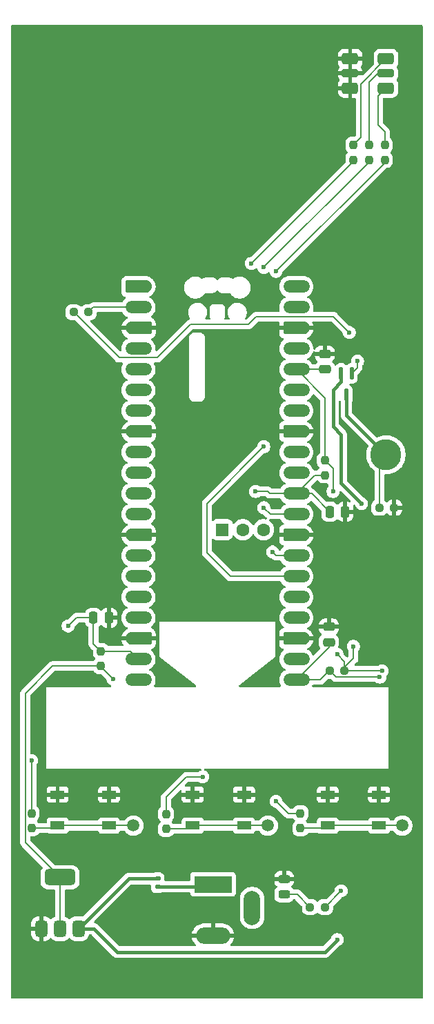
<source format=gbr>
%TF.GenerationSoftware,KiCad,Pcbnew,9.0.3*%
%TF.CreationDate,2025-07-21T12:15:00+10:00*%
%TF.ProjectId,light_control_sched,6c696768-745f-4636-9f6e-74726f6c5f73,rev?*%
%TF.SameCoordinates,Original*%
%TF.FileFunction,Copper,L1,Top*%
%TF.FilePolarity,Positive*%
%FSLAX46Y46*%
G04 Gerber Fmt 4.6, Leading zero omitted, Abs format (unit mm)*
G04 Created by KiCad (PCBNEW 9.0.3) date 2025-07-21 12:15:00*
%MOMM*%
%LPD*%
G01*
G04 APERTURE LIST*
G04 Aperture macros list*
%AMRoundRect*
0 Rectangle with rounded corners*
0 $1 Rounding radius*
0 $2 $3 $4 $5 $6 $7 $8 $9 X,Y pos of 4 corners*
0 Add a 4 corners polygon primitive as box body*
4,1,4,$2,$3,$4,$5,$6,$7,$8,$9,$2,$3,0*
0 Add four circle primitives for the rounded corners*
1,1,$1+$1,$2,$3*
1,1,$1+$1,$4,$5*
1,1,$1+$1,$6,$7*
1,1,$1+$1,$8,$9*
0 Add four rect primitives between the rounded corners*
20,1,$1+$1,$2,$3,$4,$5,0*
20,1,$1+$1,$4,$5,$6,$7,0*
20,1,$1+$1,$6,$7,$8,$9,0*
20,1,$1+$1,$8,$9,$2,$3,0*%
%AMFreePoly0*
4,1,37,0.800000,0.796148,0.878414,0.796148,1.032228,0.765552,1.177117,0.705537,1.307515,0.618408,1.418408,0.507515,1.505537,0.377117,1.565552,0.232228,1.596148,0.078414,1.596148,-0.078414,1.565552,-0.232228,1.505537,-0.377117,1.418408,-0.507515,1.307515,-0.618408,1.177117,-0.705537,1.032228,-0.765552,0.878414,-0.796148,0.800000,-0.796148,0.800000,-0.800000,-1.400000,-0.800000,
-1.403843,-0.796157,-1.439018,-0.796157,-1.511114,-0.766294,-1.566294,-0.711114,-1.596157,-0.639018,-1.596157,-0.603843,-1.600000,-0.600000,-1.600000,0.600000,-1.596157,0.603843,-1.596157,0.639018,-1.566294,0.711114,-1.511114,0.766294,-1.439018,0.796157,-1.403843,0.796157,-1.400000,0.800000,0.800000,0.800000,0.800000,0.796148,0.800000,0.796148,$1*%
%AMFreePoly1*
4,1,37,1.403843,0.796157,1.439018,0.796157,1.511114,0.766294,1.566294,0.711114,1.596157,0.639018,1.596157,0.603843,1.600000,0.600000,1.600000,-0.600000,1.596157,-0.603843,1.596157,-0.639018,1.566294,-0.711114,1.511114,-0.766294,1.439018,-0.796157,1.403843,-0.796157,1.400000,-0.800000,-0.800000,-0.800000,-0.800000,-0.796148,-0.878414,-0.796148,-1.032228,-0.765552,-1.177117,-0.705537,
-1.307515,-0.618408,-1.418408,-0.507515,-1.505537,-0.377117,-1.565552,-0.232228,-1.596148,-0.078414,-1.596148,0.078414,-1.565552,0.232228,-1.505537,0.377117,-1.418408,0.507515,-1.307515,0.618408,-1.177117,0.705537,-1.032228,0.765552,-0.878414,0.796148,-0.800000,0.796148,-0.800000,0.800000,1.400000,0.800000,1.403843,0.796157,1.403843,0.796157,$1*%
G04 Aperture macros list end*
%TA.AperFunction,SMDPad,CuDef*%
%ADD10RoundRect,0.237500X-0.237500X0.250000X-0.237500X-0.250000X0.237500X-0.250000X0.237500X0.250000X0*%
%TD*%
%TA.AperFunction,SMDPad,CuDef*%
%ADD11RoundRect,0.237500X0.250000X0.237500X-0.250000X0.237500X-0.250000X-0.237500X0.250000X-0.237500X0*%
%TD*%
%TA.AperFunction,SMDPad,CuDef*%
%ADD12C,1.500000*%
%TD*%
%TA.AperFunction,SMDPad,CuDef*%
%ADD13RoundRect,0.147500X0.172500X-0.147500X0.172500X0.147500X-0.172500X0.147500X-0.172500X-0.147500X0*%
%TD*%
%TA.AperFunction,SMDPad,CuDef*%
%ADD14RoundRect,0.375000X0.375000X-0.625000X0.375000X0.625000X-0.375000X0.625000X-0.375000X-0.625000X0*%
%TD*%
%TA.AperFunction,SMDPad,CuDef*%
%ADD15RoundRect,0.500000X1.400000X-0.500000X1.400000X0.500000X-1.400000X0.500000X-1.400000X-0.500000X0*%
%TD*%
%TA.AperFunction,SMDPad,CuDef*%
%ADD16R,1.700000X1.000000*%
%TD*%
%TA.AperFunction,ComponentPad*%
%ADD17C,3.800000*%
%TD*%
%TA.AperFunction,SMDPad,CuDef*%
%ADD18RoundRect,0.250000X-0.475000X0.250000X-0.475000X-0.250000X0.475000X-0.250000X0.475000X0.250000X0*%
%TD*%
%TA.AperFunction,SMDPad,CuDef*%
%ADD19FreePoly0,0.000000*%
%TD*%
%TA.AperFunction,SMDPad,CuDef*%
%ADD20RoundRect,0.800000X-0.800000X-0.000010X0.800000X-0.000010X0.800000X0.000010X-0.800000X0.000010X0*%
%TD*%
%TA.AperFunction,SMDPad,CuDef*%
%ADD21FreePoly1,0.000000*%
%TD*%
%TA.AperFunction,ComponentPad*%
%ADD22RoundRect,0.200000X-0.600000X-0.600000X0.600000X-0.600000X0.600000X0.600000X-0.600000X0.600000X0*%
%TD*%
%TA.AperFunction,ComponentPad*%
%ADD23C,1.600000*%
%TD*%
%TA.AperFunction,SMDPad,CuDef*%
%ADD24RoundRect,0.243750X-0.456250X0.243750X-0.456250X-0.243750X0.456250X-0.243750X0.456250X0.243750X0*%
%TD*%
%TA.AperFunction,SMDPad,CuDef*%
%ADD25RoundRect,0.237500X-0.250000X-0.237500X0.250000X-0.237500X0.250000X0.237500X-0.250000X0.237500X0*%
%TD*%
%TA.AperFunction,SMDPad,CuDef*%
%ADD26RoundRect,0.237500X0.237500X-0.250000X0.237500X0.250000X-0.237500X0.250000X-0.237500X-0.250000X0*%
%TD*%
%TA.AperFunction,SMDPad,CuDef*%
%ADD27RoundRect,0.350000X-0.650000X-0.350000X0.650000X-0.350000X0.650000X0.350000X-0.650000X0.350000X0*%
%TD*%
%TA.AperFunction,SMDPad,CuDef*%
%ADD28RoundRect,0.250000X-0.750000X-0.250000X0.750000X-0.250000X0.750000X0.250000X-0.750000X0.250000X0*%
%TD*%
%TA.AperFunction,ComponentPad*%
%ADD29R,4.600000X2.000000*%
%TD*%
%TA.AperFunction,ComponentPad*%
%ADD30O,4.200000X2.000000*%
%TD*%
%TA.AperFunction,ComponentPad*%
%ADD31O,2.000000X4.200000*%
%TD*%
%TA.AperFunction,SMDPad,CuDef*%
%ADD32RoundRect,0.112500X0.112500X0.637500X-0.112500X0.637500X-0.112500X-0.637500X0.112500X-0.637500X0*%
%TD*%
%TA.AperFunction,SMDPad,CuDef*%
%ADD33RoundRect,0.250000X-0.250000X-0.475000X0.250000X-0.475000X0.250000X0.475000X-0.250000X0.475000X0*%
%TD*%
%TA.AperFunction,ViaPad*%
%ADD34C,0.600000*%
%TD*%
%TA.AperFunction,Conductor*%
%ADD35C,0.200000*%
%TD*%
%TA.AperFunction,Conductor*%
%ADD36C,0.400000*%
%TD*%
G04 APERTURE END LIST*
D10*
%TO.P,R5,1*%
%TO.N,Net-(A1-3V3)*%
X158500000Y-84175000D03*
%TO.P,R5,2*%
%TO.N,Net-(A1-RUN)*%
X158500000Y-86000000D03*
%TD*%
D11*
%TO.P,R7,1*%
%TO.N,Net-(A1-3V3)*%
X158500000Y-139000000D03*
%TO.P,R7,2*%
%TO.N,Net-(D2-A)*%
X156675000Y-139000000D03*
%TD*%
%TO.P,R1,1*%
%TO.N,Net-(A1-GPIO1)*%
X129500000Y-66000000D03*
%TO.P,R1,2*%
%TO.N,Net-(Q1-B)*%
X127675000Y-66000000D03*
%TD*%
D12*
%TO.P,TP3,1,1*%
%TO.N,Net-(R4-Pad2)*%
X135000000Y-129000000D03*
%TD*%
D13*
%TO.P,F1,1*%
%TO.N,Net-(F1-Pad1)*%
X137985000Y-136485000D03*
%TO.P,F1,2*%
%TO.N,Regulator_Bypass*%
X137985000Y-135515000D03*
%TD*%
D10*
%TO.P,R8,1*%
%TO.N,Net-(D3-AR)*%
X163912500Y-45483391D03*
%TO.P,R8,2*%
%TO.N,Net-(A1-GPIO21)*%
X163912500Y-47308391D03*
%TD*%
D14*
%TO.P,U1,3,VI*%
%TO.N,Regulator_Bypass*%
X128300000Y-141650000D03*
D15*
%TO.P,U1,2,VO*%
%TO.N,Net-(A1-3V3)*%
X126000000Y-135350000D03*
D14*
X126000000Y-141650000D03*
%TO.P,U1,1,GND*%
%TO.N,GND*%
X123700000Y-141650000D03*
%TD*%
D16*
%TO.P,SW3,1,1*%
%TO.N,Net-(R3-Pad2)*%
X165150000Y-129000000D03*
X158850000Y-129000000D03*
%TO.P,SW3,2,2*%
%TO.N,GND*%
X165150000Y-125200000D03*
X158850000Y-125200000D03*
%TD*%
D12*
%TO.P,TP2,1,1*%
%TO.N,Net-(R2-Pad1)*%
X151500000Y-129000000D03*
%TD*%
D17*
%TO.P,H1,1,1*%
%TO.N,Net-(Q1-E)*%
X166000000Y-83500000D03*
%TD*%
D18*
%TO.P,C1,1*%
%TO.N,GND*%
X159000000Y-104600000D03*
%TO.P,C1,2*%
%TO.N,Net-(A1-GPIO16)*%
X159000000Y-106500000D03*
%TD*%
%TO.P,C4,1*%
%TO.N,GND*%
X158500000Y-71100000D03*
%TO.P,C4,2*%
%TO.N,Net-(A1-3V3)*%
X158500000Y-73000000D03*
%TD*%
D10*
%TO.P,R4,2*%
%TO.N,Net-(R4-Pad2)*%
X122500000Y-129325000D03*
%TO.P,R4,1*%
%TO.N,Net-(A1-RUN)*%
X122500000Y-127500000D03*
%TD*%
D19*
%TO.P,A1,1,GPIO0*%
%TO.N,unconnected-(A1-GPIO0-Pad1)*%
X135620000Y-62860000D03*
D20*
%TO.P,A1,2,GPIO1*%
%TO.N,Net-(A1-GPIO1)*%
X135620000Y-65400000D03*
D21*
%TO.P,A1,3,GND*%
%TO.N,GND*%
X135620000Y-67940000D03*
D20*
%TO.P,A1,4,GPIO2*%
%TO.N,unconnected-(A1-GPIO2-Pad4)*%
X135620000Y-70480000D03*
%TO.P,A1,5,GPIO3*%
%TO.N,unconnected-(A1-GPIO3-Pad5)*%
X135620000Y-73020000D03*
%TO.P,A1,6,GPIO4*%
%TO.N,unconnected-(A1-GPIO4-Pad6)*%
X135620000Y-75560000D03*
%TO.P,A1,7,GPIO5*%
%TO.N,unconnected-(A1-GPIO5-Pad7)*%
X135620000Y-78100000D03*
D21*
%TO.P,A1,8,GND*%
%TO.N,GND*%
X135620000Y-80640000D03*
D20*
%TO.P,A1,9,GPIO6*%
%TO.N,unconnected-(A1-GPIO6-Pad9)*%
X135620000Y-83180000D03*
%TO.P,A1,10,GPIO7*%
%TO.N,unconnected-(A1-GPIO7-Pad10)*%
X135620000Y-85720000D03*
%TO.P,A1,11,GPIO8*%
%TO.N,unconnected-(A1-GPIO8-Pad11)*%
X135620000Y-88260000D03*
%TO.P,A1,12,GPIO9*%
%TO.N,unconnected-(A1-GPIO9-Pad12)*%
X135620000Y-90800000D03*
D21*
%TO.P,A1,13,GND*%
%TO.N,GND*%
X135620000Y-93340000D03*
D20*
%TO.P,A1,14,GPIO10*%
%TO.N,unconnected-(A1-GPIO10-Pad14)*%
X135620000Y-95880000D03*
%TO.P,A1,15,GPIO11*%
%TO.N,unconnected-(A1-GPIO11-Pad15)*%
X135620000Y-98420000D03*
%TO.P,A1,16,GPIO12*%
%TO.N,unconnected-(A1-GPIO12-Pad16)*%
X135620000Y-100960000D03*
%TO.P,A1,17,GPIO13*%
%TO.N,unconnected-(A1-GPIO13-Pad17)*%
X135620000Y-103500000D03*
D21*
%TO.P,A1,18,GND*%
%TO.N,GND*%
X135620000Y-106040000D03*
D20*
%TO.P,A1,19,GPIO14*%
%TO.N,GPIO14*%
X135620000Y-108580000D03*
%TO.P,A1,20,GPIO15*%
%TO.N,unconnected-(A1-GPIO15-Pad20)*%
X135620000Y-111120000D03*
%TO.P,A1,21,GPIO16*%
%TO.N,Net-(A1-GPIO16)*%
X155000000Y-111120000D03*
%TO.P,A1,22,GPIO17*%
%TO.N,unconnected-(A1-GPIO17-Pad22)*%
X155000000Y-108580000D03*
D19*
%TO.P,A1,23,GND*%
%TO.N,GND*%
X155000000Y-106040000D03*
D20*
%TO.P,A1,24,GPIO18*%
%TO.N,unconnected-(A1-GPIO18-Pad24)*%
X155000000Y-103500000D03*
%TO.P,A1,25,GPIO19*%
%TO.N,unconnected-(A1-GPIO19-Pad25)*%
X155000000Y-100960000D03*
%TO.P,A1,26,GPIO20*%
%TO.N,Net-(A1-GPIO20)*%
X155000000Y-98420000D03*
%TO.P,A1,27,GPIO21*%
%TO.N,Net-(A1-GPIO21)*%
X155000000Y-95880000D03*
D19*
%TO.P,A1,28,GND*%
%TO.N,GND*%
X155000000Y-93340000D03*
D20*
%TO.P,A1,29,GPIO22*%
%TO.N,Net-(A1-GPIO22)*%
X155000000Y-90800000D03*
%TO.P,A1,30,RUN*%
%TO.N,Net-(A1-RUN)*%
X155000000Y-88260000D03*
%TO.P,A1,31,GPIO26_ADC0*%
%TO.N,unconnected-(A1-GPIO26_ADC0-Pad31)*%
X155000000Y-85720000D03*
%TO.P,A1,32,GPIO27_ADC1*%
%TO.N,unconnected-(A1-GPIO27_ADC1-Pad32)*%
X155000000Y-83180000D03*
D19*
%TO.P,A1,33,AGND*%
%TO.N,GND*%
X155000000Y-80640000D03*
D20*
%TO.P,A1,34,GPIO28_ADC2*%
%TO.N,unconnected-(A1-GPIO28_ADC2-Pad34)*%
X155000000Y-78100000D03*
%TO.P,A1,35,ADC_VREF*%
%TO.N,unconnected-(A1-ADC_VREF-Pad35)*%
X155000000Y-75560000D03*
%TO.P,A1,36,3V3*%
%TO.N,Net-(A1-3V3)*%
X155000000Y-73020000D03*
%TO.P,A1,37,3V3_EN*%
%TO.N,unconnected-(A1-3V3_EN-Pad37)*%
X155000000Y-70480000D03*
D19*
%TO.P,A1,38,GND*%
%TO.N,GND*%
X155000000Y-67940000D03*
D20*
%TO.P,A1,39,VSYS*%
%TO.N,unconnected-(A1-VSYS-Pad39)*%
X155000000Y-65400000D03*
%TO.P,A1,40,VBUS*%
%TO.N,unconnected-(A1-VBUS-Pad40)*%
X155000000Y-62860000D03*
D22*
%TO.P,A1,D1*%
%TO.N,N/C*%
X145894100Y-92690000D03*
D23*
%TO.P,A1,D2*%
X148434100Y-92690000D03*
%TO.P,A1,D3*%
X150974100Y-92690000D03*
%TD*%
D24*
%TO.P,D2,1,K*%
%TO.N,GND*%
X153500000Y-135562500D03*
%TO.P,D2,2,A*%
%TO.N,Net-(D2-A)*%
X153500000Y-137437500D03*
%TD*%
D10*
%TO.P,R6,1*%
%TO.N,Net-(D3-AB)*%
X161997723Y-45472930D03*
%TO.P,R6,2*%
%TO.N,Net-(A1-GPIO22)*%
X161997723Y-47297930D03*
%TD*%
D25*
%TO.P,R10,1*%
%TO.N,Net-(Q1-E)*%
X165175000Y-90000000D03*
%TO.P,R10,2*%
%TO.N,GND*%
X167000000Y-90000000D03*
%TD*%
D12*
%TO.P,TP1,1,1*%
%TO.N,Net-(R3-Pad2)*%
X168000000Y-129000000D03*
%TD*%
D26*
%TO.P,R2,1*%
%TO.N,Net-(R2-Pad1)*%
X139000000Y-129412500D03*
%TO.P,R2,2*%
%TO.N,Net-(A1-GPIO16)*%
X139000000Y-127587500D03*
%TD*%
D27*
%TO.P,D3,1,KB*%
%TO.N,GND*%
X161600000Y-34900000D03*
D28*
%TO.P,D3,2,KR*%
X161600000Y-36700000D03*
D27*
%TO.P,D3,3,KG*%
X161600000Y-38500000D03*
%TO.P,D3,4,AG*%
%TO.N,Net-(D3-AG)*%
X166000000Y-38500000D03*
D28*
%TO.P,D3,5,AR*%
%TO.N,Net-(D3-AR)*%
X166000000Y-36700000D03*
D27*
%TO.P,D3,6,AB*%
%TO.N,Net-(D3-AB)*%
X166000000Y-34900000D03*
%TD*%
D25*
%TO.P,R11,1*%
%TO.N,Net-(A1-GPIO16)*%
X159087500Y-110000000D03*
%TO.P,R11,2*%
%TO.N,Net-(A1-3V3)*%
X160912500Y-110000000D03*
%TD*%
D16*
%TO.P,SW2,1,1*%
%TO.N,GND*%
X142275000Y-125200000D03*
X148575000Y-125200000D03*
%TO.P,SW2,2,2*%
%TO.N,Net-(R2-Pad1)*%
X142275000Y-129000000D03*
X148575000Y-129000000D03*
%TD*%
D10*
%TO.P,R3,1*%
%TO.N,GPIO14*%
X155500000Y-127500000D03*
%TO.P,R3,2*%
%TO.N,Net-(R3-Pad2)*%
X155500000Y-129325000D03*
%TD*%
D29*
%TO.P,J1,1*%
%TO.N,Net-(F1-Pad1)*%
X144775000Y-136200000D03*
D30*
%TO.P,J1,2*%
%TO.N,GND*%
X144775000Y-142500000D03*
D31*
%TO.P,J1,3*%
%TO.N,N/C*%
X149575000Y-139100000D03*
%TD*%
D16*
%TO.P,SW1,1,1*%
%TO.N,Net-(R4-Pad2)*%
X132000000Y-129000000D03*
X125700000Y-129000000D03*
%TO.P,SW1,2,2*%
%TO.N,GND*%
X132000000Y-125200000D03*
X125700000Y-125200000D03*
%TD*%
D17*
%TO.P,H2,1,1*%
%TO.N,GND*%
X126500000Y-82500000D03*
%TD*%
D26*
%TO.P,R12,1*%
%TO.N,Net-(A1-3V3)*%
X131000000Y-109412500D03*
%TO.P,R12,2*%
%TO.N,GPIO14*%
X131000000Y-107587500D03*
%TD*%
D32*
%TO.P,Q1,1,B*%
%TO.N,Net-(Q1-B)*%
X161800000Y-73500000D03*
%TO.P,Q1,2,C*%
%TO.N,Regulator_Bypass*%
X160500000Y-73500000D03*
%TO.P,Q1,3,E*%
%TO.N,Net-(Q1-E)*%
X161150000Y-76160000D03*
%TD*%
D10*
%TO.P,R9,1*%
%TO.N,Net-(D3-AG)*%
X165840632Y-45500000D03*
%TO.P,R9,2*%
%TO.N,Net-(A1-GPIO20)*%
X165840632Y-47325000D03*
%TD*%
D33*
%TO.P,C3,1*%
%TO.N,GPIO14*%
X130100000Y-103500000D03*
%TO.P,C3,2*%
%TO.N,GND*%
X132000000Y-103500000D03*
%TD*%
%TO.P,C2,1*%
%TO.N,Net-(A1-RUN)*%
X159100000Y-90500000D03*
%TO.P,C2,2*%
%TO.N,GND*%
X161000000Y-90500000D03*
%TD*%
D34*
%TO.N,Net-(A1-GPIO20)*%
X152500000Y-61000000D03*
%TO.N,Net-(A1-GPIO21)*%
X151000000Y-60500000D03*
%TO.N,Net-(A1-GPIO22)*%
X149486000Y-60014000D03*
X151000000Y-90000000D03*
%TO.N,Net-(A1-RUN)*%
X122500000Y-121000000D03*
X150000000Y-88000000D03*
%TO.N,Net-(A1-GPIO20)*%
X151000000Y-82500000D03*
%TO.N,Net-(A1-3V3)*%
X165500000Y-110000000D03*
X159500000Y-88000000D03*
X160500000Y-137000000D03*
X132500000Y-111000000D03*
X162000000Y-107000000D03*
X160000000Y-108000000D03*
%TO.N,Net-(A1-GPIO16)*%
X143500000Y-123000000D03*
X165238836Y-110776000D03*
%TO.N,Regulator_Bypass*%
X160000000Y-143000000D03*
X163000000Y-89500000D03*
%TO.N,Net-(Q1-B)*%
X161500000Y-68500000D03*
X162500000Y-72000000D03*
%TO.N,Net-(A1-GPIO21)*%
X152075100Y-95424900D03*
%TO.N,GPIO14*%
X127000000Y-104500000D03*
X152500000Y-126000000D03*
%TD*%
D35*
%TO.N,Net-(A1-GPIO20)*%
X165840632Y-47325000D02*
X165840632Y-47659368D01*
X165840632Y-47659368D02*
X152500000Y-61000000D01*
%TO.N,Net-(A1-GPIO21)*%
X163912500Y-47308391D02*
X163912500Y-47587500D01*
X163912500Y-47587500D02*
X151000000Y-60500000D01*
%TO.N,Net-(A1-GPIO22)*%
X161997723Y-47297930D02*
X161997723Y-47502277D01*
X161997723Y-47502277D02*
X149486000Y-60014000D01*
%TO.N,Net-(D3-AG)*%
X165000000Y-43000000D02*
X165000000Y-39500000D01*
X165000000Y-39500000D02*
X166000000Y-38500000D01*
X165840632Y-43840632D02*
X165000000Y-43000000D01*
X165840632Y-45500000D02*
X165840632Y-43840632D01*
%TO.N,Net-(D3-AR)*%
X163912500Y-45483391D02*
X163912500Y-37787500D01*
X163912500Y-37787500D02*
X165000000Y-36700000D01*
X165000000Y-36700000D02*
X166000000Y-36700000D01*
%TO.N,Net-(D3-AB)*%
X161997723Y-45472930D02*
X162901000Y-44569653D01*
X162901000Y-44569653D02*
X162901000Y-37999000D01*
X162901000Y-37999000D02*
X166000000Y-34900000D01*
%TO.N,Net-(A1-GPIO22)*%
X151000000Y-90000000D02*
X151800000Y-90800000D01*
X151800000Y-90800000D02*
X155000000Y-90800000D01*
%TO.N,Net-(A1-RUN)*%
X157260000Y-86000000D02*
X155000000Y-88260000D01*
X155000000Y-88260000D02*
X151760000Y-88260000D01*
X151760000Y-88260000D02*
X151500000Y-88000000D01*
X122500000Y-127500000D02*
X122500000Y-124500000D01*
X122500000Y-124500000D02*
X122500000Y-121000000D01*
X159100000Y-90500000D02*
X156860000Y-88260000D01*
X156860000Y-88260000D02*
X155000000Y-88260000D01*
X151500000Y-88000000D02*
X150000000Y-88000000D01*
X158500000Y-86000000D02*
X157260000Y-86000000D01*
%TO.N,Net-(A1-GPIO20)*%
X151000000Y-82500000D02*
X144000000Y-89500000D01*
X144000000Y-89500000D02*
X144000000Y-95500000D01*
X144000000Y-95500000D02*
X146920000Y-98420000D01*
X146920000Y-98420000D02*
X155000000Y-98420000D01*
%TO.N,Net-(A1-3V3)*%
X161000000Y-110000000D02*
X160912500Y-110000000D01*
X126000000Y-135350000D02*
X121724000Y-131074000D01*
X165500000Y-110000000D02*
X160912500Y-110000000D01*
X159500000Y-85175000D02*
X159500000Y-88000000D01*
X160912500Y-109587500D02*
X160912500Y-110000000D01*
X131000000Y-109500000D02*
X132500000Y-111000000D01*
X158500000Y-76520000D02*
X155000000Y-73020000D01*
X158500000Y-84175000D02*
X159500000Y-85175000D01*
X160000000Y-108000000D02*
X160912500Y-108912500D01*
X131000000Y-109412500D02*
X131000000Y-109500000D01*
X121724000Y-131074000D02*
X121724000Y-112776000D01*
X121724000Y-112776000D02*
X125087500Y-109412500D01*
X160500000Y-137000000D02*
X158500000Y-139000000D01*
X155000000Y-73020000D02*
X158480000Y-73020000D01*
X131000000Y-109412500D02*
X125087500Y-109412500D01*
X160912500Y-108912500D02*
X160912500Y-110000000D01*
X162000000Y-108500000D02*
X160912500Y-109587500D01*
X158480000Y-73020000D02*
X158500000Y-73000000D01*
X162000000Y-107000000D02*
X162000000Y-108500000D01*
X126000000Y-141650000D02*
X126000000Y-135350000D01*
X158500000Y-84175000D02*
X158500000Y-76520000D01*
%TO.N,Net-(A1-GPIO16)*%
X159000000Y-110000000D02*
X157880000Y-111120000D01*
X141500000Y-123000000D02*
X139000000Y-125500000D01*
X159000000Y-107120000D02*
X155000000Y-111120000D01*
X143500000Y-123000000D02*
X141500000Y-123000000D01*
X139000000Y-125500000D02*
X139000000Y-127587500D01*
X159863500Y-110776000D02*
X159087500Y-110000000D01*
X165238836Y-110776000D02*
X159863500Y-110776000D01*
X159087500Y-110000000D02*
X159000000Y-110000000D01*
X157880000Y-111120000D02*
X155000000Y-111120000D01*
X159000000Y-106500000D02*
X159000000Y-107120000D01*
%TO.N,Net-(A1-GPIO1)*%
X135620000Y-65400000D02*
X130100000Y-65400000D01*
X130100000Y-65400000D02*
X129500000Y-66000000D01*
D36*
%TO.N,Regulator_Bypass*%
X160500000Y-87000000D02*
X163000000Y-89500000D01*
X133000000Y-144500000D02*
X130150000Y-141650000D01*
X158500000Y-144500000D02*
X133000000Y-144500000D01*
X159500000Y-80000000D02*
X160500000Y-81000000D01*
X130150000Y-141650000D02*
X128300000Y-141650000D01*
X134435000Y-135515000D02*
X128300000Y-141650000D01*
X159500000Y-75500000D02*
X159500000Y-80000000D01*
X160500000Y-74500000D02*
X159500000Y-75500000D01*
X137985000Y-135515000D02*
X134435000Y-135515000D01*
X160500000Y-73500000D02*
X160500000Y-74500000D01*
X160500000Y-81000000D02*
X160500000Y-87000000D01*
X160000000Y-143000000D02*
X158500000Y-144500000D01*
D35*
%TO.N,Net-(Q1-B)*%
X142000000Y-67500000D02*
X149116611Y-67500000D01*
X137919000Y-71581000D02*
X142000000Y-67500000D01*
X162500000Y-72800000D02*
X161800000Y-73500000D01*
X155951463Y-66548537D02*
X156048537Y-66548537D01*
X155972659Y-66548537D02*
X155951463Y-66548537D01*
X127675000Y-66000000D02*
X133256000Y-71581000D01*
X150068074Y-66548537D02*
X155951463Y-66548537D01*
X162500000Y-72000000D02*
X162500000Y-72800000D01*
X156048537Y-66548537D02*
X159548537Y-66548537D01*
X133256000Y-71581000D02*
X137919000Y-71581000D01*
X149116611Y-67500000D02*
X150068074Y-66548537D01*
X159548537Y-66548537D02*
X161500000Y-68500000D01*
%TO.N,Net-(F1-Pad1)*%
X144490000Y-136485000D02*
X144775000Y-136200000D01*
D36*
X137985000Y-136485000D02*
X144490000Y-136485000D01*
%TO.N,Net-(Q1-E)*%
X161150000Y-78650000D02*
X161150000Y-76160000D01*
X166000000Y-83500000D02*
X161150000Y-78650000D01*
D35*
X165175000Y-90000000D02*
X165175000Y-84325000D01*
X165175000Y-84325000D02*
X166000000Y-83500000D01*
%TO.N,Net-(A1-GPIO21)*%
X152530200Y-95880000D02*
X155000000Y-95880000D01*
X152075100Y-95424900D02*
X152530200Y-95880000D01*
%TO.N,GPIO14*%
X128000000Y-103500000D02*
X130100000Y-103500000D01*
X130100000Y-106687500D02*
X131000000Y-107587500D01*
X154000000Y-127500000D02*
X152500000Y-126000000D01*
X127000000Y-104500000D02*
X128000000Y-103500000D01*
X134627500Y-107587500D02*
X135620000Y-108580000D01*
X131000000Y-107587500D02*
X134627500Y-107587500D01*
X155500000Y-127500000D02*
X154000000Y-127500000D01*
X130100000Y-103500000D02*
X130100000Y-106687500D01*
%TO.N,Net-(R2-Pad1)*%
X148575000Y-129000000D02*
X151500000Y-129000000D01*
X139000000Y-129412500D02*
X141862500Y-129412500D01*
X142275000Y-129000000D02*
X148575000Y-129000000D01*
X141862500Y-129412500D02*
X142275000Y-129000000D01*
%TO.N,Net-(R3-Pad2)*%
X165150000Y-129000000D02*
X168000000Y-129000000D01*
X158525000Y-129325000D02*
X158850000Y-129000000D01*
X158850000Y-129000000D02*
X165150000Y-129000000D01*
X155500000Y-129325000D02*
X158525000Y-129325000D01*
%TO.N,Net-(R4-Pad2)*%
X125700000Y-129000000D02*
X132000000Y-129000000D01*
X132000000Y-129000000D02*
X135000000Y-129000000D01*
X125375000Y-129325000D02*
X125700000Y-129000000D01*
X122500000Y-129325000D02*
X125375000Y-129325000D01*
%TO.N,Net-(D2-A)*%
X155112500Y-137437500D02*
X156675000Y-139000000D01*
X153500000Y-137437500D02*
X155112500Y-137437500D01*
%TD*%
%TA.AperFunction,Conductor*%
%TO.N,GND*%
G36*
X170442539Y-30770185D02*
G01*
X170488294Y-30822989D01*
X170499500Y-30874500D01*
X170499500Y-150125500D01*
X170479815Y-150192539D01*
X170427011Y-150238294D01*
X170375500Y-150249500D01*
X120124500Y-150249500D01*
X120057461Y-150229815D01*
X120011706Y-150177011D01*
X120000500Y-150125500D01*
X120000500Y-142351096D01*
X122450000Y-142351096D01*
X122452897Y-142393824D01*
X122498831Y-142578523D01*
X122583390Y-142749022D01*
X122583392Y-142749025D01*
X122702632Y-142897366D01*
X122702633Y-142897367D01*
X122850974Y-143016607D01*
X122850977Y-143016609D01*
X123021476Y-143101168D01*
X123206175Y-143147102D01*
X123248903Y-143150000D01*
X123450000Y-143150000D01*
X123450000Y-141900000D01*
X122450000Y-141900000D01*
X122450000Y-142351096D01*
X120000500Y-142351096D01*
X120000500Y-140948903D01*
X122450000Y-140948903D01*
X122450000Y-141400000D01*
X123450000Y-141400000D01*
X123450000Y-140150000D01*
X123248903Y-140150000D01*
X123206175Y-140152897D01*
X123021476Y-140198831D01*
X122850977Y-140283390D01*
X122850974Y-140283392D01*
X122702633Y-140402632D01*
X122702632Y-140402633D01*
X122583392Y-140550974D01*
X122583390Y-140550977D01*
X122498831Y-140721476D01*
X122452897Y-140906175D01*
X122450000Y-140948903D01*
X120000500Y-140948903D01*
X120000500Y-131153054D01*
X121123498Y-131153054D01*
X121164423Y-131305785D01*
X121193358Y-131355900D01*
X121193359Y-131355904D01*
X121193360Y-131355904D01*
X121243479Y-131442714D01*
X121243481Y-131442717D01*
X121362349Y-131561585D01*
X121362355Y-131561590D01*
X123832475Y-134031710D01*
X123865960Y-134093033D01*
X123860976Y-134162725D01*
X123840896Y-134197752D01*
X123760304Y-134296590D01*
X123666089Y-134476954D01*
X123610114Y-134672583D01*
X123610113Y-134672586D01*
X123604887Y-134731370D01*
X123601625Y-134768068D01*
X123599500Y-134791966D01*
X123599500Y-135908028D01*
X123599501Y-135908034D01*
X123610113Y-136027415D01*
X123666089Y-136223045D01*
X123666090Y-136223048D01*
X123666091Y-136223049D01*
X123760302Y-136403407D01*
X123760304Y-136403409D01*
X123888890Y-136561109D01*
X123962113Y-136620814D01*
X124046593Y-136689698D01*
X124226951Y-136783909D01*
X124422582Y-136839886D01*
X124541963Y-136850500D01*
X125275500Y-136850499D01*
X125342539Y-136870183D01*
X125388294Y-136922987D01*
X125399500Y-136974499D01*
X125399500Y-140083084D01*
X125379815Y-140150123D01*
X125327011Y-140195878D01*
X125322887Y-140197574D01*
X125150707Y-140282967D01*
X125150704Y-140282969D01*
X125002280Y-140402276D01*
X125002278Y-140402278D01*
X125001993Y-140402633D01*
X124946326Y-140471885D01*
X124888982Y-140511803D01*
X124819160Y-140514383D01*
X124759027Y-140478804D01*
X124753031Y-140471884D01*
X124697364Y-140402630D01*
X124549025Y-140283392D01*
X124549022Y-140283390D01*
X124378523Y-140198831D01*
X124193824Y-140152897D01*
X124151097Y-140150000D01*
X123950000Y-140150000D01*
X123950000Y-143150000D01*
X124151097Y-143150000D01*
X124193824Y-143147102D01*
X124378523Y-143101168D01*
X124549022Y-143016609D01*
X124549025Y-143016607D01*
X124697366Y-142897367D01*
X124697367Y-142897366D01*
X124753033Y-142828115D01*
X124810376Y-142788196D01*
X124880198Y-142785616D01*
X124940331Y-142821194D01*
X124946305Y-142828089D01*
X125002278Y-142897722D01*
X125002280Y-142897724D01*
X125150704Y-143017030D01*
X125150707Y-143017032D01*
X125321302Y-143101639D01*
X125321303Y-143101639D01*
X125321307Y-143101641D01*
X125506111Y-143147600D01*
X125548877Y-143150500D01*
X126451122Y-143150499D01*
X126493889Y-143147600D01*
X126678693Y-143101641D01*
X126849296Y-143017030D01*
X126997722Y-142897722D01*
X127053353Y-142828514D01*
X127110696Y-142788595D01*
X127180518Y-142786015D01*
X127240651Y-142821594D01*
X127246647Y-142828514D01*
X127302277Y-142897721D01*
X127302278Y-142897722D01*
X127450704Y-143017030D01*
X127450707Y-143017032D01*
X127621302Y-143101639D01*
X127621303Y-143101639D01*
X127621307Y-143101641D01*
X127806111Y-143147600D01*
X127848877Y-143150500D01*
X128751122Y-143150499D01*
X128793889Y-143147600D01*
X128978693Y-143101641D01*
X129149296Y-143017030D01*
X129297722Y-142897722D01*
X129417030Y-142749296D01*
X129501641Y-142578693D01*
X129534995Y-142444573D01*
X129549600Y-142419610D01*
X129561617Y-142393297D01*
X129567030Y-142389818D01*
X129570278Y-142384267D01*
X129596058Y-142371162D01*
X129620395Y-142355523D01*
X129629365Y-142354233D01*
X129632563Y-142352608D01*
X129655330Y-142350500D01*
X129808481Y-142350500D01*
X129875520Y-142370185D01*
X129896162Y-142386819D01*
X132553453Y-145044111D01*
X132553454Y-145044112D01*
X132668192Y-145120777D01*
X132795667Y-145173578D01*
X132795672Y-145173580D01*
X132795676Y-145173580D01*
X132795677Y-145173581D01*
X132931003Y-145200500D01*
X132931006Y-145200500D01*
X158568996Y-145200500D01*
X158660040Y-145182389D01*
X158704328Y-145173580D01*
X158768069Y-145147177D01*
X158831807Y-145120777D01*
X158831808Y-145120776D01*
X158831811Y-145120775D01*
X158946543Y-145044114D01*
X160194587Y-143796068D01*
X160234808Y-143769193D01*
X160379179Y-143709394D01*
X160510289Y-143621789D01*
X160621789Y-143510289D01*
X160709394Y-143379179D01*
X160769737Y-143233497D01*
X160800500Y-143078842D01*
X160800500Y-142921158D01*
X160800500Y-142921155D01*
X160800499Y-142921153D01*
X160777794Y-142807007D01*
X160769737Y-142766503D01*
X160762608Y-142749292D01*
X160709397Y-142620827D01*
X160709390Y-142620814D01*
X160621789Y-142489711D01*
X160621786Y-142489707D01*
X160510292Y-142378213D01*
X160510288Y-142378210D01*
X160379185Y-142290609D01*
X160379172Y-142290602D01*
X160233501Y-142230264D01*
X160233489Y-142230261D01*
X160078845Y-142199500D01*
X160078842Y-142199500D01*
X159921158Y-142199500D01*
X159921155Y-142199500D01*
X159766510Y-142230261D01*
X159766498Y-142230264D01*
X159620827Y-142290602D01*
X159620814Y-142290609D01*
X159489711Y-142378210D01*
X159489707Y-142378213D01*
X159378213Y-142489707D01*
X159378210Y-142489711D01*
X159290609Y-142620814D01*
X159290604Y-142620824D01*
X159230808Y-142765185D01*
X159203928Y-142805413D01*
X158246162Y-143763181D01*
X158184839Y-143796666D01*
X158158481Y-143799500D01*
X146996182Y-143799500D01*
X146929143Y-143779815D01*
X146883388Y-143727011D01*
X146873444Y-143657853D01*
X146902469Y-143594297D01*
X146908501Y-143587819D01*
X147019133Y-143477186D01*
X147157914Y-143286171D01*
X147265102Y-143075802D01*
X147338065Y-142851247D01*
X147354102Y-142750000D01*
X146308012Y-142750000D01*
X146340925Y-142692993D01*
X146375000Y-142565826D01*
X146375000Y-142434174D01*
X146340925Y-142307007D01*
X146308012Y-142250000D01*
X147354102Y-142250000D01*
X147338065Y-142148752D01*
X147265102Y-141924197D01*
X147157914Y-141713828D01*
X147019133Y-141522813D01*
X146852186Y-141355866D01*
X146661171Y-141217085D01*
X146450802Y-141109897D01*
X146226247Y-141036934D01*
X146226248Y-141036934D01*
X145993052Y-141000000D01*
X145025000Y-141000000D01*
X145025000Y-142000000D01*
X144525000Y-142000000D01*
X144525000Y-141000000D01*
X143556948Y-141000000D01*
X143323752Y-141036934D01*
X143099197Y-141109897D01*
X142888828Y-141217085D01*
X142697813Y-141355866D01*
X142530866Y-141522813D01*
X142392085Y-141713828D01*
X142284897Y-141924197D01*
X142211934Y-142148752D01*
X142195898Y-142250000D01*
X143241988Y-142250000D01*
X143209075Y-142307007D01*
X143175000Y-142434174D01*
X143175000Y-142565826D01*
X143209075Y-142692993D01*
X143241988Y-142750000D01*
X142195898Y-142750000D01*
X142211934Y-142851247D01*
X142284897Y-143075802D01*
X142392085Y-143286171D01*
X142530866Y-143477186D01*
X142641499Y-143587819D01*
X142674984Y-143649142D01*
X142670000Y-143718834D01*
X142628128Y-143774767D01*
X142562664Y-143799184D01*
X142553818Y-143799500D01*
X133341519Y-143799500D01*
X133274480Y-143779815D01*
X133253838Y-143763181D01*
X131865402Y-142374744D01*
X130596545Y-141105887D01*
X130481807Y-141029222D01*
X130354332Y-140976421D01*
X130354322Y-140976418D01*
X130256486Y-140956957D01*
X130194575Y-140924572D01*
X130160001Y-140863856D01*
X130163742Y-140794086D01*
X130192995Y-140747661D01*
X133058755Y-137881902D01*
X148074500Y-137881902D01*
X148074500Y-140318097D01*
X148111446Y-140551368D01*
X148184433Y-140775996D01*
X148272839Y-140949500D01*
X148291657Y-140986433D01*
X148430483Y-141177510D01*
X148597490Y-141344517D01*
X148788567Y-141483343D01*
X148866031Y-141522813D01*
X148999003Y-141590566D01*
X148999005Y-141590566D01*
X148999008Y-141590568D01*
X149119412Y-141629689D01*
X149223631Y-141663553D01*
X149456903Y-141700500D01*
X149456908Y-141700500D01*
X149693097Y-141700500D01*
X149926368Y-141663553D01*
X150150992Y-141590568D01*
X150361433Y-141483343D01*
X150552510Y-141344517D01*
X150719517Y-141177510D01*
X150858343Y-140986433D01*
X150965568Y-140775992D01*
X151038553Y-140551368D01*
X151044474Y-140513985D01*
X151075500Y-140318097D01*
X151075500Y-137881902D01*
X151038553Y-137648631D01*
X150971523Y-137442335D01*
X150965568Y-137424008D01*
X150965566Y-137424005D01*
X150965566Y-137424003D01*
X150892447Y-137280500D01*
X150858343Y-137213567D01*
X150807904Y-137144144D01*
X152299500Y-137144144D01*
X152299500Y-137730855D01*
X152309913Y-137832776D01*
X152364637Y-137997922D01*
X152364642Y-137997933D01*
X152455971Y-138145999D01*
X152455974Y-138146003D01*
X152578996Y-138269025D01*
X152579000Y-138269028D01*
X152727066Y-138360357D01*
X152727069Y-138360358D01*
X152727075Y-138360362D01*
X152892225Y-138415087D01*
X152994152Y-138425500D01*
X152994157Y-138425500D01*
X154005843Y-138425500D01*
X154005848Y-138425500D01*
X154107775Y-138415087D01*
X154272925Y-138360362D01*
X154421003Y-138269026D01*
X154544026Y-138146003D01*
X154555379Y-138127595D01*
X154574312Y-138096903D01*
X154581897Y-138090080D01*
X154586137Y-138080797D01*
X154607437Y-138067108D01*
X154626260Y-138050178D01*
X154637896Y-138047533D01*
X154644915Y-138043023D01*
X154679850Y-138038000D01*
X154812403Y-138038000D01*
X154879442Y-138057685D01*
X154900084Y-138074319D01*
X155650681Y-138824916D01*
X155684166Y-138886239D01*
X155687000Y-138912597D01*
X155687000Y-139286669D01*
X155687001Y-139286687D01*
X155697325Y-139387752D01*
X155751592Y-139551515D01*
X155751593Y-139551518D01*
X155785895Y-139607129D01*
X155842160Y-139698350D01*
X155964150Y-139820340D01*
X156110984Y-139910908D01*
X156274747Y-139965174D01*
X156375823Y-139975500D01*
X156974176Y-139975499D01*
X156974184Y-139975498D01*
X156974187Y-139975498D01*
X157029530Y-139969844D01*
X157075253Y-139965174D01*
X157239016Y-139910908D01*
X157385850Y-139820340D01*
X157499819Y-139706371D01*
X157561142Y-139672886D01*
X157630834Y-139677870D01*
X157675181Y-139706371D01*
X157789150Y-139820340D01*
X157935984Y-139910908D01*
X158099747Y-139965174D01*
X158200823Y-139975500D01*
X158799176Y-139975499D01*
X158799184Y-139975498D01*
X158799187Y-139975498D01*
X158854530Y-139969844D01*
X158900253Y-139965174D01*
X159064016Y-139910908D01*
X159210850Y-139820340D01*
X159332840Y-139698350D01*
X159423408Y-139551516D01*
X159477674Y-139387753D01*
X159488000Y-139286677D01*
X159487999Y-138912595D01*
X159507683Y-138845557D01*
X159524313Y-138824920D01*
X160514662Y-137834572D01*
X160575983Y-137801089D01*
X160578150Y-137800638D01*
X160636085Y-137789113D01*
X160733497Y-137769737D01*
X160879179Y-137709394D01*
X161010289Y-137621789D01*
X161121789Y-137510289D01*
X161209394Y-137379179D01*
X161269737Y-137233497D01*
X161300500Y-137078842D01*
X161300500Y-136921158D01*
X161300500Y-136921155D01*
X161300499Y-136921153D01*
X161284334Y-136839886D01*
X161269737Y-136766503D01*
X161249090Y-136716657D01*
X161209397Y-136620827D01*
X161209390Y-136620814D01*
X161121789Y-136489711D01*
X161121786Y-136489707D01*
X161010292Y-136378213D01*
X161010288Y-136378210D01*
X160879185Y-136290609D01*
X160879172Y-136290602D01*
X160733501Y-136230264D01*
X160733489Y-136230261D01*
X160578845Y-136199500D01*
X160578842Y-136199500D01*
X160421158Y-136199500D01*
X160421155Y-136199500D01*
X160266510Y-136230261D01*
X160266498Y-136230264D01*
X160120827Y-136290602D01*
X160120814Y-136290609D01*
X159989711Y-136378210D01*
X159989707Y-136378213D01*
X159878213Y-136489707D01*
X159878210Y-136489711D01*
X159790609Y-136620814D01*
X159790602Y-136620827D01*
X159730264Y-136766498D01*
X159730261Y-136766508D01*
X159699361Y-136921850D01*
X159666976Y-136983761D01*
X159665425Y-136985339D01*
X158662582Y-137988181D01*
X158601259Y-138021666D01*
X158574901Y-138024500D01*
X158200830Y-138024500D01*
X158200812Y-138024501D01*
X158099747Y-138034825D01*
X157935984Y-138089092D01*
X157935981Y-138089093D01*
X157789148Y-138179661D01*
X157675181Y-138293629D01*
X157613858Y-138327114D01*
X157544166Y-138322130D01*
X157499819Y-138293629D01*
X157385851Y-138179661D01*
X157385850Y-138179660D01*
X157239016Y-138089092D01*
X157075253Y-138034826D01*
X157075251Y-138034825D01*
X156974184Y-138024500D01*
X156974177Y-138024500D01*
X156600098Y-138024500D01*
X156533059Y-138004815D01*
X156512417Y-137988181D01*
X155600090Y-137075855D01*
X155600088Y-137075852D01*
X155481217Y-136956981D01*
X155481216Y-136956980D01*
X155368489Y-136891897D01*
X155368489Y-136891896D01*
X155368484Y-136891895D01*
X155360039Y-136887019D01*
X155344286Y-136877923D01*
X155306103Y-136867692D01*
X155191557Y-136836999D01*
X155033443Y-136836999D01*
X155025847Y-136836999D01*
X155025831Y-136837000D01*
X154679850Y-136837000D01*
X154612811Y-136817315D01*
X154574312Y-136778097D01*
X154544028Y-136729000D01*
X154544025Y-136728996D01*
X154421003Y-136605974D01*
X154420995Y-136605968D01*
X154419812Y-136605238D01*
X154419171Y-136604525D01*
X154415336Y-136601493D01*
X154415854Y-136600837D01*
X154373091Y-136553287D01*
X154361875Y-136484323D01*
X154389723Y-136420243D01*
X154415123Y-136398238D01*
X154415023Y-136398112D01*
X154417842Y-136395882D01*
X154419832Y-136394159D01*
X154420692Y-136393628D01*
X154543629Y-136270691D01*
X154634903Y-136122714D01*
X154634905Y-136122709D01*
X154689592Y-135957673D01*
X154699999Y-135855815D01*
X154700000Y-135855802D01*
X154700000Y-135812500D01*
X152300000Y-135812500D01*
X152300000Y-135855815D01*
X152310407Y-135957673D01*
X152365094Y-136122709D01*
X152365096Y-136122714D01*
X152456370Y-136270691D01*
X152579309Y-136393630D01*
X152580173Y-136394163D01*
X152580641Y-136394683D01*
X152584977Y-136398112D01*
X152584391Y-136398852D01*
X152626901Y-136446108D01*
X152638126Y-136515070D01*
X152610286Y-136579154D01*
X152584601Y-136601414D01*
X152584664Y-136601493D01*
X152582912Y-136602878D01*
X152580194Y-136605234D01*
X152579005Y-136605967D01*
X152578996Y-136605974D01*
X152455974Y-136728996D01*
X152455971Y-136729000D01*
X152364642Y-136877066D01*
X152364637Y-136877077D01*
X152309913Y-137042223D01*
X152299500Y-137144144D01*
X150807904Y-137144144D01*
X150719517Y-137022490D01*
X150552510Y-136855483D01*
X150361433Y-136716657D01*
X150308523Y-136689698D01*
X150150996Y-136609433D01*
X149926368Y-136536446D01*
X149693097Y-136499500D01*
X149693092Y-136499500D01*
X149456908Y-136499500D01*
X149456903Y-136499500D01*
X149223631Y-136536446D01*
X148999003Y-136609433D01*
X148788566Y-136716657D01*
X148719967Y-136766498D01*
X148597490Y-136855483D01*
X148597488Y-136855485D01*
X148597487Y-136855485D01*
X148430485Y-137022487D01*
X148430485Y-137022488D01*
X148430483Y-137022490D01*
X148396847Y-137068786D01*
X148291657Y-137213566D01*
X148184433Y-137424003D01*
X148111446Y-137648631D01*
X148074500Y-137881902D01*
X133058755Y-137881902D01*
X134688838Y-136251819D01*
X134750161Y-136218334D01*
X134776519Y-136215500D01*
X137040500Y-136215500D01*
X137107539Y-136235185D01*
X137153294Y-136287989D01*
X137164500Y-136339500D01*
X137164500Y-136697947D01*
X137167390Y-136734673D01*
X137167391Y-136734679D01*
X137213066Y-136891892D01*
X137213068Y-136891895D01*
X137213069Y-136891897D01*
X137248179Y-136951265D01*
X137296408Y-137032817D01*
X137296414Y-137032825D01*
X137412174Y-137148585D01*
X137412178Y-137148588D01*
X137412180Y-137148590D01*
X137553103Y-137231931D01*
X137553104Y-137231931D01*
X137553107Y-137231933D01*
X137710320Y-137277608D01*
X137710323Y-137277608D01*
X137710325Y-137277609D01*
X137747060Y-137280500D01*
X137747068Y-137280500D01*
X138222932Y-137280500D01*
X138222940Y-137280500D01*
X138259675Y-137277609D01*
X138259677Y-137277608D01*
X138259679Y-137277608D01*
X138416892Y-137231933D01*
X138416893Y-137231932D01*
X138416897Y-137231931D01*
X138466209Y-137202767D01*
X138529330Y-137185500D01*
X141856411Y-137185500D01*
X141923450Y-137205185D01*
X141969205Y-137257989D01*
X141979701Y-137296246D01*
X141980909Y-137307483D01*
X142031202Y-137442328D01*
X142031206Y-137442335D01*
X142117452Y-137557544D01*
X142117455Y-137557547D01*
X142232664Y-137643793D01*
X142232671Y-137643797D01*
X142367517Y-137694091D01*
X142367516Y-137694091D01*
X142374444Y-137694835D01*
X142427127Y-137700500D01*
X147122872Y-137700499D01*
X147182483Y-137694091D01*
X147317331Y-137643796D01*
X147432546Y-137557546D01*
X147518796Y-137442331D01*
X147569091Y-137307483D01*
X147575500Y-137247873D01*
X147575499Y-135269184D01*
X152300000Y-135269184D01*
X152300000Y-135312500D01*
X153250000Y-135312500D01*
X153750000Y-135312500D01*
X154700000Y-135312500D01*
X154700000Y-135269197D01*
X154699999Y-135269184D01*
X154689592Y-135167326D01*
X154634905Y-135002290D01*
X154634903Y-135002285D01*
X154543629Y-134854308D01*
X154420691Y-134731370D01*
X154272714Y-134640096D01*
X154272709Y-134640094D01*
X154107673Y-134585407D01*
X154005815Y-134575000D01*
X153750000Y-134575000D01*
X153750000Y-135312500D01*
X153250000Y-135312500D01*
X153250000Y-134575000D01*
X152994184Y-134575000D01*
X152892326Y-134585407D01*
X152727290Y-134640094D01*
X152727285Y-134640096D01*
X152579308Y-134731370D01*
X152456370Y-134854308D01*
X152365096Y-135002285D01*
X152365094Y-135002290D01*
X152310407Y-135167326D01*
X152300000Y-135269184D01*
X147575499Y-135269184D01*
X147575499Y-135152128D01*
X147569091Y-135092517D01*
X147522343Y-134967180D01*
X147518797Y-134957671D01*
X147518793Y-134957664D01*
X147432547Y-134842455D01*
X147432544Y-134842452D01*
X147317335Y-134756206D01*
X147317328Y-134756202D01*
X147182482Y-134705908D01*
X147182483Y-134705908D01*
X147122883Y-134699501D01*
X147122881Y-134699500D01*
X147122873Y-134699500D01*
X147122864Y-134699500D01*
X142427129Y-134699500D01*
X142427123Y-134699501D01*
X142367516Y-134705908D01*
X142232671Y-134756202D01*
X142232664Y-134756206D01*
X142117455Y-134842452D01*
X142117452Y-134842455D01*
X142031206Y-134957664D01*
X142031202Y-134957671D01*
X141980908Y-135092517D01*
X141974501Y-135152116D01*
X141974501Y-135152123D01*
X141974500Y-135152135D01*
X141974500Y-135660500D01*
X141954815Y-135727539D01*
X141902011Y-135773294D01*
X141850500Y-135784500D01*
X138929500Y-135784500D01*
X138862461Y-135764815D01*
X138816706Y-135712011D01*
X138805500Y-135660500D01*
X138805500Y-135302067D01*
X138805499Y-135302052D01*
X138802609Y-135265326D01*
X138802608Y-135265320D01*
X138756933Y-135108107D01*
X138756931Y-135108104D01*
X138756931Y-135108103D01*
X138673590Y-134967180D01*
X138673588Y-134967178D01*
X138673585Y-134967174D01*
X138557825Y-134851414D01*
X138557817Y-134851408D01*
X138457303Y-134791965D01*
X138416897Y-134768069D01*
X138416896Y-134768068D01*
X138416895Y-134768068D01*
X138416892Y-134768066D01*
X138259679Y-134722391D01*
X138259673Y-134722390D01*
X138222947Y-134719500D01*
X138222940Y-134719500D01*
X137747060Y-134719500D01*
X137747052Y-134719500D01*
X137710326Y-134722390D01*
X137710320Y-134722391D01*
X137553107Y-134768066D01*
X137553104Y-134768068D01*
X137503791Y-134797232D01*
X137440670Y-134814500D01*
X134366003Y-134814500D01*
X134257590Y-134836065D01*
X134257589Y-134836065D01*
X134230671Y-134841420D01*
X134103190Y-134894224D01*
X133988454Y-134970887D01*
X128845960Y-140113381D01*
X128784637Y-140146866D01*
X128753237Y-140149177D01*
X128753224Y-140149571D01*
X128751126Y-140149500D01*
X127848877Y-140149500D01*
X127848874Y-140149501D01*
X127806113Y-140152399D01*
X127806112Y-140152399D01*
X127621303Y-140198360D01*
X127450707Y-140282967D01*
X127450704Y-140282969D01*
X127302278Y-140402277D01*
X127302277Y-140402278D01*
X127246647Y-140471486D01*
X127189304Y-140511405D01*
X127119482Y-140513985D01*
X127059349Y-140478406D01*
X127053353Y-140471486D01*
X126997722Y-140402278D01*
X126997721Y-140402277D01*
X126849295Y-140282969D01*
X126849292Y-140282967D01*
X126672671Y-140195372D01*
X126673617Y-140193464D01*
X126625590Y-140157869D01*
X126600860Y-140092522D01*
X126600500Y-140083084D01*
X126600500Y-136974499D01*
X126620185Y-136907460D01*
X126672989Y-136861705D01*
X126724500Y-136850499D01*
X127458028Y-136850499D01*
X127458036Y-136850499D01*
X127577418Y-136839886D01*
X127773049Y-136783909D01*
X127953407Y-136689698D01*
X128111109Y-136561109D01*
X128239698Y-136403407D01*
X128333909Y-136223049D01*
X128389886Y-136027418D01*
X128400500Y-135908037D01*
X128400499Y-134791964D01*
X128389886Y-134672582D01*
X128333909Y-134476951D01*
X128239698Y-134296593D01*
X128159104Y-134197752D01*
X128111109Y-134138890D01*
X127953409Y-134010304D01*
X127953410Y-134010304D01*
X127953407Y-134010302D01*
X127773049Y-133916091D01*
X127773048Y-133916090D01*
X127773045Y-133916089D01*
X127655829Y-133882550D01*
X127577418Y-133860114D01*
X127577415Y-133860113D01*
X127577413Y-133860113D01*
X127504631Y-133853642D01*
X127458037Y-133849500D01*
X127458033Y-133849500D01*
X125400097Y-133849500D01*
X125333058Y-133829815D01*
X125312416Y-133813181D01*
X122360819Y-130861584D01*
X122327334Y-130800261D01*
X122324500Y-130773903D01*
X122324500Y-130436999D01*
X122344185Y-130369960D01*
X122396989Y-130324205D01*
X122448500Y-130312999D01*
X122786670Y-130312999D01*
X122786676Y-130312999D01*
X122887753Y-130302674D01*
X123051516Y-130248408D01*
X123198350Y-130157840D01*
X123320340Y-130035850D01*
X123352072Y-129984404D01*
X123404020Y-129937679D01*
X123457611Y-129925500D01*
X124542513Y-129925500D01*
X124601942Y-129940669D01*
X124607669Y-129943796D01*
X124742517Y-129994091D01*
X124742516Y-129994091D01*
X124749444Y-129994835D01*
X124802127Y-130000500D01*
X126597872Y-130000499D01*
X126657483Y-129994091D01*
X126792331Y-129943796D01*
X126907546Y-129857546D01*
X126993796Y-129742331D01*
X127000166Y-129725252D01*
X127016609Y-129681167D01*
X127058480Y-129625233D01*
X127123944Y-129600816D01*
X127132791Y-129600500D01*
X130567209Y-129600500D01*
X130634248Y-129620185D01*
X130680003Y-129672989D01*
X130683391Y-129681167D01*
X130706202Y-129742328D01*
X130706206Y-129742335D01*
X130792452Y-129857544D01*
X130792455Y-129857547D01*
X130907664Y-129943793D01*
X130907671Y-129943797D01*
X131042517Y-129994091D01*
X131042516Y-129994091D01*
X131049444Y-129994835D01*
X131102127Y-130000500D01*
X132897872Y-130000499D01*
X132957483Y-129994091D01*
X133092331Y-129943796D01*
X133207546Y-129857546D01*
X133293796Y-129742331D01*
X133300166Y-129725252D01*
X133316609Y-129681167D01*
X133358480Y-129625233D01*
X133423944Y-129600816D01*
X133432791Y-129600500D01*
X133827404Y-129600500D01*
X133894443Y-129620185D01*
X133927722Y-129651614D01*
X133930475Y-129655403D01*
X133930476Y-129655405D01*
X134046172Y-129814646D01*
X134185354Y-129953828D01*
X134344595Y-130069524D01*
X134427455Y-130111743D01*
X134519970Y-130158882D01*
X134519972Y-130158882D01*
X134519975Y-130158884D01*
X134620317Y-130191487D01*
X134707173Y-130219709D01*
X134901578Y-130250500D01*
X134901583Y-130250500D01*
X135098422Y-130250500D01*
X135292826Y-130219709D01*
X135480025Y-130158884D01*
X135655405Y-130069524D01*
X135814646Y-129953828D01*
X135953828Y-129814646D01*
X136069524Y-129655405D01*
X136158884Y-129480025D01*
X136219709Y-129292826D01*
X136250500Y-129098422D01*
X136250500Y-128901577D01*
X136219709Y-128707173D01*
X136160958Y-128526358D01*
X136158884Y-128519975D01*
X136158882Y-128519972D01*
X136158882Y-128519970D01*
X136077991Y-128361213D01*
X136069524Y-128344595D01*
X135953828Y-128185354D01*
X135814646Y-128046172D01*
X135655405Y-127930476D01*
X135596085Y-127900251D01*
X135480029Y-127841117D01*
X135292826Y-127780290D01*
X135098422Y-127749500D01*
X135098417Y-127749500D01*
X134901583Y-127749500D01*
X134901578Y-127749500D01*
X134707173Y-127780290D01*
X134519970Y-127841117D01*
X134344594Y-127930476D01*
X134275714Y-127980521D01*
X134185354Y-128046172D01*
X134185352Y-128046174D01*
X134185351Y-128046174D01*
X134046174Y-128185351D01*
X134046174Y-128185352D01*
X134046172Y-128185354D01*
X133943252Y-128327011D01*
X133927722Y-128348386D01*
X133872392Y-128391051D01*
X133827404Y-128399500D01*
X133432791Y-128399500D01*
X133365752Y-128379815D01*
X133319997Y-128327011D01*
X133316609Y-128318833D01*
X133293797Y-128257671D01*
X133293793Y-128257664D01*
X133207547Y-128142455D01*
X133207544Y-128142452D01*
X133092335Y-128056206D01*
X133092328Y-128056202D01*
X132957482Y-128005908D01*
X132957483Y-128005908D01*
X132897883Y-127999501D01*
X132897881Y-127999500D01*
X132897873Y-127999500D01*
X132897864Y-127999500D01*
X131102129Y-127999500D01*
X131102123Y-127999501D01*
X131042516Y-128005908D01*
X130907671Y-128056202D01*
X130907664Y-128056206D01*
X130792455Y-128142452D01*
X130792452Y-128142455D01*
X130706206Y-128257664D01*
X130706202Y-128257671D01*
X130683391Y-128318833D01*
X130641520Y-128374767D01*
X130576056Y-128399184D01*
X130567209Y-128399500D01*
X127132791Y-128399500D01*
X127065752Y-128379815D01*
X127019997Y-128327011D01*
X127016609Y-128318833D01*
X126993797Y-128257671D01*
X126993793Y-128257664D01*
X126907547Y-128142455D01*
X126907544Y-128142452D01*
X126792335Y-128056206D01*
X126792328Y-128056202D01*
X126657482Y-128005908D01*
X126657483Y-128005908D01*
X126597883Y-127999501D01*
X126597881Y-127999500D01*
X126597873Y-127999500D01*
X126597864Y-127999500D01*
X124802129Y-127999500D01*
X124802123Y-127999501D01*
X124742516Y-128005908D01*
X124607671Y-128056202D01*
X124607664Y-128056206D01*
X124492455Y-128142452D01*
X124492452Y-128142455D01*
X124406206Y-128257664D01*
X124406202Y-128257671D01*
X124355908Y-128392517D01*
X124349501Y-128452116D01*
X124349500Y-128452135D01*
X124349500Y-128600500D01*
X124329815Y-128667539D01*
X124277011Y-128713294D01*
X124225500Y-128724500D01*
X123457611Y-128724500D01*
X123390572Y-128704815D01*
X123364060Y-128681889D01*
X123357399Y-128674232D01*
X123320340Y-128614150D01*
X123203325Y-128497135D01*
X123200501Y-128493889D01*
X123187646Y-128465889D01*
X123172886Y-128438858D01*
X123173202Y-128434428D01*
X123171349Y-128430391D01*
X123175673Y-128399886D01*
X123177870Y-128369166D01*
X123180638Y-128364858D01*
X123181155Y-128361213D01*
X123188307Y-128352925D01*
X123206371Y-128324819D01*
X123232840Y-128298350D01*
X123320340Y-128210850D01*
X123410908Y-128064016D01*
X123465174Y-127900253D01*
X123475500Y-127799177D01*
X123475499Y-127200824D01*
X123465174Y-127099747D01*
X123410908Y-126935984D01*
X123320340Y-126789150D01*
X123198350Y-126667160D01*
X123198349Y-126667159D01*
X123159402Y-126643136D01*
X123112678Y-126591187D01*
X123100500Y-126537598D01*
X123100500Y-125747844D01*
X124350000Y-125747844D01*
X124356401Y-125807372D01*
X124356403Y-125807379D01*
X124406645Y-125942086D01*
X124406649Y-125942093D01*
X124492809Y-126057187D01*
X124492812Y-126057190D01*
X124607906Y-126143350D01*
X124607913Y-126143354D01*
X124742620Y-126193596D01*
X124742627Y-126193598D01*
X124802155Y-126199999D01*
X124802172Y-126200000D01*
X125450000Y-126200000D01*
X125950000Y-126200000D01*
X126597828Y-126200000D01*
X126597844Y-126199999D01*
X126657372Y-126193598D01*
X126657379Y-126193596D01*
X126792086Y-126143354D01*
X126792093Y-126143350D01*
X126907187Y-126057190D01*
X126907190Y-126057187D01*
X126993350Y-125942093D01*
X126993354Y-125942086D01*
X127043596Y-125807379D01*
X127043598Y-125807372D01*
X127049999Y-125747844D01*
X130650000Y-125747844D01*
X130656401Y-125807372D01*
X130656403Y-125807379D01*
X130706645Y-125942086D01*
X130706649Y-125942093D01*
X130792809Y-126057187D01*
X130792812Y-126057190D01*
X130907906Y-126143350D01*
X130907913Y-126143354D01*
X131042620Y-126193596D01*
X131042627Y-126193598D01*
X131102155Y-126199999D01*
X131102172Y-126200000D01*
X131750000Y-126200000D01*
X132250000Y-126200000D01*
X132897828Y-126200000D01*
X132897844Y-126199999D01*
X132957372Y-126193598D01*
X132957379Y-126193596D01*
X133092086Y-126143354D01*
X133092093Y-126143350D01*
X133207187Y-126057190D01*
X133207190Y-126057187D01*
X133293350Y-125942093D01*
X133293354Y-125942086D01*
X133343596Y-125807379D01*
X133343598Y-125807372D01*
X133349999Y-125747844D01*
X133350000Y-125747827D01*
X133350000Y-125450000D01*
X132250000Y-125450000D01*
X132250000Y-126200000D01*
X131750000Y-126200000D01*
X131750000Y-125450000D01*
X130650000Y-125450000D01*
X130650000Y-125747844D01*
X127049999Y-125747844D01*
X127050000Y-125747827D01*
X127050000Y-125450000D01*
X125950000Y-125450000D01*
X125950000Y-126200000D01*
X125450000Y-126200000D01*
X125450000Y-125450000D01*
X124350000Y-125450000D01*
X124350000Y-125747844D01*
X123100500Y-125747844D01*
X123100500Y-124652155D01*
X124350000Y-124652155D01*
X124350000Y-124950000D01*
X125450000Y-124950000D01*
X125950000Y-124950000D01*
X127050000Y-124950000D01*
X127050000Y-124652172D01*
X127049999Y-124652155D01*
X130650000Y-124652155D01*
X130650000Y-124950000D01*
X131750000Y-124950000D01*
X132250000Y-124950000D01*
X133350000Y-124950000D01*
X133350000Y-124652172D01*
X133349999Y-124652155D01*
X133343598Y-124592627D01*
X133343596Y-124592620D01*
X133293354Y-124457913D01*
X133293350Y-124457906D01*
X133207190Y-124342812D01*
X133207187Y-124342809D01*
X133092093Y-124256649D01*
X133092086Y-124256645D01*
X132957379Y-124206403D01*
X132957372Y-124206401D01*
X132897844Y-124200000D01*
X132250000Y-124200000D01*
X132250000Y-124950000D01*
X131750000Y-124950000D01*
X131750000Y-124200000D01*
X131102155Y-124200000D01*
X131042627Y-124206401D01*
X131042620Y-124206403D01*
X130907913Y-124256645D01*
X130907906Y-124256649D01*
X130792812Y-124342809D01*
X130792809Y-124342812D01*
X130706649Y-124457906D01*
X130706645Y-124457913D01*
X130656403Y-124592620D01*
X130656401Y-124592627D01*
X130650000Y-124652155D01*
X127049999Y-124652155D01*
X127043598Y-124592627D01*
X127043596Y-124592620D01*
X126993354Y-124457913D01*
X126993350Y-124457906D01*
X126907190Y-124342812D01*
X126907187Y-124342809D01*
X126792093Y-124256649D01*
X126792086Y-124256645D01*
X126657379Y-124206403D01*
X126657372Y-124206401D01*
X126597844Y-124200000D01*
X125950000Y-124200000D01*
X125950000Y-124950000D01*
X125450000Y-124950000D01*
X125450000Y-124200000D01*
X124802155Y-124200000D01*
X124742627Y-124206401D01*
X124742620Y-124206403D01*
X124607913Y-124256645D01*
X124607906Y-124256649D01*
X124492812Y-124342809D01*
X124492809Y-124342812D01*
X124406649Y-124457906D01*
X124406645Y-124457913D01*
X124356403Y-124592620D01*
X124356401Y-124592627D01*
X124350000Y-124652155D01*
X123100500Y-124652155D01*
X123100500Y-121579765D01*
X123120185Y-121512726D01*
X123121398Y-121510874D01*
X123209390Y-121379185D01*
X123209390Y-121379184D01*
X123209394Y-121379179D01*
X123269737Y-121233497D01*
X123300500Y-121078842D01*
X123300500Y-120921158D01*
X123300500Y-120921155D01*
X123300499Y-120921153D01*
X123269738Y-120766510D01*
X123269737Y-120766503D01*
X123269735Y-120766498D01*
X123209397Y-120620827D01*
X123209390Y-120620814D01*
X123121789Y-120489711D01*
X123121786Y-120489707D01*
X123010292Y-120378213D01*
X123010288Y-120378210D01*
X122879185Y-120290609D01*
X122879172Y-120290602D01*
X122733501Y-120230264D01*
X122733489Y-120230261D01*
X122578845Y-120199500D01*
X122578842Y-120199500D01*
X122448500Y-120199500D01*
X122381461Y-120179815D01*
X122335706Y-120127011D01*
X122324500Y-120075500D01*
X122324500Y-113076097D01*
X122344185Y-113009058D01*
X122360819Y-112988416D01*
X125299916Y-110049319D01*
X125361239Y-110015834D01*
X125387597Y-110013000D01*
X130042389Y-110013000D01*
X130109428Y-110032685D01*
X130147928Y-110071904D01*
X130177564Y-110119953D01*
X130179660Y-110123350D01*
X130301650Y-110245340D01*
X130448484Y-110335908D01*
X130612247Y-110390174D01*
X130713323Y-110400500D01*
X130999902Y-110400499D01*
X131066941Y-110420183D01*
X131087583Y-110436818D01*
X131665425Y-111014660D01*
X131698910Y-111075983D01*
X131699361Y-111078149D01*
X131730261Y-111233491D01*
X131730264Y-111233501D01*
X131790602Y-111379172D01*
X131790609Y-111379185D01*
X131878210Y-111510288D01*
X131878213Y-111510292D01*
X131989707Y-111621786D01*
X131989711Y-111621789D01*
X132120814Y-111709390D01*
X132120827Y-111709397D01*
X132222327Y-111751439D01*
X132276731Y-111795279D01*
X132298796Y-111861573D01*
X132281517Y-111929273D01*
X132230380Y-111976884D01*
X132174875Y-111990000D01*
X124310000Y-111990000D01*
X124310000Y-121990000D01*
X143223159Y-121990000D01*
X143290198Y-122009685D01*
X143335953Y-122062489D01*
X143345897Y-122131647D01*
X143316872Y-122195203D01*
X143270611Y-122228561D01*
X143120827Y-122290602D01*
X143120814Y-122290609D01*
X142989125Y-122378602D01*
X142922447Y-122399480D01*
X142920234Y-122399500D01*
X141586669Y-122399500D01*
X141586653Y-122399499D01*
X141579057Y-122399499D01*
X141420943Y-122399499D01*
X141313587Y-122428265D01*
X141268210Y-122440424D01*
X141268209Y-122440425D01*
X141218096Y-122469359D01*
X141218095Y-122469360D01*
X141182853Y-122489707D01*
X141131285Y-122519479D01*
X141131282Y-122519481D01*
X138519479Y-125131284D01*
X138491797Y-125179232D01*
X138480096Y-125199500D01*
X138440423Y-125268215D01*
X138399499Y-125420943D01*
X138399499Y-125420945D01*
X138399499Y-125589046D01*
X138399500Y-125589059D01*
X138399500Y-126625098D01*
X138379815Y-126692137D01*
X138340598Y-126730636D01*
X138301650Y-126754659D01*
X138179661Y-126876648D01*
X138089093Y-127023481D01*
X138089092Y-127023484D01*
X138034826Y-127187247D01*
X138034826Y-127187248D01*
X138034825Y-127187248D01*
X138024500Y-127288315D01*
X138024500Y-127886669D01*
X138024501Y-127886687D01*
X138034825Y-127987752D01*
X138057509Y-128056206D01*
X138086089Y-128142455D01*
X138089092Y-128151515D01*
X138089093Y-128151518D01*
X138179661Y-128298351D01*
X138293629Y-128412319D01*
X138327114Y-128473642D01*
X138322130Y-128543334D01*
X138293629Y-128587681D01*
X138179661Y-128701648D01*
X138089093Y-128848481D01*
X138089091Y-128848486D01*
X138071497Y-128901583D01*
X138034826Y-129012247D01*
X138034826Y-129012248D01*
X138034825Y-129012248D01*
X138024500Y-129113315D01*
X138024500Y-129711669D01*
X138024501Y-129711687D01*
X138034825Y-129812752D01*
X138049668Y-129857544D01*
X138077213Y-129940669D01*
X138089092Y-129976515D01*
X138089093Y-129976518D01*
X138111596Y-130013001D01*
X138179660Y-130123350D01*
X138301650Y-130245340D01*
X138448484Y-130335908D01*
X138612247Y-130390174D01*
X138713323Y-130400500D01*
X139286676Y-130400499D01*
X139286684Y-130400498D01*
X139286687Y-130400498D01*
X139342030Y-130394844D01*
X139387753Y-130390174D01*
X139551516Y-130335908D01*
X139698350Y-130245340D01*
X139820340Y-130123350D01*
X139852072Y-130071904D01*
X139904020Y-130025179D01*
X139957611Y-130013000D01*
X141783439Y-130013000D01*
X141783443Y-130013001D01*
X141941557Y-130013001D01*
X141984894Y-130001387D01*
X141997769Y-130000684D01*
X141999693Y-130001136D01*
X142004537Y-130000499D01*
X143172871Y-130000499D01*
X143172872Y-130000499D01*
X143232483Y-129994091D01*
X143367331Y-129943796D01*
X143482546Y-129857546D01*
X143568796Y-129742331D01*
X143575166Y-129725252D01*
X143591609Y-129681167D01*
X143633480Y-129625233D01*
X143698944Y-129600816D01*
X143707791Y-129600500D01*
X147142209Y-129600500D01*
X147209248Y-129620185D01*
X147255003Y-129672989D01*
X147258391Y-129681167D01*
X147281202Y-129742328D01*
X147281206Y-129742335D01*
X147367452Y-129857544D01*
X147367455Y-129857547D01*
X147482664Y-129943793D01*
X147482671Y-129943797D01*
X147617517Y-129994091D01*
X147617516Y-129994091D01*
X147624444Y-129994835D01*
X147677127Y-130000500D01*
X149472872Y-130000499D01*
X149532483Y-129994091D01*
X149667331Y-129943796D01*
X149782546Y-129857546D01*
X149868796Y-129742331D01*
X149875166Y-129725252D01*
X149891609Y-129681167D01*
X149933480Y-129625233D01*
X149998944Y-129600816D01*
X150007791Y-129600500D01*
X150327404Y-129600500D01*
X150394443Y-129620185D01*
X150427722Y-129651614D01*
X150430475Y-129655403D01*
X150430476Y-129655405D01*
X150546172Y-129814646D01*
X150685354Y-129953828D01*
X150844595Y-130069524D01*
X150927455Y-130111743D01*
X151019970Y-130158882D01*
X151019972Y-130158882D01*
X151019975Y-130158884D01*
X151120317Y-130191487D01*
X151207173Y-130219709D01*
X151401578Y-130250500D01*
X151401583Y-130250500D01*
X151598422Y-130250500D01*
X151792826Y-130219709D01*
X151980025Y-130158884D01*
X152155405Y-130069524D01*
X152314646Y-129953828D01*
X152453828Y-129814646D01*
X152569524Y-129655405D01*
X152658884Y-129480025D01*
X152719709Y-129292826D01*
X152750500Y-129098422D01*
X152750500Y-128901577D01*
X152719709Y-128707173D01*
X152660958Y-128526358D01*
X152658884Y-128519975D01*
X152658882Y-128519972D01*
X152658882Y-128519970D01*
X152577991Y-128361213D01*
X152569524Y-128344595D01*
X152453828Y-128185354D01*
X152314646Y-128046172D01*
X152155405Y-127930476D01*
X152096085Y-127900251D01*
X151980029Y-127841117D01*
X151792826Y-127780290D01*
X151598422Y-127749500D01*
X151598417Y-127749500D01*
X151401583Y-127749500D01*
X151401578Y-127749500D01*
X151207173Y-127780290D01*
X151019970Y-127841117D01*
X150844594Y-127930476D01*
X150775714Y-127980521D01*
X150685354Y-128046172D01*
X150685352Y-128046174D01*
X150685351Y-128046174D01*
X150546174Y-128185351D01*
X150546174Y-128185352D01*
X150546172Y-128185354D01*
X150443252Y-128327011D01*
X150427722Y-128348386D01*
X150372392Y-128391051D01*
X150327404Y-128399500D01*
X150007791Y-128399500D01*
X149940752Y-128379815D01*
X149894997Y-128327011D01*
X149891609Y-128318833D01*
X149868797Y-128257671D01*
X149868793Y-128257664D01*
X149782547Y-128142455D01*
X149782544Y-128142452D01*
X149667335Y-128056206D01*
X149667328Y-128056202D01*
X149532482Y-128005908D01*
X149532483Y-128005908D01*
X149472883Y-127999501D01*
X149472881Y-127999500D01*
X149472873Y-127999500D01*
X149472864Y-127999500D01*
X147677129Y-127999500D01*
X147677123Y-127999501D01*
X147617516Y-128005908D01*
X147482671Y-128056202D01*
X147482664Y-128056206D01*
X147367455Y-128142452D01*
X147367452Y-128142455D01*
X147281206Y-128257664D01*
X147281202Y-128257671D01*
X147258391Y-128318833D01*
X147216520Y-128374767D01*
X147151056Y-128399184D01*
X147142209Y-128399500D01*
X143707791Y-128399500D01*
X143640752Y-128379815D01*
X143594997Y-128327011D01*
X143591609Y-128318833D01*
X143568797Y-128257671D01*
X143568793Y-128257664D01*
X143482547Y-128142455D01*
X143482544Y-128142452D01*
X143367335Y-128056206D01*
X143367328Y-128056202D01*
X143232482Y-128005908D01*
X143232483Y-128005908D01*
X143172883Y-127999501D01*
X143172881Y-127999500D01*
X143172873Y-127999500D01*
X143172864Y-127999500D01*
X141377129Y-127999500D01*
X141377123Y-127999501D01*
X141317516Y-128005908D01*
X141182671Y-128056202D01*
X141182664Y-128056206D01*
X141067455Y-128142452D01*
X141067452Y-128142455D01*
X140981206Y-128257664D01*
X140981202Y-128257671D01*
X140930908Y-128392517D01*
X140924501Y-128452116D01*
X140924500Y-128452135D01*
X140924500Y-128688000D01*
X140904815Y-128755039D01*
X140852011Y-128800794D01*
X140800500Y-128812000D01*
X139957611Y-128812000D01*
X139890572Y-128792315D01*
X139864060Y-128769389D01*
X139857399Y-128761732D01*
X139820340Y-128701650D01*
X139703325Y-128584635D01*
X139700501Y-128581389D01*
X139687646Y-128553389D01*
X139672886Y-128526358D01*
X139673202Y-128521928D01*
X139671349Y-128517891D01*
X139675673Y-128487386D01*
X139677870Y-128456666D01*
X139680638Y-128452358D01*
X139681155Y-128448713D01*
X139688307Y-128440425D01*
X139706371Y-128412319D01*
X139761987Y-128356703D01*
X139820340Y-128298350D01*
X139910908Y-128151516D01*
X139965174Y-127987753D01*
X139975500Y-127886677D01*
X139975499Y-127288324D01*
X139965174Y-127187247D01*
X139910908Y-127023484D01*
X139820340Y-126876650D01*
X139698350Y-126754660D01*
X139698349Y-126754659D01*
X139659402Y-126730636D01*
X139612678Y-126678687D01*
X139600500Y-126625098D01*
X139600500Y-125800097D01*
X139615843Y-125747844D01*
X140925000Y-125747844D01*
X140931401Y-125807372D01*
X140931403Y-125807379D01*
X140981645Y-125942086D01*
X140981649Y-125942093D01*
X141067809Y-126057187D01*
X141067812Y-126057190D01*
X141182906Y-126143350D01*
X141182913Y-126143354D01*
X141317620Y-126193596D01*
X141317627Y-126193598D01*
X141377155Y-126199999D01*
X141377172Y-126200000D01*
X142025000Y-126200000D01*
X142525000Y-126200000D01*
X143172828Y-126200000D01*
X143172844Y-126199999D01*
X143232372Y-126193598D01*
X143232379Y-126193596D01*
X143367086Y-126143354D01*
X143367093Y-126143350D01*
X143482187Y-126057190D01*
X143482190Y-126057187D01*
X143568350Y-125942093D01*
X143568354Y-125942086D01*
X143618596Y-125807379D01*
X143618598Y-125807372D01*
X143624999Y-125747844D01*
X147225000Y-125747844D01*
X147231401Y-125807372D01*
X147231403Y-125807379D01*
X147281645Y-125942086D01*
X147281649Y-125942093D01*
X147367809Y-126057187D01*
X147367812Y-126057190D01*
X147482906Y-126143350D01*
X147482913Y-126143354D01*
X147617620Y-126193596D01*
X147617627Y-126193598D01*
X147677155Y-126199999D01*
X147677172Y-126200000D01*
X148325000Y-126200000D01*
X148825000Y-126200000D01*
X149472828Y-126200000D01*
X149472844Y-126199999D01*
X149532372Y-126193598D01*
X149532379Y-126193596D01*
X149667086Y-126143354D01*
X149667093Y-126143350D01*
X149782187Y-126057190D01*
X149782190Y-126057187D01*
X149868350Y-125942093D01*
X149868353Y-125942088D01*
X149876162Y-125921153D01*
X151699500Y-125921153D01*
X151699500Y-126078846D01*
X151730261Y-126233489D01*
X151730264Y-126233501D01*
X151790602Y-126379172D01*
X151790609Y-126379185D01*
X151878210Y-126510288D01*
X151878213Y-126510292D01*
X151989707Y-126621786D01*
X151989711Y-126621789D01*
X152120814Y-126709390D01*
X152120827Y-126709397D01*
X152266498Y-126769735D01*
X152266503Y-126769737D01*
X152331147Y-126782595D01*
X152421849Y-126800638D01*
X152483760Y-126833023D01*
X152485339Y-126834574D01*
X153515139Y-127864374D01*
X153515149Y-127864385D01*
X153519479Y-127868715D01*
X153519480Y-127868716D01*
X153631284Y-127980520D01*
X153631286Y-127980521D01*
X153631290Y-127980524D01*
X153745001Y-128046174D01*
X153768216Y-128059577D01*
X153880019Y-128089534D01*
X153920942Y-128100500D01*
X153920943Y-128100500D01*
X154542389Y-128100500D01*
X154609428Y-128120185D01*
X154635940Y-128143111D01*
X154642600Y-128150767D01*
X154679660Y-128210850D01*
X154796674Y-128327864D01*
X154799499Y-128331111D01*
X154812353Y-128359110D01*
X154827114Y-128386142D01*
X154826797Y-128390571D01*
X154828651Y-128394609D01*
X154824326Y-128425113D01*
X154822130Y-128455834D01*
X154819361Y-128460141D01*
X154818845Y-128463787D01*
X154811692Y-128472074D01*
X154793629Y-128500181D01*
X154679661Y-128614148D01*
X154589093Y-128760981D01*
X154589092Y-128760984D01*
X154534826Y-128924747D01*
X154534826Y-128924748D01*
X154534825Y-128924748D01*
X154524500Y-129025815D01*
X154524500Y-129624169D01*
X154524501Y-129624187D01*
X154534825Y-129725252D01*
X154589092Y-129889015D01*
X154589093Y-129889018D01*
X154619108Y-129937679D01*
X154679660Y-130035850D01*
X154801650Y-130157840D01*
X154948484Y-130248408D01*
X155112247Y-130302674D01*
X155213323Y-130313000D01*
X155786676Y-130312999D01*
X155786684Y-130312998D01*
X155786687Y-130312998D01*
X155842030Y-130307344D01*
X155887753Y-130302674D01*
X156051516Y-130248408D01*
X156198350Y-130157840D01*
X156320340Y-130035850D01*
X156352072Y-129984404D01*
X156404020Y-129937679D01*
X156457611Y-129925500D01*
X157692513Y-129925500D01*
X157751942Y-129940669D01*
X157757669Y-129943796D01*
X157892517Y-129994091D01*
X157892516Y-129994091D01*
X157899444Y-129994835D01*
X157952127Y-130000500D01*
X159747872Y-130000499D01*
X159807483Y-129994091D01*
X159942331Y-129943796D01*
X160057546Y-129857546D01*
X160143796Y-129742331D01*
X160150166Y-129725252D01*
X160166609Y-129681167D01*
X160208480Y-129625233D01*
X160273944Y-129600816D01*
X160282791Y-129600500D01*
X163717209Y-129600500D01*
X163784248Y-129620185D01*
X163830003Y-129672989D01*
X163833391Y-129681167D01*
X163856202Y-129742328D01*
X163856206Y-129742335D01*
X163942452Y-129857544D01*
X163942455Y-129857547D01*
X164057664Y-129943793D01*
X164057671Y-129943797D01*
X164192517Y-129994091D01*
X164192516Y-129994091D01*
X164199444Y-129994835D01*
X164252127Y-130000500D01*
X166047872Y-130000499D01*
X166107483Y-129994091D01*
X166242331Y-129943796D01*
X166357546Y-129857546D01*
X166443796Y-129742331D01*
X166450166Y-129725252D01*
X166466609Y-129681167D01*
X166479878Y-129663440D01*
X166489078Y-129643297D01*
X166500408Y-129636015D01*
X166508480Y-129625233D01*
X166529228Y-129617494D01*
X166547856Y-129605523D01*
X166569772Y-129602371D01*
X166573944Y-129600816D01*
X166582791Y-129600500D01*
X166827404Y-129600500D01*
X166894443Y-129620185D01*
X166927722Y-129651614D01*
X166930475Y-129655403D01*
X166930476Y-129655405D01*
X167046172Y-129814646D01*
X167185354Y-129953828D01*
X167344595Y-130069524D01*
X167427455Y-130111743D01*
X167519970Y-130158882D01*
X167519972Y-130158882D01*
X167519975Y-130158884D01*
X167620317Y-130191487D01*
X167707173Y-130219709D01*
X167901578Y-130250500D01*
X167901583Y-130250500D01*
X168098422Y-130250500D01*
X168292826Y-130219709D01*
X168480025Y-130158884D01*
X168655405Y-130069524D01*
X168814646Y-129953828D01*
X168953828Y-129814646D01*
X169069524Y-129655405D01*
X169158884Y-129480025D01*
X169219709Y-129292826D01*
X169250500Y-129098422D01*
X169250500Y-128901577D01*
X169219709Y-128707173D01*
X169160958Y-128526358D01*
X169158884Y-128519975D01*
X169158882Y-128519972D01*
X169158882Y-128519970D01*
X169077991Y-128361213D01*
X169069524Y-128344595D01*
X168953828Y-128185354D01*
X168814646Y-128046172D01*
X168655405Y-127930476D01*
X168596085Y-127900251D01*
X168480029Y-127841117D01*
X168292826Y-127780290D01*
X168098422Y-127749500D01*
X168098417Y-127749500D01*
X167901583Y-127749500D01*
X167901578Y-127749500D01*
X167707173Y-127780290D01*
X167519970Y-127841117D01*
X167344594Y-127930476D01*
X167275714Y-127980521D01*
X167185354Y-128046172D01*
X167185352Y-128046174D01*
X167185351Y-128046174D01*
X167046174Y-128185351D01*
X167046174Y-128185352D01*
X167046172Y-128185354D01*
X166943252Y-128327011D01*
X166927722Y-128348386D01*
X166923389Y-128351726D01*
X166921117Y-128356703D01*
X166896017Y-128372833D01*
X166872392Y-128391051D01*
X166865720Y-128392303D01*
X166862339Y-128394477D01*
X166827404Y-128399500D01*
X166582791Y-128399500D01*
X166515752Y-128379815D01*
X166469997Y-128327011D01*
X166466609Y-128318833D01*
X166443797Y-128257671D01*
X166443793Y-128257664D01*
X166357547Y-128142455D01*
X166357544Y-128142452D01*
X166242335Y-128056206D01*
X166242328Y-128056202D01*
X166107482Y-128005908D01*
X166107483Y-128005908D01*
X166047883Y-127999501D01*
X166047881Y-127999500D01*
X166047873Y-127999500D01*
X166047864Y-127999500D01*
X164252129Y-127999500D01*
X164252123Y-127999501D01*
X164192516Y-128005908D01*
X164057671Y-128056202D01*
X164057664Y-128056206D01*
X163942455Y-128142452D01*
X163942452Y-128142455D01*
X163856206Y-128257664D01*
X163856202Y-128257671D01*
X163833391Y-128318833D01*
X163791520Y-128374767D01*
X163726056Y-128399184D01*
X163717209Y-128399500D01*
X160282791Y-128399500D01*
X160215752Y-128379815D01*
X160169997Y-128327011D01*
X160166609Y-128318833D01*
X160143797Y-128257671D01*
X160143793Y-128257664D01*
X160057547Y-128142455D01*
X160057544Y-128142452D01*
X159942335Y-128056206D01*
X159942328Y-128056202D01*
X159807482Y-128005908D01*
X159807483Y-128005908D01*
X159747883Y-127999501D01*
X159747881Y-127999500D01*
X159747873Y-127999500D01*
X159747864Y-127999500D01*
X157952129Y-127999500D01*
X157952123Y-127999501D01*
X157892516Y-128005908D01*
X157757671Y-128056202D01*
X157757664Y-128056206D01*
X157642455Y-128142452D01*
X157642452Y-128142455D01*
X157556206Y-128257664D01*
X157556202Y-128257671D01*
X157505908Y-128392517D01*
X157499501Y-128452116D01*
X157499500Y-128452135D01*
X157499500Y-128600500D01*
X157479815Y-128667539D01*
X157427011Y-128713294D01*
X157375500Y-128724500D01*
X156457611Y-128724500D01*
X156390572Y-128704815D01*
X156364060Y-128681889D01*
X156357399Y-128674232D01*
X156320340Y-128614150D01*
X156203325Y-128497135D01*
X156200501Y-128493889D01*
X156187646Y-128465889D01*
X156172886Y-128438858D01*
X156173202Y-128434428D01*
X156171349Y-128430391D01*
X156175673Y-128399886D01*
X156177870Y-128369166D01*
X156180638Y-128364858D01*
X156181155Y-128361213D01*
X156188307Y-128352925D01*
X156206371Y-128324819D01*
X156232840Y-128298350D01*
X156320340Y-128210850D01*
X156410908Y-128064016D01*
X156465174Y-127900253D01*
X156475500Y-127799177D01*
X156475499Y-127200824D01*
X156465174Y-127099747D01*
X156410908Y-126935984D01*
X156320340Y-126789150D01*
X156198350Y-126667160D01*
X156051516Y-126576592D01*
X155887753Y-126522326D01*
X155887751Y-126522325D01*
X155786678Y-126512000D01*
X155213330Y-126512000D01*
X155213312Y-126512001D01*
X155112247Y-126522325D01*
X154948484Y-126576592D01*
X154948481Y-126576593D01*
X154801648Y-126667161D01*
X154679659Y-126789150D01*
X154647928Y-126840596D01*
X154640341Y-126847419D01*
X154636102Y-126856703D01*
X154614801Y-126870391D01*
X154595980Y-126887321D01*
X154584344Y-126889965D01*
X154577324Y-126894477D01*
X154542389Y-126899500D01*
X154300097Y-126899500D01*
X154233058Y-126879815D01*
X154212416Y-126863181D01*
X153334574Y-125985339D01*
X153301089Y-125924016D01*
X153300638Y-125921849D01*
X153269738Y-125766510D01*
X153269737Y-125766503D01*
X153262008Y-125747844D01*
X157500000Y-125747844D01*
X157506401Y-125807372D01*
X157506403Y-125807379D01*
X157556645Y-125942086D01*
X157556649Y-125942093D01*
X157642809Y-126057187D01*
X157642812Y-126057190D01*
X157757906Y-126143350D01*
X157757913Y-126143354D01*
X157892620Y-126193596D01*
X157892627Y-126193598D01*
X157952155Y-126199999D01*
X157952172Y-126200000D01*
X158600000Y-126200000D01*
X159100000Y-126200000D01*
X159747828Y-126200000D01*
X159747844Y-126199999D01*
X159807372Y-126193598D01*
X159807379Y-126193596D01*
X159942086Y-126143354D01*
X159942093Y-126143350D01*
X160057187Y-126057190D01*
X160057190Y-126057187D01*
X160143350Y-125942093D01*
X160143354Y-125942086D01*
X160193596Y-125807379D01*
X160193598Y-125807372D01*
X160199999Y-125747844D01*
X163800000Y-125747844D01*
X163806401Y-125807372D01*
X163806403Y-125807379D01*
X163856645Y-125942086D01*
X163856649Y-125942093D01*
X163942809Y-126057187D01*
X163942812Y-126057190D01*
X164057906Y-126143350D01*
X164057913Y-126143354D01*
X164192620Y-126193596D01*
X164192627Y-126193598D01*
X164252155Y-126199999D01*
X164252172Y-126200000D01*
X164900000Y-126200000D01*
X165400000Y-126200000D01*
X166047828Y-126200000D01*
X166047844Y-126199999D01*
X166107372Y-126193598D01*
X166107379Y-126193596D01*
X166242086Y-126143354D01*
X166242093Y-126143350D01*
X166357187Y-126057190D01*
X166357190Y-126057187D01*
X166443350Y-125942093D01*
X166443354Y-125942086D01*
X166493596Y-125807379D01*
X166493598Y-125807372D01*
X166499999Y-125747844D01*
X166500000Y-125747827D01*
X166500000Y-125450000D01*
X165400000Y-125450000D01*
X165400000Y-126200000D01*
X164900000Y-126200000D01*
X164900000Y-125450000D01*
X163800000Y-125450000D01*
X163800000Y-125747844D01*
X160199999Y-125747844D01*
X160200000Y-125747827D01*
X160200000Y-125450000D01*
X159100000Y-125450000D01*
X159100000Y-126200000D01*
X158600000Y-126200000D01*
X158600000Y-125450000D01*
X157500000Y-125450000D01*
X157500000Y-125747844D01*
X153262008Y-125747844D01*
X153247334Y-125712416D01*
X153209397Y-125620827D01*
X153209390Y-125620814D01*
X153121789Y-125489711D01*
X153121786Y-125489707D01*
X153010292Y-125378213D01*
X153010288Y-125378210D01*
X152879185Y-125290609D01*
X152879172Y-125290602D01*
X152733501Y-125230264D01*
X152733489Y-125230261D01*
X152578845Y-125199500D01*
X152578842Y-125199500D01*
X152421158Y-125199500D01*
X152421155Y-125199500D01*
X152266510Y-125230261D01*
X152266498Y-125230264D01*
X152120827Y-125290602D01*
X152120814Y-125290609D01*
X151989711Y-125378210D01*
X151989707Y-125378213D01*
X151878213Y-125489707D01*
X151878210Y-125489711D01*
X151790609Y-125620814D01*
X151790602Y-125620827D01*
X151730264Y-125766498D01*
X151730261Y-125766510D01*
X151699500Y-125921153D01*
X149876162Y-125921153D01*
X149894595Y-125871732D01*
X149894596Y-125871730D01*
X149918596Y-125807382D01*
X149918598Y-125807372D01*
X149924999Y-125747844D01*
X149925000Y-125747827D01*
X149925000Y-125450000D01*
X148825000Y-125450000D01*
X148825000Y-126200000D01*
X148325000Y-126200000D01*
X148325000Y-125450000D01*
X147225000Y-125450000D01*
X147225000Y-125747844D01*
X143624999Y-125747844D01*
X143625000Y-125747827D01*
X143625000Y-125450000D01*
X142525000Y-125450000D01*
X142525000Y-126200000D01*
X142025000Y-126200000D01*
X142025000Y-125450000D01*
X140925000Y-125450000D01*
X140925000Y-125747844D01*
X139615843Y-125747844D01*
X139620185Y-125733058D01*
X139636819Y-125712416D01*
X140713319Y-124635916D01*
X140774642Y-124602431D01*
X140844334Y-124607415D01*
X140900267Y-124649287D01*
X140924684Y-124714751D01*
X140925000Y-124723597D01*
X140925000Y-124950000D01*
X142025000Y-124950000D01*
X142525000Y-124950000D01*
X143625000Y-124950000D01*
X143625000Y-124652172D01*
X143624999Y-124652155D01*
X147225000Y-124652155D01*
X147225000Y-124950000D01*
X148325000Y-124950000D01*
X148825000Y-124950000D01*
X149925000Y-124950000D01*
X149925000Y-124652172D01*
X149924999Y-124652155D01*
X157500000Y-124652155D01*
X157500000Y-124950000D01*
X158600000Y-124950000D01*
X159100000Y-124950000D01*
X160200000Y-124950000D01*
X160200000Y-124652172D01*
X160199999Y-124652155D01*
X163800000Y-124652155D01*
X163800000Y-124950000D01*
X164900000Y-124950000D01*
X165400000Y-124950000D01*
X166500000Y-124950000D01*
X166500000Y-124652172D01*
X166499999Y-124652155D01*
X166493598Y-124592627D01*
X166493596Y-124592620D01*
X166443354Y-124457913D01*
X166443350Y-124457906D01*
X166357190Y-124342812D01*
X166357187Y-124342809D01*
X166242093Y-124256649D01*
X166242086Y-124256645D01*
X166107379Y-124206403D01*
X166107372Y-124206401D01*
X166047844Y-124200000D01*
X165400000Y-124200000D01*
X165400000Y-124950000D01*
X164900000Y-124950000D01*
X164900000Y-124200000D01*
X164252155Y-124200000D01*
X164192627Y-124206401D01*
X164192620Y-124206403D01*
X164057913Y-124256645D01*
X164057906Y-124256649D01*
X163942812Y-124342809D01*
X163942809Y-124342812D01*
X163856649Y-124457906D01*
X163856645Y-124457913D01*
X163806403Y-124592620D01*
X163806401Y-124592627D01*
X163800000Y-124652155D01*
X160199999Y-124652155D01*
X160193598Y-124592627D01*
X160193596Y-124592620D01*
X160143354Y-124457913D01*
X160143350Y-124457906D01*
X160057190Y-124342812D01*
X160057187Y-124342809D01*
X159942093Y-124256649D01*
X159942086Y-124256645D01*
X159807379Y-124206403D01*
X159807372Y-124206401D01*
X159747844Y-124200000D01*
X159100000Y-124200000D01*
X159100000Y-124950000D01*
X158600000Y-124950000D01*
X158600000Y-124200000D01*
X157952155Y-124200000D01*
X157892627Y-124206401D01*
X157892620Y-124206403D01*
X157757913Y-124256645D01*
X157757906Y-124256649D01*
X157642812Y-124342809D01*
X157642809Y-124342812D01*
X157556649Y-124457906D01*
X157556645Y-124457913D01*
X157506403Y-124592620D01*
X157506401Y-124592627D01*
X157500000Y-124652155D01*
X149924999Y-124652155D01*
X149918598Y-124592627D01*
X149918596Y-124592620D01*
X149868354Y-124457913D01*
X149868350Y-124457906D01*
X149782190Y-124342812D01*
X149782187Y-124342809D01*
X149667093Y-124256649D01*
X149667086Y-124256645D01*
X149532379Y-124206403D01*
X149532372Y-124206401D01*
X149472844Y-124200000D01*
X148825000Y-124200000D01*
X148825000Y-124950000D01*
X148325000Y-124950000D01*
X148325000Y-124200000D01*
X147677155Y-124200000D01*
X147617627Y-124206401D01*
X147617620Y-124206403D01*
X147482913Y-124256645D01*
X147482906Y-124256649D01*
X147367812Y-124342809D01*
X147367809Y-124342812D01*
X147281649Y-124457906D01*
X147281645Y-124457913D01*
X147231403Y-124592620D01*
X147231401Y-124592627D01*
X147225000Y-124652155D01*
X143624999Y-124652155D01*
X143618598Y-124592627D01*
X143618596Y-124592620D01*
X143568354Y-124457913D01*
X143568350Y-124457906D01*
X143482190Y-124342812D01*
X143482187Y-124342809D01*
X143367093Y-124256649D01*
X143367086Y-124256645D01*
X143232379Y-124206403D01*
X143232372Y-124206401D01*
X143172844Y-124200000D01*
X142525000Y-124200000D01*
X142525000Y-124950000D01*
X142025000Y-124950000D01*
X142025000Y-124200000D01*
X141448597Y-124200000D01*
X141381558Y-124180315D01*
X141335803Y-124127511D01*
X141325859Y-124058353D01*
X141354884Y-123994797D01*
X141360916Y-123988319D01*
X141712416Y-123636819D01*
X141773739Y-123603334D01*
X141800097Y-123600500D01*
X142920234Y-123600500D01*
X142987273Y-123620185D01*
X142989125Y-123621398D01*
X143120814Y-123709390D01*
X143120827Y-123709397D01*
X143266498Y-123769735D01*
X143266503Y-123769737D01*
X143421153Y-123800499D01*
X143421156Y-123800500D01*
X143421158Y-123800500D01*
X143578844Y-123800500D01*
X143578845Y-123800499D01*
X143733497Y-123769737D01*
X143879179Y-123709394D01*
X144010289Y-123621789D01*
X144121789Y-123510289D01*
X144209394Y-123379179D01*
X144269737Y-123233497D01*
X144300500Y-123078842D01*
X144300500Y-122921158D01*
X144300500Y-122921155D01*
X144300499Y-122921153D01*
X144269738Y-122766510D01*
X144269737Y-122766503D01*
X144213728Y-122631284D01*
X144209397Y-122620827D01*
X144209390Y-122620814D01*
X144121789Y-122489711D01*
X144121786Y-122489707D01*
X144010292Y-122378213D01*
X144010288Y-122378210D01*
X143879185Y-122290609D01*
X143879172Y-122290602D01*
X143729389Y-122228561D01*
X143674985Y-122184720D01*
X143652920Y-122118426D01*
X143670199Y-122050727D01*
X143721336Y-122003116D01*
X143776841Y-121990000D01*
X166310000Y-121990000D01*
X166310000Y-111990000D01*
X157016638Y-111990000D01*
X157005591Y-111986756D01*
X156994139Y-111987942D01*
X156972672Y-111977090D01*
X156949599Y-111970315D01*
X156942060Y-111961614D01*
X156931784Y-111956420D01*
X156919592Y-111935685D01*
X156903844Y-111917511D01*
X156902205Y-111906115D01*
X156896370Y-111896191D01*
X156897323Y-111872159D01*
X156893900Y-111848353D01*
X156898753Y-111836087D01*
X156899139Y-111826376D01*
X156915060Y-111794881D01*
X156930118Y-111773376D01*
X156984692Y-111729752D01*
X157031692Y-111720500D01*
X157793331Y-111720500D01*
X157793347Y-111720501D01*
X157800943Y-111720501D01*
X157959054Y-111720501D01*
X157959057Y-111720501D01*
X158111785Y-111679577D01*
X158162147Y-111650500D01*
X158248716Y-111600520D01*
X158360520Y-111488716D01*
X158360520Y-111488714D01*
X158370724Y-111478511D01*
X158370728Y-111478506D01*
X158837416Y-111011818D01*
X158864343Y-110997114D01*
X158890162Y-110980522D01*
X158896362Y-110979630D01*
X158898739Y-110978333D01*
X158925097Y-110975499D01*
X159162401Y-110975499D01*
X159229440Y-110995184D01*
X159250082Y-111011818D01*
X159494784Y-111256520D01*
X159494786Y-111256521D01*
X159494790Y-111256524D01*
X159631709Y-111335573D01*
X159631716Y-111335577D01*
X159784443Y-111376501D01*
X159784445Y-111376501D01*
X159950154Y-111376501D01*
X159950170Y-111376500D01*
X164659070Y-111376500D01*
X164726109Y-111396185D01*
X164727961Y-111397398D01*
X164859650Y-111485390D01*
X164859663Y-111485397D01*
X165005334Y-111545735D01*
X165005339Y-111545737D01*
X165159989Y-111576499D01*
X165159992Y-111576500D01*
X165159994Y-111576500D01*
X165317680Y-111576500D01*
X165317681Y-111576499D01*
X165472333Y-111545737D01*
X165618015Y-111485394D01*
X165749125Y-111397789D01*
X165860625Y-111286289D01*
X165948230Y-111155179D01*
X166008573Y-111009497D01*
X166039336Y-110854842D01*
X166039336Y-110697158D01*
X166039336Y-110697155D01*
X166034943Y-110675071D01*
X166041170Y-110605479D01*
X166068880Y-110563197D01*
X166121789Y-110510289D01*
X166209394Y-110379179D01*
X166269737Y-110233497D01*
X166300500Y-110078842D01*
X166300500Y-109921158D01*
X166300500Y-109921155D01*
X166300499Y-109921153D01*
X166277740Y-109806739D01*
X166269737Y-109766503D01*
X166257773Y-109737618D01*
X166209397Y-109620827D01*
X166209390Y-109620814D01*
X166121789Y-109489711D01*
X166121786Y-109489707D01*
X166010292Y-109378213D01*
X166010288Y-109378210D01*
X165879185Y-109290609D01*
X165879172Y-109290602D01*
X165733501Y-109230264D01*
X165733489Y-109230261D01*
X165578845Y-109199500D01*
X165578842Y-109199500D01*
X165421158Y-109199500D01*
X165421155Y-109199500D01*
X165266510Y-109230261D01*
X165266498Y-109230264D01*
X165120827Y-109290602D01*
X165120814Y-109290609D01*
X164989125Y-109378602D01*
X164922447Y-109399480D01*
X164920234Y-109399500D01*
X162249096Y-109399500D01*
X162182057Y-109379815D01*
X162136302Y-109327011D01*
X162126358Y-109257853D01*
X162155383Y-109194297D01*
X162161415Y-109187819D01*
X162251290Y-109097944D01*
X162358506Y-108990727D01*
X162358511Y-108990724D01*
X162368714Y-108980520D01*
X162368716Y-108980520D01*
X162480520Y-108868716D01*
X162537665Y-108769737D01*
X162559577Y-108731785D01*
X162600500Y-108579058D01*
X162600500Y-108420943D01*
X162600500Y-107579765D01*
X162620185Y-107512726D01*
X162621398Y-107510874D01*
X162709390Y-107379185D01*
X162709390Y-107379184D01*
X162709394Y-107379179D01*
X162769737Y-107233497D01*
X162800500Y-107078842D01*
X162800500Y-106921158D01*
X162800500Y-106921155D01*
X162800499Y-106921153D01*
X162800127Y-106919285D01*
X162769737Y-106766503D01*
X162756176Y-106733764D01*
X162709397Y-106620827D01*
X162709390Y-106620814D01*
X162621789Y-106489711D01*
X162621786Y-106489707D01*
X162510292Y-106378213D01*
X162510288Y-106378210D01*
X162379185Y-106290609D01*
X162379172Y-106290602D01*
X162233501Y-106230264D01*
X162233489Y-106230261D01*
X162078845Y-106199500D01*
X162078842Y-106199500D01*
X161921158Y-106199500D01*
X161921155Y-106199500D01*
X161766510Y-106230261D01*
X161766498Y-106230264D01*
X161620827Y-106290602D01*
X161620814Y-106290609D01*
X161489711Y-106378210D01*
X161489707Y-106378213D01*
X161378213Y-106489707D01*
X161378210Y-106489711D01*
X161290609Y-106620814D01*
X161290602Y-106620827D01*
X161230264Y-106766498D01*
X161230261Y-106766510D01*
X161199500Y-106921153D01*
X161199500Y-107078846D01*
X161230261Y-107233489D01*
X161230264Y-107233501D01*
X161290602Y-107379172D01*
X161290609Y-107379185D01*
X161378602Y-107510874D01*
X161399480Y-107577551D01*
X161399500Y-107579765D01*
X161399500Y-108199903D01*
X161390855Y-108229343D01*
X161384332Y-108259330D01*
X161380577Y-108264345D01*
X161379815Y-108266942D01*
X161363181Y-108287584D01*
X161337681Y-108313084D01*
X161276358Y-108346569D01*
X161206666Y-108341585D01*
X161162319Y-108313084D01*
X160834574Y-107985339D01*
X160801089Y-107924016D01*
X160800638Y-107921849D01*
X160769738Y-107766510D01*
X160769737Y-107766503D01*
X160750270Y-107719504D01*
X160709397Y-107620827D01*
X160709390Y-107620814D01*
X160621789Y-107489711D01*
X160621786Y-107489707D01*
X160510292Y-107378213D01*
X160510288Y-107378210D01*
X160379185Y-107290609D01*
X160379176Y-107290604D01*
X160228334Y-107228124D01*
X160173931Y-107184283D01*
X160151866Y-107117989D01*
X160158081Y-107074558D01*
X160159809Y-107069340D01*
X160159814Y-107069334D01*
X160214999Y-106902797D01*
X160225500Y-106800009D01*
X160225499Y-106199992D01*
X160214999Y-106097203D01*
X160159814Y-105930666D01*
X160067712Y-105781344D01*
X159943656Y-105657288D01*
X159940342Y-105655243D01*
X159938546Y-105653248D01*
X159937989Y-105652807D01*
X159938064Y-105652711D01*
X159893618Y-105603297D01*
X159882397Y-105534334D01*
X159910240Y-105470252D01*
X159940348Y-105444165D01*
X159943342Y-105442318D01*
X160067315Y-105318345D01*
X160159356Y-105169124D01*
X160159358Y-105169119D01*
X160214505Y-105002697D01*
X160214506Y-105002690D01*
X160224999Y-104899986D01*
X160225000Y-104899973D01*
X160225000Y-104850000D01*
X157775001Y-104850000D01*
X157775001Y-104899986D01*
X157785494Y-105002697D01*
X157840641Y-105169119D01*
X157840643Y-105169124D01*
X157932684Y-105318345D01*
X158056655Y-105442316D01*
X158056659Y-105442319D01*
X158059656Y-105444168D01*
X158061279Y-105445972D01*
X158062323Y-105446798D01*
X158062181Y-105446976D01*
X158106381Y-105496116D01*
X158117602Y-105565079D01*
X158089759Y-105629161D01*
X158059661Y-105655241D01*
X158056349Y-105657283D01*
X158056343Y-105657288D01*
X157932289Y-105781342D01*
X157840187Y-105930663D01*
X157840186Y-105930666D01*
X157785001Y-106097203D01*
X157785001Y-106097204D01*
X157785000Y-106097204D01*
X157774500Y-106199983D01*
X157774500Y-106800001D01*
X157774501Y-106800019D01*
X157785000Y-106902796D01*
X157785001Y-106902799D01*
X157840185Y-107069331D01*
X157840189Y-107069340D01*
X157926527Y-107209317D01*
X157944967Y-107276709D01*
X157924044Y-107343373D01*
X157908669Y-107362094D01*
X157187107Y-108083656D01*
X157125784Y-108117141D01*
X157056092Y-108112157D01*
X157000159Y-108070285D01*
X156987047Y-108048385D01*
X156930568Y-107927266D01*
X156832839Y-107787693D01*
X156800045Y-107740858D01*
X156639141Y-107579954D01*
X156452734Y-107449432D01*
X156452732Y-107449431D01*
X156400779Y-107425205D01*
X156348340Y-107379032D01*
X156329188Y-107311839D01*
X156349404Y-107244958D01*
X156394732Y-107203464D01*
X156459500Y-107168844D01*
X156459521Y-107168832D01*
X156590530Y-107081295D01*
X156590536Y-107081291D01*
X156667064Y-107018485D01*
X156778485Y-106907064D01*
X156841291Y-106830536D01*
X156841295Y-106830530D01*
X156928832Y-106699521D01*
X156928844Y-106699501D01*
X156975509Y-106612198D01*
X157035814Y-106466612D01*
X157064556Y-106371860D01*
X157064559Y-106371849D01*
X157080839Y-106290000D01*
X152895000Y-106290000D01*
X152895000Y-106679785D01*
X152897893Y-106733762D01*
X152897893Y-106733764D01*
X152933438Y-106873030D01*
X152933442Y-106873042D01*
X152963881Y-106946528D01*
X152963893Y-106946556D01*
X152987218Y-106995309D01*
X152987221Y-106995314D01*
X153073358Y-107110378D01*
X153073361Y-107110382D01*
X153129623Y-107166643D01*
X153129640Y-107166659D01*
X153169842Y-107202770D01*
X153293454Y-107276111D01*
X153293461Y-107276115D01*
X153366932Y-107306547D01*
X153366956Y-107306556D01*
X153395164Y-107316508D01*
X153451835Y-107357374D01*
X153477417Y-107422392D01*
X153463785Y-107490920D01*
X153425033Y-107535019D01*
X153360859Y-107579953D01*
X153199954Y-107740858D01*
X153069432Y-107927265D01*
X153069431Y-107927267D01*
X152973261Y-108133502D01*
X152973258Y-108133511D01*
X152914366Y-108353302D01*
X152914364Y-108353312D01*
X152899500Y-108523214D01*
X152899500Y-108636785D01*
X152914364Y-108806687D01*
X152914366Y-108806697D01*
X152973258Y-109026488D01*
X152973261Y-109026497D01*
X153069431Y-109232732D01*
X153069432Y-109232734D01*
X153199954Y-109419141D01*
X153360858Y-109580045D01*
X153360861Y-109580047D01*
X153547266Y-109710568D01*
X153605275Y-109737618D01*
X153657714Y-109783791D01*
X153676866Y-109850984D01*
X153656650Y-109917865D01*
X153605275Y-109962382D01*
X153547267Y-109989431D01*
X153547265Y-109989432D01*
X153360858Y-110119954D01*
X153199954Y-110280858D01*
X153069432Y-110467265D01*
X153069431Y-110467267D01*
X152973261Y-110673502D01*
X152973258Y-110673511D01*
X152914366Y-110893302D01*
X152914364Y-110893312D01*
X152899500Y-111063214D01*
X152899500Y-111176785D01*
X152914364Y-111346687D01*
X152914366Y-111346697D01*
X152973258Y-111566488D01*
X152973261Y-111566497D01*
X153069431Y-111772732D01*
X153069432Y-111772734D01*
X153084937Y-111794877D01*
X153107264Y-111861083D01*
X153090254Y-111928850D01*
X153039306Y-111976663D01*
X152983362Y-111990000D01*
X148058825Y-111990000D01*
X147991786Y-111970315D01*
X147946031Y-111917511D01*
X147936087Y-111848353D01*
X147965112Y-111784797D01*
X147982769Y-111768064D01*
X149272456Y-110766498D01*
X152410000Y-108329895D01*
X152410000Y-103990000D01*
X138210000Y-103990000D01*
X138210000Y-108329895D01*
X142637231Y-111768064D01*
X142678106Y-111824730D01*
X142681855Y-111894499D01*
X142647290Y-111955220D01*
X142585383Y-111987614D01*
X142561175Y-111990000D01*
X137636638Y-111990000D01*
X137569599Y-111970315D01*
X137523844Y-111917511D01*
X137513900Y-111848353D01*
X137535063Y-111794877D01*
X137542121Y-111784797D01*
X137550568Y-111772734D01*
X137646739Y-111566496D01*
X137705635Y-111346692D01*
X137720500Y-111176784D01*
X137720500Y-111063216D01*
X137705635Y-110893308D01*
X137646739Y-110673504D01*
X137550568Y-110467266D01*
X137426873Y-110290609D01*
X137420045Y-110280858D01*
X137259141Y-110119954D01*
X137072734Y-109989432D01*
X137072728Y-109989429D01*
X137014725Y-109962382D01*
X136962285Y-109916210D01*
X136943133Y-109849017D01*
X136963348Y-109782135D01*
X137014725Y-109737618D01*
X137072734Y-109710568D01*
X137259139Y-109580047D01*
X137420047Y-109419139D01*
X137550568Y-109232734D01*
X137646739Y-109026496D01*
X137705635Y-108806692D01*
X137720500Y-108636784D01*
X137720500Y-108523216D01*
X137705635Y-108353308D01*
X137646739Y-108133504D01*
X137550568Y-107927266D01*
X137452839Y-107787693D01*
X137420045Y-107740858D01*
X137259141Y-107579954D01*
X137192620Y-107533376D01*
X137148995Y-107478800D01*
X137141801Y-107409301D01*
X137173324Y-107346946D01*
X137233083Y-107311651D01*
X137253038Y-107306558D01*
X137253042Y-107306557D01*
X137326528Y-107276118D01*
X137326556Y-107276106D01*
X137375309Y-107252781D01*
X137375314Y-107252778D01*
X137490378Y-107166641D01*
X137490382Y-107166638D01*
X137546643Y-107110376D01*
X137546659Y-107110359D01*
X137582770Y-107070157D01*
X137656111Y-106946545D01*
X137656115Y-106946538D01*
X137686547Y-106873067D01*
X137686548Y-106873064D01*
X137704544Y-106822053D01*
X137724999Y-106679780D01*
X137725000Y-106679779D01*
X137725000Y-106290000D01*
X133539160Y-106290000D01*
X133555440Y-106371849D01*
X133555443Y-106371860D01*
X133584185Y-106466612D01*
X133644490Y-106612198D01*
X133691155Y-106699501D01*
X133691167Y-106699521D01*
X133754369Y-106794110D01*
X133775247Y-106860787D01*
X133756762Y-106928167D01*
X133704783Y-106974857D01*
X133651267Y-106987000D01*
X131957611Y-106987000D01*
X131890572Y-106967315D01*
X131852072Y-106928096D01*
X131820340Y-106876650D01*
X131698351Y-106754661D01*
X131698350Y-106754660D01*
X131607129Y-106698395D01*
X131551518Y-106664093D01*
X131551513Y-106664091D01*
X131550069Y-106663612D01*
X131387753Y-106609826D01*
X131387751Y-106609825D01*
X131286684Y-106599500D01*
X131286677Y-106599500D01*
X130912597Y-106599500D01*
X130883156Y-106590855D01*
X130853170Y-106584332D01*
X130848154Y-106580577D01*
X130845558Y-106579815D01*
X130824916Y-106563181D01*
X130736819Y-106475084D01*
X130703334Y-106413761D01*
X130700500Y-106387403D01*
X130700500Y-104709797D01*
X130720185Y-104642758D01*
X130759403Y-104604258D01*
X130818656Y-104567712D01*
X130942712Y-104443656D01*
X130944752Y-104440347D01*
X130946745Y-104438555D01*
X130947193Y-104437989D01*
X130947289Y-104438065D01*
X130996694Y-104393623D01*
X131065656Y-104382395D01*
X131129740Y-104410234D01*
X131155829Y-104440339D01*
X131157681Y-104443341D01*
X131157683Y-104443344D01*
X131281654Y-104567315D01*
X131430875Y-104659356D01*
X131430880Y-104659358D01*
X131597302Y-104714505D01*
X131597309Y-104714506D01*
X131700019Y-104724999D01*
X132250000Y-104724999D01*
X132299972Y-104724999D01*
X132299986Y-104724998D01*
X132402697Y-104714505D01*
X132569119Y-104659358D01*
X132569124Y-104659356D01*
X132718345Y-104567315D01*
X132842315Y-104443345D01*
X132934356Y-104294124D01*
X132934358Y-104294119D01*
X132989505Y-104127697D01*
X132989506Y-104127690D01*
X132999999Y-104024986D01*
X133000000Y-104024973D01*
X133000000Y-103750000D01*
X132250000Y-103750000D01*
X132250000Y-104724999D01*
X131700019Y-104724999D01*
X131749999Y-104724998D01*
X131750000Y-104724998D01*
X131750000Y-103250000D01*
X132250000Y-103250000D01*
X132999999Y-103250000D01*
X132999999Y-102975028D01*
X132999998Y-102975013D01*
X132989505Y-102872302D01*
X132934358Y-102705880D01*
X132934356Y-102705875D01*
X132842315Y-102556654D01*
X132718345Y-102432684D01*
X132569124Y-102340643D01*
X132569119Y-102340641D01*
X132402697Y-102285494D01*
X132402690Y-102285493D01*
X132299986Y-102275000D01*
X132250000Y-102275000D01*
X132250000Y-103250000D01*
X131750000Y-103250000D01*
X131750000Y-102275000D01*
X131749999Y-102274999D01*
X131700029Y-102275000D01*
X131700011Y-102275001D01*
X131597302Y-102285494D01*
X131430880Y-102340641D01*
X131430875Y-102340643D01*
X131281654Y-102432684D01*
X131157683Y-102556655D01*
X131157679Y-102556660D01*
X131155826Y-102559665D01*
X131154018Y-102561290D01*
X131153202Y-102562323D01*
X131153025Y-102562183D01*
X131103874Y-102606385D01*
X131034911Y-102617601D01*
X130970831Y-102589752D01*
X130944753Y-102559653D01*
X130944737Y-102559628D01*
X130942712Y-102556344D01*
X130818656Y-102432288D01*
X130716745Y-102369429D01*
X130669336Y-102340187D01*
X130669331Y-102340185D01*
X130667862Y-102339698D01*
X130502797Y-102285001D01*
X130502795Y-102285000D01*
X130400010Y-102274500D01*
X129799998Y-102274500D01*
X129799980Y-102274501D01*
X129697203Y-102285000D01*
X129697200Y-102285001D01*
X129530668Y-102340185D01*
X129530663Y-102340187D01*
X129381342Y-102432289D01*
X129257289Y-102556342D01*
X129165187Y-102705663D01*
X129165185Y-102705668D01*
X129129121Y-102814504D01*
X129089348Y-102871949D01*
X129024833Y-102898772D01*
X129011415Y-102899500D01*
X128086670Y-102899500D01*
X128086654Y-102899499D01*
X128079058Y-102899499D01*
X127920943Y-102899499D01*
X127844579Y-102919961D01*
X127768214Y-102940423D01*
X127768209Y-102940426D01*
X127631290Y-103019475D01*
X127631282Y-103019481D01*
X126985339Y-103665425D01*
X126924016Y-103698910D01*
X126921850Y-103699361D01*
X126766508Y-103730261D01*
X126766498Y-103730264D01*
X126620827Y-103790602D01*
X126620814Y-103790609D01*
X126489711Y-103878210D01*
X126489707Y-103878213D01*
X126378213Y-103989707D01*
X126378210Y-103989711D01*
X126290609Y-104120814D01*
X126290602Y-104120827D01*
X126230264Y-104266498D01*
X126230261Y-104266510D01*
X126199500Y-104421153D01*
X126199500Y-104578846D01*
X126230261Y-104733489D01*
X126230264Y-104733501D01*
X126290602Y-104879172D01*
X126290609Y-104879185D01*
X126378210Y-105010288D01*
X126378213Y-105010292D01*
X126489707Y-105121786D01*
X126489711Y-105121789D01*
X126620814Y-105209390D01*
X126620827Y-105209397D01*
X126766498Y-105269735D01*
X126766503Y-105269737D01*
X126921153Y-105300499D01*
X126921156Y-105300500D01*
X126921158Y-105300500D01*
X127078844Y-105300500D01*
X127078845Y-105300499D01*
X127233497Y-105269737D01*
X127379179Y-105209394D01*
X127510289Y-105121789D01*
X127621789Y-105010289D01*
X127709394Y-104879179D01*
X127769737Y-104733497D01*
X127798464Y-104589077D01*
X127800638Y-104578150D01*
X127833023Y-104516239D01*
X127834514Y-104514720D01*
X128212417Y-104136819D01*
X128273740Y-104103334D01*
X128300098Y-104100500D01*
X129011415Y-104100500D01*
X129078454Y-104120185D01*
X129124209Y-104172989D01*
X129129118Y-104185489D01*
X129165186Y-104294334D01*
X129257288Y-104443656D01*
X129381344Y-104567712D01*
X129440596Y-104604258D01*
X129487321Y-104656204D01*
X129499500Y-104709797D01*
X129499500Y-106600830D01*
X129499499Y-106600848D01*
X129499499Y-106766554D01*
X129499498Y-106766554D01*
X129540423Y-106919285D01*
X129550034Y-106935931D01*
X129550035Y-106935934D01*
X129619475Y-107056209D01*
X129619481Y-107056217D01*
X129738349Y-107175085D01*
X129738355Y-107175090D01*
X129988181Y-107424916D01*
X130021666Y-107486239D01*
X130024500Y-107512597D01*
X130024500Y-107886669D01*
X130024501Y-107886687D01*
X130034825Y-107987752D01*
X130065010Y-108078842D01*
X130083123Y-108133504D01*
X130089092Y-108151515D01*
X130089093Y-108151518D01*
X130114651Y-108192954D01*
X130173019Y-108287584D01*
X130179661Y-108298351D01*
X130293629Y-108412319D01*
X130295878Y-108416438D01*
X130299822Y-108418984D01*
X130312466Y-108446816D01*
X130327114Y-108473642D01*
X130326779Y-108478322D01*
X130328721Y-108482597D01*
X130324310Y-108512847D01*
X130322130Y-108543334D01*
X130319129Y-108548379D01*
X130318640Y-108551736D01*
X130308273Y-108566634D01*
X130299499Y-108581389D01*
X130296674Y-108584635D01*
X130179660Y-108701650D01*
X130142600Y-108761732D01*
X130135940Y-108769389D01*
X130114714Y-108782970D01*
X130095980Y-108799821D01*
X130084191Y-108802499D01*
X130077087Y-108807046D01*
X130064299Y-108807020D01*
X130042389Y-108812000D01*
X125008442Y-108812000D01*
X124855712Y-108852923D01*
X124828363Y-108868715D01*
X124828361Y-108868716D01*
X124718787Y-108931977D01*
X124718782Y-108931981D01*
X121243481Y-112407282D01*
X121243479Y-112407285D01*
X121193361Y-112494094D01*
X121193359Y-112494096D01*
X121164425Y-112544209D01*
X121164424Y-112544210D01*
X121164423Y-112544215D01*
X121123499Y-112696943D01*
X121123499Y-112855057D01*
X121123499Y-112855059D01*
X121123500Y-112865053D01*
X121123500Y-130987330D01*
X121123499Y-130987348D01*
X121123499Y-131153054D01*
X121123498Y-131153054D01*
X120000500Y-131153054D01*
X120000500Y-95823214D01*
X133519500Y-95823214D01*
X133519500Y-95936785D01*
X133534364Y-96106687D01*
X133534366Y-96106697D01*
X133593258Y-96326488D01*
X133593261Y-96326497D01*
X133689431Y-96532732D01*
X133689432Y-96532734D01*
X133819954Y-96719141D01*
X133980858Y-96880045D01*
X133980861Y-96880047D01*
X134167266Y-97010568D01*
X134225275Y-97037618D01*
X134277714Y-97083791D01*
X134296866Y-97150984D01*
X134276650Y-97217865D01*
X134225275Y-97262382D01*
X134167267Y-97289431D01*
X134167265Y-97289432D01*
X133980858Y-97419954D01*
X133819954Y-97580858D01*
X133689432Y-97767265D01*
X133689431Y-97767267D01*
X133593261Y-97973502D01*
X133593258Y-97973511D01*
X133534366Y-98193302D01*
X133534364Y-98193312D01*
X133519500Y-98363214D01*
X133519500Y-98476785D01*
X133534364Y-98646687D01*
X133534366Y-98646697D01*
X133593258Y-98866488D01*
X133593261Y-98866497D01*
X133689431Y-99072732D01*
X133689432Y-99072734D01*
X133819954Y-99259141D01*
X133980858Y-99420045D01*
X133980861Y-99420047D01*
X134167266Y-99550568D01*
X134225275Y-99577618D01*
X134277714Y-99623791D01*
X134296866Y-99690984D01*
X134276650Y-99757865D01*
X134225275Y-99802382D01*
X134167267Y-99829431D01*
X134167265Y-99829432D01*
X133980858Y-99959954D01*
X133819954Y-100120858D01*
X133689432Y-100307265D01*
X133689431Y-100307267D01*
X133593261Y-100513502D01*
X133593258Y-100513511D01*
X133534366Y-100733302D01*
X133534364Y-100733312D01*
X133519500Y-100903214D01*
X133519500Y-101016785D01*
X133534364Y-101186687D01*
X133534366Y-101186697D01*
X133593258Y-101406488D01*
X133593261Y-101406497D01*
X133689431Y-101612732D01*
X133689432Y-101612734D01*
X133819954Y-101799141D01*
X133980858Y-101960045D01*
X133980861Y-101960047D01*
X134167266Y-102090568D01*
X134225275Y-102117618D01*
X134277714Y-102163791D01*
X134296866Y-102230984D01*
X134276650Y-102297865D01*
X134225275Y-102342382D01*
X134167267Y-102369431D01*
X134167265Y-102369432D01*
X133980858Y-102499954D01*
X133819954Y-102660858D01*
X133689432Y-102847265D01*
X133689431Y-102847267D01*
X133593261Y-103053502D01*
X133593258Y-103053511D01*
X133534366Y-103273302D01*
X133534364Y-103273312D01*
X133519500Y-103443214D01*
X133519500Y-103556785D01*
X133534364Y-103726687D01*
X133534366Y-103726697D01*
X133593258Y-103946488D01*
X133593261Y-103946497D01*
X133689431Y-104152732D01*
X133689432Y-104152734D01*
X133819954Y-104339141D01*
X133980858Y-104500045D01*
X133980861Y-104500047D01*
X134167266Y-104630568D01*
X134219219Y-104654794D01*
X134271659Y-104700966D01*
X134290811Y-104768159D01*
X134270596Y-104835041D01*
X134225269Y-104876534D01*
X134160499Y-104911155D01*
X134160478Y-104911167D01*
X134029469Y-104998704D01*
X134029463Y-104998708D01*
X133952935Y-105061514D01*
X133841514Y-105172935D01*
X133778708Y-105249463D01*
X133778704Y-105249469D01*
X133691167Y-105380478D01*
X133691155Y-105380498D01*
X133644490Y-105467801D01*
X133584185Y-105613387D01*
X133555443Y-105708139D01*
X133555440Y-105708150D01*
X133539160Y-105789999D01*
X133539161Y-105790000D01*
X137725000Y-105790000D01*
X137725000Y-105400214D01*
X137722106Y-105346237D01*
X137722106Y-105346235D01*
X137686561Y-105206969D01*
X137686557Y-105206957D01*
X137656118Y-105133471D01*
X137656106Y-105133443D01*
X137632781Y-105084690D01*
X137632778Y-105084685D01*
X137546641Y-104969621D01*
X137546638Y-104969617D01*
X137490376Y-104913356D01*
X137490359Y-104913340D01*
X137450157Y-104877229D01*
X137326545Y-104803888D01*
X137326538Y-104803884D01*
X137253067Y-104773452D01*
X137253065Y-104773451D01*
X137224833Y-104763491D01*
X137168162Y-104722623D01*
X137142582Y-104657604D01*
X137156215Y-104589077D01*
X137194964Y-104544982D01*
X137259139Y-104500047D01*
X137420047Y-104339139D01*
X137550568Y-104152734D01*
X137646739Y-103946496D01*
X137705635Y-103726692D01*
X137720500Y-103556784D01*
X137720500Y-103443216D01*
X137705635Y-103273308D01*
X137646739Y-103053504D01*
X137550568Y-102847266D01*
X137420047Y-102660861D01*
X137420045Y-102660858D01*
X137259141Y-102499954D01*
X137072734Y-102369432D01*
X137072728Y-102369429D01*
X137014725Y-102342382D01*
X136962285Y-102296210D01*
X136943133Y-102229017D01*
X136963348Y-102162135D01*
X137014725Y-102117618D01*
X137072734Y-102090568D01*
X137259139Y-101960047D01*
X137420047Y-101799139D01*
X137550568Y-101612734D01*
X137646739Y-101406496D01*
X137705635Y-101186692D01*
X137720500Y-101016784D01*
X137720500Y-100903216D01*
X137705635Y-100733308D01*
X137646739Y-100513504D01*
X137550568Y-100307266D01*
X137420047Y-100120861D01*
X137420045Y-100120858D01*
X137259141Y-99959954D01*
X137072734Y-99829432D01*
X137072728Y-99829429D01*
X137014725Y-99802382D01*
X136962285Y-99756210D01*
X136943133Y-99689017D01*
X136963348Y-99622135D01*
X137014725Y-99577618D01*
X137072734Y-99550568D01*
X137259139Y-99420047D01*
X137420047Y-99259139D01*
X137550568Y-99072734D01*
X137646739Y-98866496D01*
X137705635Y-98646692D01*
X137720500Y-98476784D01*
X137720500Y-98363216D01*
X137705635Y-98193308D01*
X137646739Y-97973504D01*
X137550568Y-97767266D01*
X137420047Y-97580861D01*
X137420045Y-97580858D01*
X137259141Y-97419954D01*
X137072734Y-97289432D01*
X137072728Y-97289429D01*
X137014725Y-97262382D01*
X136962285Y-97216210D01*
X136943133Y-97149017D01*
X136963348Y-97082135D01*
X137014725Y-97037618D01*
X137072734Y-97010568D01*
X137259139Y-96880047D01*
X137420047Y-96719139D01*
X137550568Y-96532734D01*
X137646739Y-96326496D01*
X137705635Y-96106692D01*
X137720500Y-95936784D01*
X137720500Y-95823216D01*
X137705635Y-95653308D01*
X137685739Y-95579054D01*
X143399498Y-95579054D01*
X143440423Y-95731785D01*
X143469358Y-95781900D01*
X143469359Y-95781904D01*
X143469360Y-95781904D01*
X143493210Y-95823215D01*
X143519479Y-95868714D01*
X143519481Y-95868717D01*
X143638349Y-95987585D01*
X143638354Y-95987589D01*
X146551284Y-98900520D01*
X146551286Y-98900521D01*
X146551290Y-98900524D01*
X146688209Y-98979573D01*
X146688216Y-98979577D01*
X146840943Y-99020501D01*
X146840945Y-99020501D01*
X147006654Y-99020501D01*
X147006670Y-99020500D01*
X152968308Y-99020500D01*
X153035347Y-99040185D01*
X153069880Y-99073374D01*
X153155480Y-99195624D01*
X153199954Y-99259141D01*
X153360858Y-99420045D01*
X153360861Y-99420047D01*
X153547266Y-99550568D01*
X153605275Y-99577618D01*
X153657714Y-99623791D01*
X153676866Y-99690984D01*
X153656650Y-99757865D01*
X153605275Y-99802382D01*
X153547267Y-99829431D01*
X153547265Y-99829432D01*
X153360858Y-99959954D01*
X153199954Y-100120858D01*
X153069432Y-100307265D01*
X153069431Y-100307267D01*
X152973261Y-100513502D01*
X152973258Y-100513511D01*
X152914366Y-100733302D01*
X152914364Y-100733312D01*
X152899500Y-100903214D01*
X152899500Y-101016785D01*
X152914364Y-101186687D01*
X152914366Y-101186697D01*
X152973258Y-101406488D01*
X152973261Y-101406497D01*
X153069431Y-101612732D01*
X153069432Y-101612734D01*
X153199954Y-101799141D01*
X153360858Y-101960045D01*
X153360861Y-101960047D01*
X153547266Y-102090568D01*
X153605275Y-102117618D01*
X153657714Y-102163791D01*
X153676866Y-102230984D01*
X153656650Y-102297865D01*
X153605275Y-102342382D01*
X153547267Y-102369431D01*
X153547265Y-102369432D01*
X153360858Y-102499954D01*
X153199954Y-102660858D01*
X153069432Y-102847265D01*
X153069431Y-102847267D01*
X152973261Y-103053502D01*
X152973258Y-103053511D01*
X152914366Y-103273302D01*
X152914364Y-103273312D01*
X152899500Y-103443214D01*
X152899500Y-103556785D01*
X152914364Y-103726687D01*
X152914366Y-103726697D01*
X152973258Y-103946488D01*
X152973261Y-103946497D01*
X153069431Y-104152732D01*
X153069432Y-104152734D01*
X153199954Y-104339141D01*
X153360858Y-104500045D01*
X153427379Y-104546623D01*
X153471004Y-104601199D01*
X153478198Y-104670698D01*
X153446676Y-104733052D01*
X153386922Y-104768346D01*
X153366970Y-104773438D01*
X153366957Y-104773442D01*
X153293471Y-104803881D01*
X153293443Y-104803893D01*
X153244690Y-104827218D01*
X153244685Y-104827221D01*
X153129621Y-104913358D01*
X153129617Y-104913361D01*
X153073356Y-104969623D01*
X153073340Y-104969640D01*
X153037229Y-105009842D01*
X152963888Y-105133454D01*
X152963884Y-105133461D01*
X152933452Y-105206932D01*
X152933451Y-105206935D01*
X152915455Y-105257946D01*
X152895000Y-105400219D01*
X152895000Y-105790000D01*
X157080839Y-105790000D01*
X157080839Y-105789999D01*
X157064559Y-105708150D01*
X157064556Y-105708139D01*
X157035814Y-105613387D01*
X156975509Y-105467801D01*
X156928844Y-105380498D01*
X156928832Y-105380478D01*
X156841295Y-105249469D01*
X156841291Y-105249463D01*
X156778485Y-105172935D01*
X156667064Y-105061514D01*
X156590536Y-104998708D01*
X156590530Y-104998704D01*
X156459521Y-104911167D01*
X156459501Y-104911155D01*
X156394730Y-104876534D01*
X156344886Y-104827571D01*
X156329426Y-104759434D01*
X156353258Y-104693754D01*
X156400777Y-104654795D01*
X156452734Y-104630568D01*
X156639139Y-104500047D01*
X156800047Y-104339139D01*
X156827443Y-104300013D01*
X157775000Y-104300013D01*
X157775000Y-104350000D01*
X158750000Y-104350000D01*
X159250000Y-104350000D01*
X160224999Y-104350000D01*
X160224999Y-104300028D01*
X160224998Y-104300013D01*
X160214505Y-104197302D01*
X160159358Y-104030880D01*
X160159356Y-104030875D01*
X160067315Y-103881654D01*
X159943345Y-103757684D01*
X159794124Y-103665643D01*
X159794119Y-103665641D01*
X159627697Y-103610494D01*
X159627690Y-103610493D01*
X159524986Y-103600000D01*
X159250000Y-103600000D01*
X159250000Y-104350000D01*
X158750000Y-104350000D01*
X158750000Y-103600000D01*
X158475029Y-103600000D01*
X158475012Y-103600001D01*
X158372302Y-103610494D01*
X158205880Y-103665641D01*
X158205875Y-103665643D01*
X158056654Y-103757684D01*
X157932684Y-103881654D01*
X157840643Y-104030875D01*
X157840641Y-104030880D01*
X157785494Y-104197302D01*
X157785493Y-104197309D01*
X157775000Y-104300013D01*
X156827443Y-104300013D01*
X156930568Y-104152734D01*
X157026739Y-103946496D01*
X157085635Y-103726692D01*
X157100500Y-103556784D01*
X157100500Y-103443216D01*
X157085635Y-103273308D01*
X157026739Y-103053504D01*
X156930568Y-102847266D01*
X156800047Y-102660861D01*
X156800045Y-102660858D01*
X156639141Y-102499954D01*
X156452734Y-102369432D01*
X156452728Y-102369429D01*
X156394725Y-102342382D01*
X156342285Y-102296210D01*
X156323133Y-102229017D01*
X156343348Y-102162135D01*
X156394725Y-102117618D01*
X156452734Y-102090568D01*
X156639139Y-101960047D01*
X156800047Y-101799139D01*
X156930568Y-101612734D01*
X157026739Y-101406496D01*
X157085635Y-101186692D01*
X157100500Y-101016784D01*
X157100500Y-100903216D01*
X157085635Y-100733308D01*
X157026739Y-100513504D01*
X156930568Y-100307266D01*
X156800047Y-100120861D01*
X156800045Y-100120858D01*
X156639141Y-99959954D01*
X156452734Y-99829432D01*
X156452728Y-99829429D01*
X156394725Y-99802382D01*
X156342285Y-99756210D01*
X156323133Y-99689017D01*
X156343348Y-99622135D01*
X156394725Y-99577618D01*
X156452734Y-99550568D01*
X156639139Y-99420047D01*
X156800047Y-99259139D01*
X156930568Y-99072734D01*
X157026739Y-98866496D01*
X157085635Y-98646692D01*
X157100500Y-98476784D01*
X157100500Y-98363216D01*
X157085635Y-98193308D01*
X157026739Y-97973504D01*
X156930568Y-97767266D01*
X156800047Y-97580861D01*
X156800045Y-97580858D01*
X156639141Y-97419954D01*
X156452734Y-97289432D01*
X156452728Y-97289429D01*
X156394725Y-97262382D01*
X156342285Y-97216210D01*
X156323133Y-97149017D01*
X156343348Y-97082135D01*
X156394725Y-97037618D01*
X156452734Y-97010568D01*
X156639139Y-96880047D01*
X156800047Y-96719139D01*
X156930568Y-96532734D01*
X157026739Y-96326496D01*
X157085635Y-96106692D01*
X157100500Y-95936784D01*
X157100500Y-95823216D01*
X157085635Y-95653308D01*
X157026739Y-95433504D01*
X156930568Y-95227266D01*
X156800047Y-95040861D01*
X156800045Y-95040858D01*
X156639141Y-94879954D01*
X156452734Y-94749432D01*
X156452732Y-94749431D01*
X156400779Y-94725205D01*
X156348340Y-94679032D01*
X156329188Y-94611839D01*
X156349404Y-94544958D01*
X156394732Y-94503464D01*
X156459500Y-94468844D01*
X156459521Y-94468832D01*
X156590530Y-94381295D01*
X156590536Y-94381291D01*
X156667064Y-94318485D01*
X156778485Y-94207064D01*
X156841291Y-94130536D01*
X156841295Y-94130530D01*
X156928832Y-93999521D01*
X156928844Y-93999501D01*
X156975509Y-93912198D01*
X157035814Y-93766612D01*
X157064556Y-93671860D01*
X157064559Y-93671849D01*
X157080839Y-93590000D01*
X152895000Y-93590000D01*
X152895000Y-93979785D01*
X152897893Y-94033762D01*
X152897893Y-94033764D01*
X152933438Y-94173030D01*
X152933442Y-94173042D01*
X152963881Y-94246528D01*
X152963893Y-94246556D01*
X152987218Y-94295309D01*
X152987221Y-94295314D01*
X153073358Y-94410378D01*
X153073361Y-94410382D01*
X153129623Y-94466643D01*
X153129640Y-94466659D01*
X153169842Y-94502770D01*
X153293454Y-94576111D01*
X153293461Y-94576115D01*
X153366932Y-94606547D01*
X153366956Y-94606556D01*
X153395164Y-94616508D01*
X153451835Y-94657374D01*
X153477417Y-94722392D01*
X153463785Y-94790920D01*
X153425033Y-94835019D01*
X153360859Y-94879953D01*
X153199954Y-95040858D01*
X153123450Y-95150118D01*
X153069881Y-95226624D01*
X153064750Y-95230725D01*
X153062021Y-95236703D01*
X153037797Y-95252270D01*
X153015307Y-95270248D01*
X153007402Y-95271804D01*
X153003243Y-95274477D01*
X152968308Y-95279500D01*
X152963526Y-95279500D01*
X152896487Y-95259815D01*
X152850732Y-95207011D01*
X152844869Y-95191506D01*
X152844839Y-95191407D01*
X152784497Y-95045727D01*
X152784490Y-95045714D01*
X152696889Y-94914611D01*
X152696886Y-94914607D01*
X152585392Y-94803113D01*
X152585388Y-94803110D01*
X152454285Y-94715509D01*
X152454272Y-94715502D01*
X152308601Y-94655164D01*
X152308589Y-94655161D01*
X152153945Y-94624400D01*
X152153942Y-94624400D01*
X151996258Y-94624400D01*
X151996255Y-94624400D01*
X151841610Y-94655161D01*
X151841598Y-94655164D01*
X151695927Y-94715502D01*
X151695914Y-94715509D01*
X151564811Y-94803110D01*
X151564807Y-94803113D01*
X151453313Y-94914607D01*
X151453310Y-94914611D01*
X151365709Y-95045714D01*
X151365702Y-95045727D01*
X151305364Y-95191398D01*
X151305361Y-95191410D01*
X151274600Y-95346053D01*
X151274600Y-95503746D01*
X151305361Y-95658389D01*
X151305364Y-95658401D01*
X151365702Y-95804072D01*
X151365709Y-95804085D01*
X151453310Y-95935188D01*
X151453313Y-95935192D01*
X151564807Y-96046686D01*
X151564811Y-96046689D01*
X151695914Y-96134290D01*
X151695927Y-96134297D01*
X151841598Y-96194635D01*
X151841603Y-96194637D01*
X151996258Y-96225400D01*
X151996947Y-96225537D01*
X152058858Y-96257922D01*
X152060437Y-96259473D01*
X152161484Y-96360520D01*
X152161486Y-96360521D01*
X152161490Y-96360524D01*
X152298409Y-96439573D01*
X152298416Y-96439577D01*
X152451143Y-96480501D01*
X152451145Y-96480501D01*
X152616854Y-96480501D01*
X152616870Y-96480500D01*
X152968308Y-96480500D01*
X153035347Y-96500185D01*
X153069880Y-96533374D01*
X153155480Y-96655624D01*
X153199954Y-96719141D01*
X153360858Y-96880045D01*
X153360861Y-96880047D01*
X153547266Y-97010568D01*
X153605275Y-97037618D01*
X153657714Y-97083791D01*
X153676866Y-97150984D01*
X153656650Y-97217865D01*
X153605275Y-97262382D01*
X153547267Y-97289431D01*
X153547265Y-97289432D01*
X153360858Y-97419954D01*
X153199954Y-97580858D01*
X153123450Y-97690118D01*
X153069881Y-97766624D01*
X153015307Y-97810248D01*
X152968308Y-97819500D01*
X147220098Y-97819500D01*
X147153059Y-97799815D01*
X147132417Y-97783181D01*
X144636819Y-95287583D01*
X144603334Y-95226260D01*
X144600500Y-95199902D01*
X144600500Y-93886420D01*
X144620185Y-93819381D01*
X144672989Y-93773626D01*
X144742147Y-93763682D01*
X144805703Y-93792707D01*
X144812181Y-93798739D01*
X144858911Y-93845469D01*
X144858913Y-93845470D01*
X144858915Y-93845472D01*
X145004494Y-93933478D01*
X145166904Y-93984086D01*
X145237484Y-93990500D01*
X145237487Y-93990500D01*
X146550713Y-93990500D01*
X146550716Y-93990500D01*
X146621296Y-93984086D01*
X146783706Y-93933478D01*
X146929285Y-93845472D01*
X147049572Y-93725185D01*
X147137578Y-93579606D01*
X147164741Y-93492433D01*
X147203477Y-93434288D01*
X147267502Y-93406313D01*
X147336488Y-93417394D01*
X147383444Y-93456440D01*
X147442128Y-93537212D01*
X147442132Y-93537217D01*
X147586886Y-93681971D01*
X147699354Y-93763682D01*
X147752490Y-93802287D01*
X147868707Y-93861503D01*
X147934876Y-93895218D01*
X147934878Y-93895218D01*
X147934881Y-93895220D01*
X147987134Y-93912198D01*
X148129565Y-93958477D01*
X148230657Y-93974488D01*
X148331748Y-93990500D01*
X148331749Y-93990500D01*
X148536451Y-93990500D01*
X148536452Y-93990500D01*
X148738634Y-93958477D01*
X148933319Y-93895220D01*
X149115710Y-93802287D01*
X149221833Y-93725185D01*
X149281313Y-93681971D01*
X149281315Y-93681968D01*
X149281319Y-93681966D01*
X149426066Y-93537219D01*
X149426068Y-93537215D01*
X149426071Y-93537213D01*
X149546384Y-93371614D01*
X149546385Y-93371613D01*
X149546387Y-93371610D01*
X149593616Y-93278917D01*
X149641589Y-93228123D01*
X149709410Y-93211328D01*
X149775545Y-93233865D01*
X149814585Y-93278919D01*
X149861815Y-93371614D01*
X149982128Y-93537213D01*
X150126886Y-93681971D01*
X150239354Y-93763682D01*
X150292490Y-93802287D01*
X150408707Y-93861503D01*
X150474876Y-93895218D01*
X150474878Y-93895218D01*
X150474881Y-93895220D01*
X150527134Y-93912198D01*
X150669565Y-93958477D01*
X150770657Y-93974488D01*
X150871748Y-93990500D01*
X150871749Y-93990500D01*
X151076451Y-93990500D01*
X151076452Y-93990500D01*
X151278634Y-93958477D01*
X151473319Y-93895220D01*
X151655710Y-93802287D01*
X151761833Y-93725185D01*
X151821313Y-93681971D01*
X151821315Y-93681968D01*
X151821319Y-93681966D01*
X151966066Y-93537219D01*
X151966068Y-93537215D01*
X151966071Y-93537213D01*
X152053267Y-93417196D01*
X152086387Y-93371610D01*
X152179320Y-93189219D01*
X152242577Y-92994534D01*
X152274600Y-92792352D01*
X152274600Y-92587648D01*
X152268552Y-92549463D01*
X152242577Y-92385465D01*
X152204935Y-92269617D01*
X152179320Y-92190781D01*
X152179318Y-92190778D01*
X152179318Y-92190776D01*
X152125745Y-92085635D01*
X152086387Y-92008390D01*
X152060097Y-91972204D01*
X151966071Y-91842786D01*
X151821317Y-91698032D01*
X151821312Y-91698028D01*
X151720548Y-91624819D01*
X151701294Y-91599850D01*
X151680639Y-91576014D01*
X151680117Y-91572388D01*
X151677882Y-91569489D01*
X151675183Y-91538073D01*
X151670695Y-91506855D01*
X151672216Y-91503523D01*
X151671903Y-91499876D01*
X151686618Y-91471987D01*
X151699719Y-91443299D01*
X151702799Y-91441319D01*
X151704508Y-91438081D01*
X151731963Y-91422576D01*
X151758497Y-91405524D01*
X151763410Y-91404817D01*
X151765347Y-91403724D01*
X151793432Y-91400501D01*
X151879057Y-91400501D01*
X151879060Y-91400500D01*
X151886668Y-91400500D01*
X152968308Y-91400500D01*
X153035347Y-91420185D01*
X153069880Y-91453374D01*
X153149662Y-91567315D01*
X153199954Y-91639141D01*
X153360858Y-91800045D01*
X153427379Y-91846623D01*
X153471004Y-91901199D01*
X153478198Y-91970698D01*
X153446676Y-92033052D01*
X153386922Y-92068346D01*
X153366970Y-92073438D01*
X153366957Y-92073442D01*
X153293471Y-92103881D01*
X153293443Y-92103893D01*
X153244690Y-92127218D01*
X153244685Y-92127221D01*
X153129621Y-92213358D01*
X153129617Y-92213361D01*
X153073356Y-92269623D01*
X153073340Y-92269640D01*
X153037229Y-92309842D01*
X152963888Y-92433454D01*
X152963884Y-92433461D01*
X152933452Y-92506932D01*
X152933451Y-92506935D01*
X152915455Y-92557946D01*
X152895000Y-92700219D01*
X152895000Y-93090000D01*
X157080839Y-93090000D01*
X157080839Y-93089999D01*
X157064559Y-93008150D01*
X157064556Y-93008139D01*
X157035814Y-92913387D01*
X156975509Y-92767801D01*
X156928844Y-92680498D01*
X156928832Y-92680478D01*
X156841295Y-92549469D01*
X156841291Y-92549463D01*
X156778485Y-92472935D01*
X156667064Y-92361514D01*
X156590536Y-92298708D01*
X156590530Y-92298704D01*
X156459521Y-92211167D01*
X156459501Y-92211155D01*
X156394730Y-92176534D01*
X156344886Y-92127571D01*
X156329426Y-92059434D01*
X156353258Y-91993754D01*
X156400777Y-91954795D01*
X156452734Y-91930568D01*
X156639139Y-91800047D01*
X156800047Y-91639139D01*
X156930568Y-91452734D01*
X157026739Y-91246496D01*
X157085635Y-91026692D01*
X157100500Y-90856784D01*
X157100500Y-90743216D01*
X157085635Y-90573308D01*
X157040916Y-90406415D01*
X157026741Y-90353511D01*
X157026738Y-90353502D01*
X157007579Y-90312416D01*
X156930568Y-90147266D01*
X156800047Y-89960861D01*
X156800045Y-89960858D01*
X156639141Y-89799954D01*
X156452734Y-89669432D01*
X156452728Y-89669429D01*
X156394725Y-89642382D01*
X156342285Y-89596210D01*
X156323133Y-89529017D01*
X156343348Y-89462135D01*
X156394725Y-89417618D01*
X156452734Y-89390568D01*
X156639139Y-89260047D01*
X156737295Y-89161890D01*
X156798616Y-89128406D01*
X156868307Y-89133390D01*
X156912656Y-89161891D01*
X158063181Y-90312416D01*
X158096666Y-90373739D01*
X158099500Y-90400097D01*
X158099500Y-91025001D01*
X158099501Y-91025019D01*
X158110000Y-91127796D01*
X158110001Y-91127799D01*
X158122122Y-91164376D01*
X158165186Y-91294334D01*
X158257288Y-91443656D01*
X158381344Y-91567712D01*
X158530666Y-91659814D01*
X158697203Y-91714999D01*
X158799991Y-91725500D01*
X159400008Y-91725499D01*
X159400016Y-91725498D01*
X159400019Y-91725498D01*
X159456302Y-91719748D01*
X159502797Y-91714999D01*
X159669334Y-91659814D01*
X159818656Y-91567712D01*
X159942712Y-91443656D01*
X159944752Y-91440347D01*
X159946745Y-91438555D01*
X159947193Y-91437989D01*
X159947289Y-91438065D01*
X159996694Y-91393623D01*
X160065656Y-91382395D01*
X160129740Y-91410234D01*
X160155829Y-91440339D01*
X160157681Y-91443341D01*
X160157683Y-91443344D01*
X160281654Y-91567315D01*
X160430875Y-91659356D01*
X160430880Y-91659358D01*
X160597302Y-91714505D01*
X160597309Y-91714506D01*
X160700019Y-91724999D01*
X161250000Y-91724999D01*
X161299972Y-91724999D01*
X161299986Y-91724998D01*
X161402697Y-91714505D01*
X161569119Y-91659358D01*
X161569124Y-91659356D01*
X161718345Y-91567315D01*
X161842315Y-91443345D01*
X161934356Y-91294124D01*
X161934358Y-91294119D01*
X161989505Y-91127697D01*
X161989506Y-91127690D01*
X161999999Y-91024986D01*
X162000000Y-91024973D01*
X162000000Y-90750000D01*
X161250000Y-90750000D01*
X161250000Y-91724999D01*
X160700019Y-91724999D01*
X160749999Y-91724998D01*
X160750000Y-91724998D01*
X160750000Y-89275000D01*
X160749999Y-89274999D01*
X160700029Y-89275000D01*
X160700011Y-89275001D01*
X160597302Y-89285494D01*
X160430880Y-89340641D01*
X160430875Y-89340643D01*
X160281654Y-89432684D01*
X160157683Y-89556655D01*
X160157679Y-89556660D01*
X160155826Y-89559665D01*
X160154018Y-89561290D01*
X160153202Y-89562323D01*
X160153025Y-89562183D01*
X160103874Y-89606385D01*
X160034911Y-89617601D01*
X159970831Y-89589752D01*
X159944753Y-89559653D01*
X159944737Y-89559628D01*
X159942712Y-89556344D01*
X159818656Y-89432288D01*
X159669334Y-89340186D01*
X159502797Y-89285001D01*
X159502795Y-89285000D01*
X159400010Y-89274500D01*
X158799999Y-89274500D01*
X158799983Y-89274501D01*
X158789413Y-89275581D01*
X158720721Y-89262807D01*
X158689138Y-89239903D01*
X157347590Y-87898355D01*
X157347588Y-87898352D01*
X157228717Y-87779481D01*
X157228716Y-87779480D01*
X157141904Y-87729360D01*
X157091785Y-87700423D01*
X157006275Y-87677509D01*
X156999762Y-87674949D01*
X156977472Y-87657642D01*
X156953380Y-87642957D01*
X156947845Y-87634638D01*
X156944574Y-87632098D01*
X156942785Y-87627031D01*
X156932752Y-87611950D01*
X156930569Y-87607269D01*
X156930568Y-87607267D01*
X156930568Y-87607266D01*
X156813733Y-87440407D01*
X156791407Y-87374203D01*
X156808417Y-87306436D01*
X156827623Y-87281610D01*
X157461464Y-86647770D01*
X157522786Y-86614287D01*
X157592478Y-86619271D01*
X157648411Y-86661143D01*
X157654682Y-86670355D01*
X157679659Y-86710849D01*
X157679660Y-86710850D01*
X157801650Y-86832840D01*
X157948484Y-86923408D01*
X158112247Y-86977674D01*
X158213323Y-86988000D01*
X158775500Y-86987999D01*
X158842539Y-87007683D01*
X158888294Y-87060487D01*
X158899500Y-87111999D01*
X158899500Y-87420234D01*
X158879815Y-87487273D01*
X158878602Y-87489125D01*
X158790609Y-87620814D01*
X158790602Y-87620827D01*
X158730264Y-87766498D01*
X158730261Y-87766510D01*
X158699500Y-87921153D01*
X158699500Y-88078846D01*
X158730261Y-88233489D01*
X158730264Y-88233501D01*
X158790602Y-88379172D01*
X158790609Y-88379185D01*
X158878210Y-88510288D01*
X158878213Y-88510292D01*
X158989707Y-88621786D01*
X158989711Y-88621789D01*
X159120814Y-88709390D01*
X159120827Y-88709397D01*
X159266498Y-88769735D01*
X159266503Y-88769737D01*
X159421153Y-88800499D01*
X159421156Y-88800500D01*
X159421158Y-88800500D01*
X159578844Y-88800500D01*
X159578845Y-88800499D01*
X159733497Y-88769737D01*
X159879179Y-88709394D01*
X160010289Y-88621789D01*
X160121789Y-88510289D01*
X160209394Y-88379179D01*
X160269737Y-88233497D01*
X160300500Y-88078842D01*
X160300500Y-88078832D01*
X160300595Y-88077872D01*
X160300789Y-88077390D01*
X160301689Y-88072868D01*
X160302546Y-88073038D01*
X160326752Y-88013083D01*
X160383783Y-87972720D01*
X160453583Y-87969599D01*
X160511680Y-88002337D01*
X161619220Y-89109877D01*
X161652705Y-89171200D01*
X161647721Y-89240892D01*
X161605849Y-89296825D01*
X161540385Y-89321242D01*
X161492535Y-89315264D01*
X161402697Y-89285494D01*
X161402690Y-89285493D01*
X161299986Y-89275000D01*
X161250000Y-89275000D01*
X161250000Y-90250000D01*
X161999999Y-90250000D01*
X161999999Y-89975028D01*
X161999998Y-89975013D01*
X161989506Y-89872304D01*
X161959736Y-89782466D01*
X161959504Y-89775731D01*
X161956276Y-89769819D01*
X161958318Y-89741258D01*
X161957334Y-89712637D01*
X161960779Y-89706847D01*
X161961260Y-89700127D01*
X161978419Y-89677205D01*
X161993065Y-89652595D01*
X161999095Y-89649586D01*
X162003132Y-89644194D01*
X162029957Y-89634188D01*
X162055586Y-89621402D01*
X162062284Y-89622131D01*
X162068596Y-89619777D01*
X162096573Y-89625863D01*
X162125045Y-89628962D01*
X162131897Y-89633547D01*
X162136869Y-89634629D01*
X162165123Y-89655780D01*
X162203928Y-89694585D01*
X162230808Y-89734814D01*
X162290602Y-89879172D01*
X162290609Y-89879185D01*
X162378210Y-90010288D01*
X162378213Y-90010292D01*
X162489707Y-90121786D01*
X162489711Y-90121789D01*
X162620814Y-90209390D01*
X162620827Y-90209397D01*
X162718853Y-90250000D01*
X162766503Y-90269737D01*
X162921153Y-90300499D01*
X162921156Y-90300500D01*
X162921158Y-90300500D01*
X163078844Y-90300500D01*
X163078845Y-90300499D01*
X163233497Y-90269737D01*
X163379179Y-90209394D01*
X163510289Y-90121789D01*
X163621789Y-90010289D01*
X163709394Y-89879179D01*
X163769737Y-89733497D01*
X163800500Y-89578842D01*
X163800500Y-89421158D01*
X163800500Y-89421155D01*
X163800499Y-89421153D01*
X163784394Y-89340187D01*
X163769737Y-89266503D01*
X163767063Y-89260047D01*
X163709397Y-89120827D01*
X163709390Y-89120814D01*
X163621789Y-88989711D01*
X163621786Y-88989707D01*
X163510292Y-88878213D01*
X163510288Y-88878210D01*
X163379185Y-88790609D01*
X163379172Y-88790602D01*
X163234814Y-88730808D01*
X163194585Y-88703928D01*
X161236819Y-86746162D01*
X161203334Y-86684839D01*
X161200500Y-86658481D01*
X161200500Y-80931004D01*
X161173581Y-80795677D01*
X161173580Y-80795676D01*
X161173580Y-80795672D01*
X161162027Y-80767781D01*
X161120778Y-80668195D01*
X161120774Y-80668188D01*
X161089094Y-80620775D01*
X161044114Y-80553457D01*
X161044112Y-80553454D01*
X160236819Y-79746161D01*
X160203334Y-79684838D01*
X160200500Y-79658480D01*
X160200500Y-76984997D01*
X160205571Y-76967724D01*
X160205623Y-76949723D01*
X160215211Y-76934896D01*
X160220185Y-76917958D01*
X160233788Y-76906170D01*
X160243565Y-76891053D01*
X160259647Y-76883763D01*
X160272989Y-76872203D01*
X160290805Y-76869641D01*
X160307203Y-76862209D01*
X160324672Y-76864771D01*
X160342147Y-76862259D01*
X160358522Y-76869737D01*
X160376333Y-76872350D01*
X160389642Y-76883949D01*
X160405703Y-76891284D01*
X160415436Y-76906429D01*
X160429006Y-76918256D01*
X160443290Y-76949771D01*
X160443477Y-76950062D01*
X160443576Y-76950402D01*
X160444576Y-76953844D01*
X160449500Y-76988439D01*
X160449500Y-78581006D01*
X160449500Y-78718994D01*
X160449500Y-78718996D01*
X160449499Y-78718996D01*
X160476418Y-78854322D01*
X160476421Y-78854332D01*
X160529222Y-78981807D01*
X160605887Y-79096545D01*
X160605888Y-79096546D01*
X163817455Y-82308112D01*
X163850940Y-82369435D01*
X163845956Y-82439127D01*
X163841494Y-82449594D01*
X163778735Y-82579913D01*
X163689683Y-82834409D01*
X163629688Y-83097268D01*
X163629686Y-83097280D01*
X163599500Y-83365186D01*
X163599500Y-83634813D01*
X163629686Y-83902719D01*
X163629688Y-83902731D01*
X163689684Y-84165594D01*
X163689687Y-84165602D01*
X163778734Y-84420082D01*
X163895714Y-84662994D01*
X163895716Y-84662997D01*
X164039162Y-84891289D01*
X164207266Y-85102085D01*
X164397915Y-85292734D01*
X164527813Y-85396323D01*
X164567953Y-85453511D01*
X164574500Y-85493270D01*
X164574500Y-89042388D01*
X164554815Y-89109427D01*
X164515598Y-89147926D01*
X164464150Y-89179659D01*
X164342161Y-89301648D01*
X164251593Y-89448481D01*
X164251591Y-89448486D01*
X164231183Y-89510074D01*
X164197326Y-89612247D01*
X164197326Y-89612248D01*
X164197325Y-89612248D01*
X164187000Y-89713315D01*
X164187000Y-90286669D01*
X164187001Y-90286687D01*
X164197325Y-90387752D01*
X164201416Y-90400097D01*
X164251592Y-90551516D01*
X164342160Y-90698350D01*
X164464150Y-90820340D01*
X164610984Y-90910908D01*
X164774747Y-90965174D01*
X164875823Y-90975500D01*
X165474176Y-90975499D01*
X165474184Y-90975498D01*
X165474187Y-90975498D01*
X165529530Y-90969844D01*
X165575253Y-90965174D01*
X165739016Y-90910908D01*
X165885850Y-90820340D01*
X166000175Y-90706014D01*
X166061494Y-90672532D01*
X166131186Y-90677516D01*
X166175534Y-90706017D01*
X166289461Y-90819944D01*
X166289465Y-90819947D01*
X166436188Y-90910448D01*
X166436199Y-90910453D01*
X166599847Y-90964680D01*
X166700851Y-90974999D01*
X167250000Y-90974999D01*
X167299140Y-90974999D01*
X167299154Y-90974998D01*
X167400152Y-90964680D01*
X167563800Y-90910453D01*
X167563811Y-90910448D01*
X167710534Y-90819947D01*
X167710538Y-90819944D01*
X167832444Y-90698038D01*
X167832447Y-90698034D01*
X167922948Y-90551311D01*
X167922953Y-90551300D01*
X167977180Y-90387652D01*
X167987499Y-90286654D01*
X167987500Y-90286641D01*
X167987500Y-90250000D01*
X167250000Y-90250000D01*
X167250000Y-90974999D01*
X166700851Y-90974999D01*
X166749999Y-90974998D01*
X166750000Y-90974998D01*
X166750000Y-89750000D01*
X167250000Y-89750000D01*
X167987499Y-89750000D01*
X167987499Y-89713360D01*
X167987498Y-89713345D01*
X167977180Y-89612347D01*
X167922953Y-89448699D01*
X167922948Y-89448688D01*
X167832447Y-89301965D01*
X167832444Y-89301961D01*
X167710538Y-89180055D01*
X167710534Y-89180052D01*
X167563811Y-89089551D01*
X167563800Y-89089546D01*
X167400152Y-89035319D01*
X167299154Y-89025000D01*
X167250000Y-89025000D01*
X167250000Y-89750000D01*
X166750000Y-89750000D01*
X166750000Y-89025000D01*
X166749999Y-89024999D01*
X166700861Y-89025000D01*
X166700843Y-89025001D01*
X166599847Y-89035319D01*
X166436199Y-89089546D01*
X166436188Y-89089551D01*
X166289465Y-89180052D01*
X166175534Y-89293983D01*
X166171406Y-89296236D01*
X166168856Y-89300187D01*
X166141033Y-89312821D01*
X166114211Y-89327467D01*
X166109520Y-89327131D01*
X166105238Y-89329076D01*
X166075003Y-89324663D01*
X166044519Y-89322483D01*
X166039462Y-89319475D01*
X166036101Y-89318985D01*
X166021180Y-89308601D01*
X166006451Y-89299841D01*
X166003214Y-89297024D01*
X165885850Y-89179660D01*
X165825760Y-89142596D01*
X165818098Y-89135928D01*
X165804525Y-89114708D01*
X165787678Y-89095978D01*
X165784996Y-89084178D01*
X165780449Y-89077069D01*
X165780476Y-89064286D01*
X165775500Y-89042388D01*
X165775500Y-86024500D01*
X165795185Y-85957461D01*
X165847989Y-85911706D01*
X165899500Y-85900500D01*
X166134812Y-85900500D01*
X166134812Y-85900499D01*
X166402732Y-85870312D01*
X166665591Y-85810316D01*
X166920079Y-85721267D01*
X167162997Y-85604284D01*
X167391289Y-85460838D01*
X167602085Y-85292734D01*
X167792734Y-85102085D01*
X167960838Y-84891289D01*
X168104284Y-84662997D01*
X168221267Y-84420079D01*
X168310316Y-84165591D01*
X168370312Y-83902732D01*
X168400500Y-83634809D01*
X168400500Y-83365191D01*
X168370312Y-83097268D01*
X168310316Y-82834409D01*
X168221267Y-82579921D01*
X168106142Y-82340861D01*
X168104285Y-82337005D01*
X168104284Y-82337003D01*
X167960838Y-82108711D01*
X167792734Y-81897915D01*
X167602085Y-81707266D01*
X167391289Y-81539162D01*
X167233613Y-81440087D01*
X167162994Y-81395714D01*
X166920082Y-81278734D01*
X166665602Y-81189687D01*
X166665594Y-81189684D01*
X166468446Y-81144687D01*
X166402732Y-81129688D01*
X166402728Y-81129687D01*
X166402719Y-81129686D01*
X166134813Y-81099500D01*
X166134809Y-81099500D01*
X165865191Y-81099500D01*
X165865186Y-81099500D01*
X165597280Y-81129686D01*
X165597268Y-81129688D01*
X165334409Y-81189683D01*
X165079913Y-81278735D01*
X164949594Y-81341494D01*
X164880653Y-81352846D01*
X164816519Y-81325124D01*
X164808112Y-81317455D01*
X161886819Y-78396162D01*
X161853334Y-78334839D01*
X161850500Y-78308481D01*
X161850500Y-76988439D01*
X161855424Y-76953843D01*
X161856424Y-76950402D01*
X161872765Y-76894156D01*
X161875500Y-76859405D01*
X161875499Y-75460596D01*
X161872765Y-75425844D01*
X161829555Y-75277113D01*
X161750715Y-75143802D01*
X161750713Y-75143800D01*
X161750710Y-75143796D01*
X161641203Y-75034289D01*
X161641194Y-75034282D01*
X161550552Y-74980677D01*
X161502868Y-74929608D01*
X161490365Y-74860866D01*
X161517010Y-74796277D01*
X161574346Y-74756347D01*
X161623410Y-74750328D01*
X161625595Y-74750500D01*
X161974404Y-74750499D01*
X162009156Y-74747765D01*
X162157887Y-74704555D01*
X162291198Y-74625715D01*
X162400715Y-74516198D01*
X162479555Y-74382887D01*
X162522765Y-74234156D01*
X162525500Y-74199405D01*
X162525499Y-73675095D01*
X162545183Y-73608057D01*
X162561813Y-73587420D01*
X162858506Y-73290728D01*
X162858511Y-73290724D01*
X162868714Y-73280520D01*
X162868716Y-73280520D01*
X162980520Y-73168716D01*
X163059577Y-73031784D01*
X163100500Y-72879057D01*
X163100500Y-72579765D01*
X163120185Y-72512726D01*
X163121398Y-72510874D01*
X163135560Y-72489680D01*
X163209394Y-72379179D01*
X163211420Y-72374289D01*
X163261249Y-72253989D01*
X163269737Y-72233497D01*
X163300500Y-72078842D01*
X163300500Y-71921158D01*
X163300500Y-71921155D01*
X163300499Y-71921153D01*
X163294189Y-71889429D01*
X163269737Y-71766503D01*
X163229400Y-71669119D01*
X163209397Y-71620827D01*
X163209390Y-71620814D01*
X163121789Y-71489711D01*
X163121786Y-71489707D01*
X163010292Y-71378213D01*
X163010288Y-71378210D01*
X162879185Y-71290609D01*
X162879172Y-71290602D01*
X162733501Y-71230264D01*
X162733489Y-71230261D01*
X162578845Y-71199500D01*
X162578842Y-71199500D01*
X162421158Y-71199500D01*
X162421155Y-71199500D01*
X162266510Y-71230261D01*
X162266498Y-71230264D01*
X162120827Y-71290602D01*
X162120814Y-71290609D01*
X161989711Y-71378210D01*
X161989707Y-71378213D01*
X161878213Y-71489707D01*
X161878210Y-71489711D01*
X161790609Y-71620814D01*
X161790602Y-71620827D01*
X161730264Y-71766498D01*
X161730261Y-71766510D01*
X161699500Y-71921153D01*
X161699500Y-72078843D01*
X161704560Y-72104284D01*
X161698331Y-72173876D01*
X161655467Y-72229052D01*
X161596972Y-72250513D01*
X161597079Y-72251096D01*
X161593706Y-72251711D01*
X161592676Y-72252090D01*
X161590851Y-72252233D01*
X161590844Y-72252234D01*
X161590844Y-72252235D01*
X161442113Y-72295445D01*
X161442111Y-72295445D01*
X161442111Y-72295446D01*
X161308805Y-72374282D01*
X161308796Y-72374289D01*
X161237681Y-72445405D01*
X161176358Y-72478890D01*
X161106666Y-72473906D01*
X161062319Y-72445405D01*
X160991203Y-72374289D01*
X160991194Y-72374282D01*
X160904728Y-72323147D01*
X160857887Y-72295445D01*
X160709156Y-72252235D01*
X160709153Y-72252234D01*
X160709151Y-72252234D01*
X160678395Y-72249814D01*
X160674405Y-72249500D01*
X160674404Y-72249500D01*
X160325606Y-72249500D01*
X160325584Y-72249501D01*
X160290847Y-72252234D01*
X160259876Y-72261232D01*
X160142113Y-72295445D01*
X160142111Y-72295445D01*
X160142111Y-72295446D01*
X160008805Y-72374282D01*
X160008796Y-72374289D01*
X159899289Y-72483796D01*
X159899278Y-72483810D01*
X159895807Y-72489680D01*
X159844735Y-72537360D01*
X159775992Y-72549858D01*
X159711405Y-72523208D01*
X159671479Y-72465869D01*
X159671374Y-72465553D01*
X159659816Y-72430672D01*
X159659815Y-72430671D01*
X159659814Y-72430666D01*
X159567712Y-72281344D01*
X159443656Y-72157288D01*
X159440342Y-72155243D01*
X159438546Y-72153248D01*
X159437989Y-72152807D01*
X159438064Y-72152711D01*
X159393618Y-72103297D01*
X159382397Y-72034334D01*
X159410240Y-71970252D01*
X159440348Y-71944165D01*
X159443342Y-71942318D01*
X159567315Y-71818345D01*
X159659356Y-71669124D01*
X159659358Y-71669119D01*
X159714505Y-71502697D01*
X159714506Y-71502690D01*
X159724999Y-71399986D01*
X159725000Y-71399973D01*
X159725000Y-71350000D01*
X157275001Y-71350000D01*
X157275001Y-71399986D01*
X157285494Y-71502697D01*
X157340641Y-71669119D01*
X157340643Y-71669124D01*
X157432684Y-71818345D01*
X157556655Y-71942316D01*
X157556659Y-71942319D01*
X157559656Y-71944168D01*
X157561279Y-71945972D01*
X157562323Y-71946798D01*
X157562181Y-71946976D01*
X157606381Y-71996116D01*
X157617602Y-72065079D01*
X157589759Y-72129161D01*
X157559661Y-72155241D01*
X157556349Y-72157283D01*
X157556343Y-72157288D01*
X157432289Y-72281342D01*
X157432288Y-72281344D01*
X157385617Y-72357011D01*
X157383405Y-72360597D01*
X157375817Y-72367421D01*
X157371579Y-72376703D01*
X157350279Y-72390391D01*
X157331457Y-72407321D01*
X157319821Y-72409965D01*
X157312801Y-72414477D01*
X157277866Y-72419500D01*
X157031692Y-72419500D01*
X156964653Y-72399815D01*
X156930119Y-72366625D01*
X156800495Y-72181501D01*
X156800045Y-72180858D01*
X156639141Y-72019954D01*
X156452734Y-71889432D01*
X156452728Y-71889429D01*
X156394725Y-71862382D01*
X156342285Y-71816210D01*
X156323133Y-71749017D01*
X156343348Y-71682135D01*
X156394725Y-71637618D01*
X156452734Y-71610568D01*
X156639139Y-71480047D01*
X156800047Y-71319139D01*
X156930568Y-71132734D01*
X157026739Y-70926496D01*
X157026740Y-70926488D01*
X157026743Y-70926483D01*
X157039780Y-70877826D01*
X157076144Y-70818164D01*
X157138990Y-70787634D01*
X157208366Y-70795928D01*
X157247236Y-70822236D01*
X157275000Y-70850000D01*
X158250000Y-70850000D01*
X158750000Y-70850000D01*
X159724999Y-70850000D01*
X159724999Y-70800028D01*
X159724998Y-70800013D01*
X159714505Y-70697302D01*
X159659358Y-70530880D01*
X159659356Y-70530875D01*
X159567315Y-70381654D01*
X159443345Y-70257684D01*
X159294124Y-70165643D01*
X159294119Y-70165641D01*
X159127697Y-70110494D01*
X159127690Y-70110493D01*
X159024986Y-70100000D01*
X158750000Y-70100000D01*
X158750000Y-70850000D01*
X158250000Y-70850000D01*
X158250000Y-70100000D01*
X157975029Y-70100000D01*
X157975012Y-70100001D01*
X157872302Y-70110494D01*
X157705880Y-70165641D01*
X157705875Y-70165643D01*
X157556654Y-70257684D01*
X157432684Y-70381654D01*
X157340643Y-70530875D01*
X157337592Y-70537421D01*
X157335187Y-70536299D01*
X157302425Y-70583610D01*
X157237907Y-70610428D01*
X157169132Y-70598107D01*
X157117936Y-70550560D01*
X157100500Y-70487155D01*
X157100500Y-70423215D01*
X157100499Y-70423214D01*
X157085635Y-70253308D01*
X157026739Y-70033504D01*
X156930568Y-69827266D01*
X156800047Y-69640861D01*
X156800045Y-69640858D01*
X156639141Y-69479954D01*
X156452734Y-69349432D01*
X156452732Y-69349431D01*
X156400779Y-69325205D01*
X156348340Y-69279032D01*
X156329188Y-69211839D01*
X156349404Y-69144958D01*
X156394732Y-69103464D01*
X156459500Y-69068844D01*
X156459521Y-69068832D01*
X156590530Y-68981295D01*
X156590536Y-68981291D01*
X156667064Y-68918485D01*
X156778485Y-68807064D01*
X156841291Y-68730536D01*
X156841295Y-68730530D01*
X156928832Y-68599521D01*
X156928844Y-68599501D01*
X156975509Y-68512198D01*
X157035814Y-68366612D01*
X157064556Y-68271860D01*
X157064559Y-68271849D01*
X157080839Y-68190000D01*
X152895000Y-68190000D01*
X152895000Y-68579785D01*
X152897893Y-68633762D01*
X152897893Y-68633764D01*
X152933438Y-68773030D01*
X152933442Y-68773042D01*
X152963881Y-68846528D01*
X152963893Y-68846556D01*
X152987218Y-68895309D01*
X152987221Y-68895314D01*
X153073358Y-69010378D01*
X153073361Y-69010382D01*
X153129623Y-69066643D01*
X153129640Y-69066659D01*
X153169842Y-69102770D01*
X153293454Y-69176111D01*
X153293461Y-69176115D01*
X153366932Y-69206547D01*
X153366956Y-69206556D01*
X153395164Y-69216508D01*
X153451835Y-69257374D01*
X153477417Y-69322392D01*
X153463785Y-69390920D01*
X153425033Y-69435019D01*
X153360859Y-69479953D01*
X153199954Y-69640858D01*
X153069432Y-69827265D01*
X153069431Y-69827267D01*
X152973261Y-70033502D01*
X152973258Y-70033511D01*
X152914366Y-70253302D01*
X152914364Y-70253312D01*
X152899500Y-70423214D01*
X152899500Y-70536785D01*
X152914364Y-70706687D01*
X152914366Y-70706697D01*
X152973258Y-70926488D01*
X152973261Y-70926497D01*
X153069431Y-71132732D01*
X153069432Y-71132734D01*
X153199954Y-71319141D01*
X153360858Y-71480045D01*
X153360861Y-71480047D01*
X153547266Y-71610568D01*
X153605275Y-71637618D01*
X153657714Y-71683791D01*
X153676866Y-71750984D01*
X153656650Y-71817865D01*
X153605275Y-71862382D01*
X153547267Y-71889431D01*
X153547265Y-71889432D01*
X153360858Y-72019954D01*
X153199954Y-72180858D01*
X153069432Y-72367265D01*
X153069431Y-72367267D01*
X152973261Y-72573502D01*
X152973258Y-72573511D01*
X152914366Y-72793302D01*
X152914364Y-72793312D01*
X152899500Y-72963214D01*
X152899500Y-73076785D01*
X152914364Y-73246687D01*
X152914366Y-73246697D01*
X152973258Y-73466488D01*
X152973261Y-73466497D01*
X153069431Y-73672732D01*
X153069432Y-73672734D01*
X153199954Y-73859141D01*
X153360858Y-74020045D01*
X153360861Y-74020047D01*
X153547266Y-74150568D01*
X153605275Y-74177618D01*
X153657714Y-74223791D01*
X153676866Y-74290984D01*
X153656650Y-74357865D01*
X153605275Y-74402382D01*
X153547267Y-74429431D01*
X153547265Y-74429432D01*
X153360858Y-74559954D01*
X153199954Y-74720858D01*
X153069432Y-74907265D01*
X153069431Y-74907267D01*
X152973261Y-75113502D01*
X152973258Y-75113511D01*
X152914366Y-75333302D01*
X152914364Y-75333312D01*
X152899500Y-75503214D01*
X152899500Y-75616785D01*
X152914364Y-75786687D01*
X152914366Y-75786697D01*
X152973258Y-76006488D01*
X152973261Y-76006497D01*
X153069431Y-76212732D01*
X153069432Y-76212734D01*
X153199954Y-76399141D01*
X153360858Y-76560045D01*
X153360861Y-76560047D01*
X153547266Y-76690568D01*
X153605275Y-76717618D01*
X153657714Y-76763791D01*
X153676866Y-76830984D01*
X153656650Y-76897865D01*
X153605275Y-76942382D01*
X153547267Y-76969431D01*
X153547265Y-76969432D01*
X153360858Y-77099954D01*
X153199954Y-77260858D01*
X153069432Y-77447265D01*
X153069431Y-77447267D01*
X152973261Y-77653502D01*
X152973258Y-77653511D01*
X152914366Y-77873302D01*
X152914364Y-77873312D01*
X152899500Y-78043214D01*
X152899500Y-78156785D01*
X152914364Y-78326687D01*
X152914366Y-78326697D01*
X152973258Y-78546488D01*
X152973261Y-78546497D01*
X153069431Y-78752732D01*
X153069432Y-78752734D01*
X153199954Y-78939141D01*
X153360858Y-79100045D01*
X153427379Y-79146623D01*
X153471004Y-79201199D01*
X153478198Y-79270698D01*
X153446676Y-79333052D01*
X153386922Y-79368346D01*
X153366970Y-79373438D01*
X153366957Y-79373442D01*
X153293471Y-79403881D01*
X153293443Y-79403893D01*
X153244690Y-79427218D01*
X153244685Y-79427221D01*
X153129621Y-79513358D01*
X153129617Y-79513361D01*
X153073356Y-79569623D01*
X153073340Y-79569640D01*
X153037229Y-79609842D01*
X152963888Y-79733454D01*
X152963884Y-79733461D01*
X152933452Y-79806932D01*
X152933451Y-79806935D01*
X152915455Y-79857946D01*
X152895000Y-80000219D01*
X152895000Y-80390000D01*
X157080839Y-80390000D01*
X157080839Y-80389999D01*
X157064559Y-80308150D01*
X157064556Y-80308139D01*
X157035814Y-80213387D01*
X156975509Y-80067801D01*
X156928844Y-79980498D01*
X156928832Y-79980478D01*
X156841295Y-79849469D01*
X156841291Y-79849463D01*
X156778485Y-79772935D01*
X156667064Y-79661514D01*
X156590536Y-79598708D01*
X156590530Y-79598704D01*
X156459521Y-79511167D01*
X156459501Y-79511155D01*
X156394730Y-79476534D01*
X156344886Y-79427571D01*
X156329426Y-79359434D01*
X156353258Y-79293754D01*
X156400777Y-79254795D01*
X156452734Y-79230568D01*
X156639139Y-79100047D01*
X156800047Y-78939139D01*
X156930568Y-78752734D01*
X157026739Y-78546496D01*
X157085635Y-78326692D01*
X157100500Y-78156784D01*
X157100500Y-78043216D01*
X157085635Y-77873308D01*
X157026739Y-77653504D01*
X156930568Y-77447266D01*
X156800047Y-77260861D01*
X156800045Y-77260858D01*
X156639141Y-77099954D01*
X156452734Y-76969432D01*
X156452728Y-76969429D01*
X156419306Y-76953844D01*
X156394724Y-76942381D01*
X156342285Y-76896210D01*
X156323133Y-76829017D01*
X156343348Y-76762135D01*
X156394725Y-76717618D01*
X156452734Y-76690568D01*
X156639139Y-76560047D01*
X156800047Y-76399139D01*
X156930568Y-76212734D01*
X156987045Y-76091618D01*
X157033218Y-76039180D01*
X157100411Y-76020028D01*
X157167292Y-76040244D01*
X157187108Y-76056343D01*
X157863181Y-76732416D01*
X157896666Y-76793739D01*
X157899500Y-76820097D01*
X157899500Y-83212598D01*
X157879815Y-83279637D01*
X157840598Y-83318136D01*
X157801650Y-83342159D01*
X157679661Y-83464148D01*
X157589093Y-83610981D01*
X157589092Y-83610984D01*
X157534826Y-83774747D01*
X157534826Y-83774748D01*
X157534825Y-83774748D01*
X157524500Y-83875815D01*
X157524500Y-84474169D01*
X157524501Y-84474187D01*
X157534825Y-84575252D01*
X157539523Y-84589429D01*
X157582775Y-84719954D01*
X157589092Y-84739015D01*
X157589093Y-84739018D01*
X157679661Y-84885851D01*
X157793629Y-84999819D01*
X157795878Y-85003938D01*
X157799822Y-85006484D01*
X157812466Y-85034316D01*
X157827114Y-85061142D01*
X157826779Y-85065822D01*
X157828721Y-85070097D01*
X157824310Y-85100347D01*
X157822130Y-85130834D01*
X157819129Y-85135879D01*
X157818640Y-85139236D01*
X157808273Y-85154134D01*
X157799499Y-85168889D01*
X157796674Y-85172135D01*
X157679660Y-85289150D01*
X157642600Y-85349232D01*
X157635940Y-85356889D01*
X157614714Y-85370470D01*
X157595980Y-85387321D01*
X157584191Y-85389999D01*
X157577087Y-85394546D01*
X157564299Y-85394520D01*
X157542389Y-85399500D01*
X157346670Y-85399500D01*
X157346654Y-85399499D01*
X157339058Y-85399499D01*
X157180943Y-85399499D01*
X157180941Y-85399499D01*
X157172887Y-85400560D01*
X157172442Y-85397181D01*
X157118220Y-85395766D01*
X157060448Y-85356471D01*
X157036473Y-85309835D01*
X157026739Y-85273504D01*
X156930568Y-85067266D01*
X156800047Y-84880861D01*
X156800045Y-84880858D01*
X156639141Y-84719954D01*
X156452734Y-84589432D01*
X156452728Y-84589429D01*
X156394725Y-84562382D01*
X156342285Y-84516210D01*
X156323133Y-84449017D01*
X156343348Y-84382135D01*
X156394725Y-84337618D01*
X156452734Y-84310568D01*
X156639139Y-84180047D01*
X156800047Y-84019139D01*
X156930568Y-83832734D01*
X157026739Y-83626496D01*
X157085635Y-83406692D01*
X157100500Y-83236784D01*
X157100500Y-83123216D01*
X157085635Y-82953308D01*
X157026739Y-82733504D01*
X156930568Y-82527266D01*
X156800047Y-82340861D01*
X156800045Y-82340858D01*
X156639141Y-82179954D01*
X156452734Y-82049432D01*
X156452732Y-82049431D01*
X156400779Y-82025205D01*
X156348340Y-81979032D01*
X156329188Y-81911839D01*
X156349404Y-81844958D01*
X156394732Y-81803464D01*
X156459500Y-81768844D01*
X156459521Y-81768832D01*
X156590530Y-81681295D01*
X156590536Y-81681291D01*
X156667064Y-81618485D01*
X156778485Y-81507064D01*
X156841291Y-81430536D01*
X156841295Y-81430530D01*
X156928832Y-81299521D01*
X156928844Y-81299501D01*
X156975509Y-81212198D01*
X157035814Y-81066612D01*
X157064556Y-80971860D01*
X157064559Y-80971849D01*
X157080839Y-80890000D01*
X152895000Y-80890000D01*
X152895000Y-81279785D01*
X152897893Y-81333762D01*
X152897893Y-81333764D01*
X152933438Y-81473030D01*
X152933442Y-81473042D01*
X152963881Y-81546528D01*
X152963893Y-81546556D01*
X152987218Y-81595309D01*
X152987221Y-81595314D01*
X153073358Y-81710378D01*
X153073361Y-81710382D01*
X153129623Y-81766643D01*
X153129640Y-81766659D01*
X153169842Y-81802770D01*
X153293454Y-81876111D01*
X153293461Y-81876115D01*
X153366932Y-81906547D01*
X153366956Y-81906556D01*
X153395164Y-81916508D01*
X153451835Y-81957374D01*
X153477417Y-82022392D01*
X153463785Y-82090920D01*
X153425033Y-82135019D01*
X153360859Y-82179953D01*
X153199954Y-82340858D01*
X153069432Y-82527265D01*
X153069431Y-82527267D01*
X152973261Y-82733502D01*
X152973258Y-82733511D01*
X152914366Y-82953302D01*
X152914364Y-82953312D01*
X152899500Y-83123214D01*
X152899500Y-83236785D01*
X152914364Y-83406687D01*
X152914366Y-83406697D01*
X152973258Y-83626488D01*
X152973261Y-83626497D01*
X153069431Y-83832732D01*
X153069432Y-83832734D01*
X153199954Y-84019141D01*
X153360858Y-84180045D01*
X153360861Y-84180047D01*
X153547266Y-84310568D01*
X153605275Y-84337618D01*
X153657714Y-84383791D01*
X153676866Y-84450984D01*
X153656650Y-84517865D01*
X153605275Y-84562382D01*
X153547267Y-84589431D01*
X153547265Y-84589432D01*
X153360858Y-84719954D01*
X153199954Y-84880858D01*
X153069432Y-85067265D01*
X153069431Y-85067267D01*
X152973261Y-85273502D01*
X152973258Y-85273511D01*
X152914366Y-85493302D01*
X152914364Y-85493312D01*
X152899500Y-85663214D01*
X152899500Y-85776785D01*
X152914364Y-85946687D01*
X152914366Y-85946697D01*
X152973258Y-86166488D01*
X152973261Y-86166497D01*
X153069431Y-86372732D01*
X153069432Y-86372734D01*
X153199954Y-86559141D01*
X153360858Y-86720045D01*
X153360861Y-86720047D01*
X153547266Y-86850568D01*
X153605275Y-86877618D01*
X153657714Y-86923791D01*
X153676866Y-86990984D01*
X153656650Y-87057865D01*
X153605275Y-87102382D01*
X153547267Y-87129431D01*
X153547265Y-87129432D01*
X153360858Y-87259954D01*
X153199954Y-87420858D01*
X153130900Y-87519480D01*
X153069881Y-87606624D01*
X153015307Y-87650248D01*
X152968308Y-87659500D01*
X152060098Y-87659500D01*
X151993059Y-87639815D01*
X151972417Y-87623181D01*
X151868717Y-87519481D01*
X151868716Y-87519480D01*
X151781904Y-87469360D01*
X151781904Y-87469359D01*
X151781900Y-87469358D01*
X151731785Y-87440423D01*
X151579057Y-87399499D01*
X151420943Y-87399499D01*
X151413347Y-87399499D01*
X151413331Y-87399500D01*
X150579766Y-87399500D01*
X150512727Y-87379815D01*
X150510875Y-87378602D01*
X150379185Y-87290609D01*
X150379172Y-87290602D01*
X150233501Y-87230264D01*
X150233489Y-87230261D01*
X150078845Y-87199500D01*
X150078842Y-87199500D01*
X149921158Y-87199500D01*
X149921155Y-87199500D01*
X149766510Y-87230261D01*
X149766498Y-87230264D01*
X149620827Y-87290602D01*
X149620814Y-87290609D01*
X149489711Y-87378210D01*
X149489707Y-87378213D01*
X149378213Y-87489707D01*
X149378210Y-87489711D01*
X149290609Y-87620814D01*
X149290602Y-87620827D01*
X149230264Y-87766498D01*
X149230261Y-87766510D01*
X149199500Y-87921153D01*
X149199500Y-88078846D01*
X149230261Y-88233489D01*
X149230264Y-88233501D01*
X149290602Y-88379172D01*
X149290609Y-88379185D01*
X149378210Y-88510288D01*
X149378213Y-88510292D01*
X149489707Y-88621786D01*
X149489711Y-88621789D01*
X149620814Y-88709390D01*
X149620827Y-88709397D01*
X149766498Y-88769735D01*
X149766503Y-88769737D01*
X149921153Y-88800499D01*
X149921156Y-88800500D01*
X149921158Y-88800500D01*
X150078844Y-88800500D01*
X150078845Y-88800499D01*
X150233497Y-88769737D01*
X150379179Y-88709394D01*
X150383528Y-88706488D01*
X150510875Y-88621398D01*
X150577553Y-88600520D01*
X150579766Y-88600500D01*
X151199902Y-88600500D01*
X151266941Y-88620185D01*
X151287583Y-88636819D01*
X151391284Y-88740520D01*
X151391286Y-88740521D01*
X151391290Y-88740524D01*
X151495173Y-88800500D01*
X151528216Y-88819577D01*
X151680943Y-88860501D01*
X151680945Y-88860501D01*
X151846654Y-88860501D01*
X151846670Y-88860500D01*
X152968308Y-88860500D01*
X153035347Y-88880185D01*
X153069880Y-88913374D01*
X153155266Y-89035319D01*
X153199954Y-89099141D01*
X153360858Y-89260045D01*
X153360861Y-89260047D01*
X153547266Y-89390568D01*
X153605275Y-89417618D01*
X153657714Y-89463791D01*
X153676866Y-89530984D01*
X153656650Y-89597865D01*
X153605275Y-89642382D01*
X153547267Y-89669431D01*
X153547265Y-89669432D01*
X153360858Y-89799954D01*
X153199954Y-89960858D01*
X153182813Y-89985339D01*
X153069881Y-90146624D01*
X153015307Y-90190248D01*
X152968308Y-90199500D01*
X152100097Y-90199500D01*
X152033058Y-90179815D01*
X152012416Y-90163181D01*
X151834574Y-89985339D01*
X151801089Y-89924016D01*
X151800638Y-89921849D01*
X151776391Y-89799954D01*
X151769737Y-89766503D01*
X151755884Y-89733058D01*
X151709397Y-89620827D01*
X151709390Y-89620814D01*
X151621789Y-89489711D01*
X151621786Y-89489707D01*
X151510292Y-89378213D01*
X151510288Y-89378210D01*
X151379185Y-89290609D01*
X151379172Y-89290602D01*
X151233501Y-89230264D01*
X151233489Y-89230261D01*
X151078845Y-89199500D01*
X151078842Y-89199500D01*
X150921158Y-89199500D01*
X150921155Y-89199500D01*
X150766510Y-89230261D01*
X150766498Y-89230264D01*
X150620827Y-89290602D01*
X150620814Y-89290609D01*
X150489711Y-89378210D01*
X150489707Y-89378213D01*
X150378213Y-89489707D01*
X150378210Y-89489711D01*
X150290609Y-89620814D01*
X150290602Y-89620827D01*
X150230264Y-89766498D01*
X150230261Y-89766510D01*
X150199500Y-89921153D01*
X150199500Y-90078846D01*
X150230261Y-90233489D01*
X150230264Y-90233501D01*
X150290602Y-90379172D01*
X150290609Y-90379185D01*
X150378210Y-90510288D01*
X150378213Y-90510292D01*
X150489707Y-90621786D01*
X150489711Y-90621789D01*
X150620814Y-90709390D01*
X150620827Y-90709397D01*
X150702475Y-90743216D01*
X150766503Y-90769737D01*
X150831147Y-90782595D01*
X150921849Y-90800638D01*
X150983760Y-90833023D01*
X150985339Y-90834574D01*
X151319478Y-91168713D01*
X151319480Y-91168716D01*
X151336418Y-91185654D01*
X151357696Y-91206933D01*
X151376517Y-91241402D01*
X151391179Y-91268254D01*
X151391178Y-91268255D01*
X151391180Y-91268257D01*
X151388922Y-91299812D01*
X151386195Y-91337946D01*
X151386194Y-91337947D01*
X151386194Y-91337948D01*
X151384672Y-91339981D01*
X151344323Y-91393879D01*
X151344322Y-91393879D01*
X151344321Y-91393881D01*
X151313102Y-91405524D01*
X151278859Y-91418296D01*
X151278856Y-91418295D01*
X151278856Y-91418296D01*
X151278855Y-91418295D01*
X151250615Y-91417085D01*
X151145902Y-91400500D01*
X151076452Y-91389500D01*
X150871748Y-91389500D01*
X150847429Y-91393351D01*
X150669565Y-91421522D01*
X150474876Y-91484781D01*
X150292486Y-91577715D01*
X150126886Y-91698028D01*
X149982128Y-91842786D01*
X149861815Y-92008386D01*
X149814585Y-92101080D01*
X149766610Y-92151876D01*
X149698789Y-92168671D01*
X149632654Y-92146134D01*
X149593615Y-92101080D01*
X149579537Y-92073451D01*
X149546387Y-92008390D01*
X149520097Y-91972204D01*
X149426071Y-91842786D01*
X149281313Y-91698028D01*
X149115713Y-91577715D01*
X149115712Y-91577714D01*
X149115710Y-91577713D01*
X149058753Y-91548691D01*
X148933323Y-91484781D01*
X148738634Y-91421522D01*
X148562483Y-91393623D01*
X148536452Y-91389500D01*
X148331748Y-91389500D01*
X148307429Y-91393351D01*
X148129565Y-91421522D01*
X147934876Y-91484781D01*
X147752486Y-91577715D01*
X147586886Y-91698028D01*
X147442132Y-91842782D01*
X147383444Y-91923560D01*
X147328114Y-91966225D01*
X147258500Y-91972204D01*
X147196706Y-91939598D01*
X147164741Y-91887566D01*
X147137578Y-91800394D01*
X147049572Y-91654815D01*
X147049570Y-91654813D01*
X147049569Y-91654811D01*
X146929288Y-91534530D01*
X146795045Y-91453377D01*
X146783706Y-91446522D01*
X146621296Y-91395914D01*
X146621294Y-91395913D01*
X146621292Y-91395913D01*
X146571878Y-91391423D01*
X146550716Y-91389500D01*
X145237484Y-91389500D01*
X145218245Y-91391248D01*
X145166907Y-91395913D01*
X145004493Y-91446522D01*
X144858911Y-91534530D01*
X144858910Y-91534531D01*
X144812181Y-91581261D01*
X144750858Y-91614746D01*
X144681166Y-91609762D01*
X144625233Y-91567890D01*
X144600816Y-91502426D01*
X144600500Y-91493580D01*
X144600500Y-89800097D01*
X144620185Y-89733058D01*
X144636819Y-89712416D01*
X147790096Y-86559139D01*
X151014662Y-83334572D01*
X151075983Y-83301089D01*
X151078150Y-83300638D01*
X151136085Y-83289113D01*
X151233497Y-83269737D01*
X151379179Y-83209394D01*
X151510289Y-83121789D01*
X151621789Y-83010289D01*
X151709394Y-82879179D01*
X151769737Y-82733497D01*
X151800500Y-82578842D01*
X151800500Y-82421158D01*
X151800500Y-82421155D01*
X151800499Y-82421153D01*
X151769737Y-82266503D01*
X151715275Y-82135019D01*
X151709397Y-82120827D01*
X151709390Y-82120814D01*
X151621789Y-81989711D01*
X151621786Y-81989707D01*
X151510292Y-81878213D01*
X151510288Y-81878210D01*
X151379185Y-81790609D01*
X151379172Y-81790602D01*
X151233501Y-81730264D01*
X151233489Y-81730261D01*
X151078845Y-81699500D01*
X151078842Y-81699500D01*
X150921158Y-81699500D01*
X150921155Y-81699500D01*
X150766510Y-81730261D01*
X150766498Y-81730264D01*
X150620827Y-81790602D01*
X150620814Y-81790609D01*
X150489711Y-81878210D01*
X150489707Y-81878213D01*
X150378213Y-81989707D01*
X150378210Y-81989711D01*
X150290609Y-82120814D01*
X150290602Y-82120827D01*
X150230264Y-82266498D01*
X150230261Y-82266508D01*
X150199361Y-82421850D01*
X150166976Y-82483761D01*
X150165425Y-82485339D01*
X143519481Y-89131282D01*
X143519479Y-89131284D01*
X143496435Y-89171200D01*
X143480096Y-89199500D01*
X143440423Y-89268215D01*
X143399499Y-89420943D01*
X143399499Y-89579057D01*
X143399499Y-89579059D01*
X143399500Y-89589058D01*
X143399500Y-95413330D01*
X143399499Y-95413348D01*
X143399499Y-95579054D01*
X143399498Y-95579054D01*
X137685739Y-95579054D01*
X137646739Y-95433504D01*
X137550568Y-95227266D01*
X137420047Y-95040861D01*
X137420045Y-95040858D01*
X137259141Y-94879954D01*
X137192620Y-94833376D01*
X137148995Y-94778800D01*
X137141801Y-94709301D01*
X137173324Y-94646946D01*
X137233083Y-94611651D01*
X137253038Y-94606558D01*
X137253042Y-94606557D01*
X137326528Y-94576118D01*
X137326556Y-94576106D01*
X137375309Y-94552781D01*
X137375314Y-94552778D01*
X137490378Y-94466641D01*
X137490382Y-94466638D01*
X137546643Y-94410376D01*
X137546659Y-94410359D01*
X137582770Y-94370157D01*
X137656111Y-94246545D01*
X137656115Y-94246538D01*
X137686547Y-94173067D01*
X137686548Y-94173064D01*
X137704544Y-94122053D01*
X137724999Y-93979780D01*
X137725000Y-93979779D01*
X137725000Y-93590000D01*
X133539160Y-93590000D01*
X133555440Y-93671849D01*
X133555443Y-93671860D01*
X133584185Y-93766612D01*
X133644490Y-93912198D01*
X133691155Y-93999501D01*
X133691167Y-93999521D01*
X133778704Y-94130530D01*
X133778708Y-94130536D01*
X133841514Y-94207064D01*
X133952935Y-94318485D01*
X134029463Y-94381291D01*
X134029469Y-94381295D01*
X134160478Y-94468832D01*
X134160506Y-94468849D01*
X134225268Y-94503465D01*
X134275112Y-94552427D01*
X134290573Y-94620565D01*
X134266741Y-94686244D01*
X134219221Y-94725205D01*
X134167264Y-94749433D01*
X133980858Y-94879954D01*
X133819954Y-95040858D01*
X133689432Y-95227265D01*
X133689431Y-95227267D01*
X133593261Y-95433502D01*
X133593258Y-95433511D01*
X133534366Y-95653302D01*
X133534364Y-95653312D01*
X133519500Y-95823214D01*
X120000500Y-95823214D01*
X120000500Y-83123214D01*
X133519500Y-83123214D01*
X133519500Y-83236785D01*
X133534364Y-83406687D01*
X133534366Y-83406697D01*
X133593258Y-83626488D01*
X133593261Y-83626497D01*
X133689431Y-83832732D01*
X133689432Y-83832734D01*
X133819954Y-84019141D01*
X133980858Y-84180045D01*
X133980861Y-84180047D01*
X134167266Y-84310568D01*
X134225275Y-84337618D01*
X134277714Y-84383791D01*
X134296866Y-84450984D01*
X134276650Y-84517865D01*
X134225275Y-84562382D01*
X134167267Y-84589431D01*
X134167265Y-84589432D01*
X133980858Y-84719954D01*
X133819954Y-84880858D01*
X133689432Y-85067265D01*
X133689431Y-85067267D01*
X133593261Y-85273502D01*
X133593258Y-85273511D01*
X133534366Y-85493302D01*
X133534364Y-85493312D01*
X133519500Y-85663214D01*
X133519500Y-85776785D01*
X133534364Y-85946687D01*
X133534366Y-85946697D01*
X133593258Y-86166488D01*
X133593261Y-86166497D01*
X133689431Y-86372732D01*
X133689432Y-86372734D01*
X133819954Y-86559141D01*
X133980858Y-86720045D01*
X133980861Y-86720047D01*
X134167266Y-86850568D01*
X134225275Y-86877618D01*
X134277714Y-86923791D01*
X134296866Y-86990984D01*
X134276650Y-87057865D01*
X134225275Y-87102382D01*
X134167267Y-87129431D01*
X134167265Y-87129432D01*
X133980858Y-87259954D01*
X133819954Y-87420858D01*
X133689432Y-87607265D01*
X133689431Y-87607267D01*
X133593261Y-87813502D01*
X133593258Y-87813511D01*
X133534366Y-88033302D01*
X133534364Y-88033312D01*
X133519500Y-88203214D01*
X133519500Y-88316785D01*
X133534364Y-88486687D01*
X133534366Y-88486697D01*
X133593258Y-88706488D01*
X133593261Y-88706497D01*
X133689431Y-88912732D01*
X133689432Y-88912734D01*
X133819954Y-89099141D01*
X133980858Y-89260045D01*
X133980861Y-89260047D01*
X134167266Y-89390568D01*
X134225275Y-89417618D01*
X134277714Y-89463791D01*
X134296866Y-89530984D01*
X134276650Y-89597865D01*
X134225275Y-89642382D01*
X134167267Y-89669431D01*
X134167265Y-89669432D01*
X133980858Y-89799954D01*
X133819954Y-89960858D01*
X133689432Y-90147265D01*
X133689431Y-90147267D01*
X133593261Y-90353502D01*
X133593258Y-90353511D01*
X133534366Y-90573302D01*
X133534364Y-90573312D01*
X133519500Y-90743214D01*
X133519500Y-90856785D01*
X133534364Y-91026687D01*
X133534366Y-91026697D01*
X133593258Y-91246488D01*
X133593261Y-91246497D01*
X133689431Y-91452732D01*
X133689432Y-91452734D01*
X133819954Y-91639141D01*
X133980858Y-91800045D01*
X134027693Y-91832839D01*
X134167266Y-91930568D01*
X134219219Y-91954794D01*
X134271659Y-92000966D01*
X134290811Y-92068159D01*
X134270596Y-92135041D01*
X134225269Y-92176534D01*
X134160499Y-92211155D01*
X134160478Y-92211167D01*
X134029469Y-92298704D01*
X134029463Y-92298708D01*
X133952935Y-92361514D01*
X133841514Y-92472935D01*
X133778708Y-92549463D01*
X133778704Y-92549469D01*
X133691167Y-92680478D01*
X133691155Y-92680498D01*
X133644490Y-92767801D01*
X133584185Y-92913387D01*
X133555443Y-93008139D01*
X133555440Y-93008150D01*
X133539160Y-93089999D01*
X133539161Y-93090000D01*
X137725000Y-93090000D01*
X137725000Y-92700214D01*
X137722106Y-92646237D01*
X137722106Y-92646235D01*
X137686561Y-92506969D01*
X137686557Y-92506957D01*
X137656118Y-92433471D01*
X137656106Y-92433443D01*
X137632781Y-92384690D01*
X137632778Y-92384685D01*
X137546641Y-92269621D01*
X137546638Y-92269617D01*
X137490376Y-92213356D01*
X137490359Y-92213340D01*
X137450157Y-92177229D01*
X137326545Y-92103888D01*
X137326538Y-92103884D01*
X137253067Y-92073452D01*
X137253065Y-92073451D01*
X137224833Y-92063491D01*
X137168162Y-92022623D01*
X137142582Y-91957604D01*
X137156215Y-91889077D01*
X137194964Y-91844982D01*
X137259139Y-91800047D01*
X137420047Y-91639139D01*
X137550568Y-91452734D01*
X137646739Y-91246496D01*
X137705635Y-91026692D01*
X137720500Y-90856784D01*
X137720500Y-90743216D01*
X137705635Y-90573308D01*
X137660916Y-90406415D01*
X137646741Y-90353511D01*
X137646738Y-90353502D01*
X137627579Y-90312416D01*
X137550568Y-90147266D01*
X137420047Y-89960861D01*
X137420045Y-89960858D01*
X137259141Y-89799954D01*
X137072734Y-89669432D01*
X137072728Y-89669429D01*
X137014725Y-89642382D01*
X137007432Y-89635961D01*
X136998162Y-89633051D01*
X136981639Y-89613251D01*
X136962285Y-89596210D01*
X136959621Y-89586865D01*
X136953396Y-89579405D01*
X136950201Y-89553814D01*
X136943133Y-89529017D01*
X136945943Y-89519716D01*
X136944740Y-89510074D01*
X136955886Y-89486820D01*
X136963348Y-89462135D01*
X136971547Y-89454150D01*
X136974942Y-89447069D01*
X136991112Y-89435098D01*
X137002041Y-89424456D01*
X137008179Y-89420670D01*
X137072734Y-89390568D01*
X137259139Y-89260047D01*
X137420047Y-89099139D01*
X137550568Y-88912734D01*
X137646739Y-88706496D01*
X137705635Y-88486692D01*
X137720500Y-88316784D01*
X137720500Y-88203216D01*
X137705635Y-88033308D01*
X137646739Y-87813504D01*
X137550568Y-87607266D01*
X137420047Y-87420861D01*
X137420045Y-87420858D01*
X137259141Y-87259954D01*
X137072734Y-87129432D01*
X137072728Y-87129429D01*
X137014725Y-87102382D01*
X136962285Y-87056210D01*
X136943133Y-86989017D01*
X136963348Y-86922135D01*
X137014725Y-86877618D01*
X137072734Y-86850568D01*
X137259139Y-86720047D01*
X137420047Y-86559139D01*
X137550568Y-86372734D01*
X137646739Y-86166496D01*
X137705635Y-85946692D01*
X137720500Y-85776784D01*
X137720500Y-85663216D01*
X137705635Y-85493308D01*
X137646739Y-85273504D01*
X137550568Y-85067266D01*
X137420047Y-84880861D01*
X137420045Y-84880858D01*
X137259141Y-84719954D01*
X137072734Y-84589432D01*
X137072728Y-84589429D01*
X137014725Y-84562382D01*
X136962285Y-84516210D01*
X136943133Y-84449017D01*
X136963348Y-84382135D01*
X137014725Y-84337618D01*
X137072734Y-84310568D01*
X137259139Y-84180047D01*
X137420047Y-84019139D01*
X137550568Y-83832734D01*
X137646739Y-83626496D01*
X137705635Y-83406692D01*
X137720500Y-83236784D01*
X137720500Y-83123216D01*
X137705635Y-82953308D01*
X137646739Y-82733504D01*
X137550568Y-82527266D01*
X137420047Y-82340861D01*
X137420045Y-82340858D01*
X137259141Y-82179954D01*
X137192620Y-82133376D01*
X137148995Y-82078800D01*
X137141801Y-82009301D01*
X137173324Y-81946946D01*
X137233083Y-81911651D01*
X137253038Y-81906558D01*
X137253042Y-81906557D01*
X137326528Y-81876118D01*
X137326556Y-81876106D01*
X137375309Y-81852781D01*
X137375314Y-81852778D01*
X137490378Y-81766641D01*
X137490382Y-81766638D01*
X137546643Y-81710376D01*
X137546659Y-81710359D01*
X137582770Y-81670157D01*
X137656111Y-81546545D01*
X137656115Y-81546538D01*
X137686547Y-81473067D01*
X137686548Y-81473064D01*
X137704544Y-81422053D01*
X137724999Y-81279780D01*
X137725000Y-81279779D01*
X137725000Y-80890000D01*
X133539160Y-80890000D01*
X133555440Y-80971849D01*
X133555443Y-80971860D01*
X133584185Y-81066612D01*
X133644490Y-81212198D01*
X133691155Y-81299501D01*
X133691167Y-81299521D01*
X133778704Y-81430530D01*
X133778708Y-81430536D01*
X133841514Y-81507064D01*
X133952935Y-81618485D01*
X134029463Y-81681291D01*
X134029469Y-81681295D01*
X134160478Y-81768832D01*
X134160506Y-81768849D01*
X134225268Y-81803465D01*
X134275112Y-81852427D01*
X134290573Y-81920565D01*
X134266741Y-81986244D01*
X134219221Y-82025205D01*
X134167264Y-82049433D01*
X133980858Y-82179954D01*
X133819954Y-82340858D01*
X133689432Y-82527265D01*
X133689431Y-82527267D01*
X133593261Y-82733502D01*
X133593258Y-82733511D01*
X133534366Y-82953302D01*
X133534364Y-82953312D01*
X133519500Y-83123214D01*
X120000500Y-83123214D01*
X120000500Y-65713315D01*
X126687000Y-65713315D01*
X126687000Y-66286669D01*
X126687001Y-66286687D01*
X126697325Y-66387752D01*
X126714639Y-66440000D01*
X126751592Y-66551516D01*
X126842160Y-66698350D01*
X126964150Y-66820340D01*
X127110984Y-66910908D01*
X127274747Y-66965174D01*
X127375823Y-66975500D01*
X127749902Y-66975499D01*
X127816941Y-66995183D01*
X127837583Y-67011818D01*
X132771139Y-71945374D01*
X132771149Y-71945385D01*
X132775479Y-71949715D01*
X132775480Y-71949716D01*
X132887284Y-72061520D01*
X132974095Y-72111639D01*
X132974097Y-72111641D01*
X133012151Y-72133611D01*
X133024215Y-72140577D01*
X133176943Y-72181501D01*
X133176946Y-72181501D01*
X133342653Y-72181501D01*
X133342669Y-72181500D01*
X133581910Y-72181500D01*
X133648949Y-72201185D01*
X133694704Y-72253989D01*
X133704648Y-72323147D01*
X133691164Y-72362099D01*
X133691720Y-72362359D01*
X133593262Y-72573502D01*
X133593258Y-72573511D01*
X133534366Y-72793302D01*
X133534364Y-72793312D01*
X133519500Y-72963214D01*
X133519500Y-73076785D01*
X133534364Y-73246687D01*
X133534366Y-73246697D01*
X133593258Y-73466488D01*
X133593261Y-73466497D01*
X133689431Y-73672732D01*
X133689432Y-73672734D01*
X133819954Y-73859141D01*
X133980858Y-74020045D01*
X133980861Y-74020047D01*
X134167266Y-74150568D01*
X134225275Y-74177618D01*
X134277714Y-74223791D01*
X134296866Y-74290984D01*
X134276650Y-74357865D01*
X134225275Y-74402382D01*
X134167267Y-74429431D01*
X134167265Y-74429432D01*
X133980858Y-74559954D01*
X133819954Y-74720858D01*
X133689432Y-74907265D01*
X133689431Y-74907267D01*
X133593261Y-75113502D01*
X133593258Y-75113511D01*
X133534366Y-75333302D01*
X133534364Y-75333312D01*
X133519500Y-75503214D01*
X133519500Y-75616785D01*
X133534364Y-75786687D01*
X133534366Y-75786697D01*
X133593258Y-76006488D01*
X133593261Y-76006497D01*
X133689431Y-76212732D01*
X133689432Y-76212734D01*
X133819954Y-76399141D01*
X133980858Y-76560045D01*
X133980861Y-76560047D01*
X134167266Y-76690568D01*
X134225275Y-76717618D01*
X134277714Y-76763791D01*
X134296866Y-76830984D01*
X134276650Y-76897865D01*
X134225275Y-76942382D01*
X134167267Y-76969431D01*
X134167265Y-76969432D01*
X133980858Y-77099954D01*
X133819954Y-77260858D01*
X133689432Y-77447265D01*
X133689431Y-77447267D01*
X133593261Y-77653502D01*
X133593258Y-77653511D01*
X133534366Y-77873302D01*
X133534364Y-77873312D01*
X133519500Y-78043214D01*
X133519500Y-78156785D01*
X133534364Y-78326687D01*
X133534366Y-78326697D01*
X133593258Y-78546488D01*
X133593261Y-78546497D01*
X133689431Y-78752732D01*
X133689432Y-78752734D01*
X133819954Y-78939141D01*
X133980858Y-79100045D01*
X133980861Y-79100047D01*
X134167266Y-79230568D01*
X134219219Y-79254794D01*
X134271659Y-79300966D01*
X134290811Y-79368159D01*
X134270596Y-79435041D01*
X134225269Y-79476534D01*
X134160499Y-79511155D01*
X134160478Y-79511167D01*
X134029469Y-79598704D01*
X134029463Y-79598708D01*
X133952935Y-79661514D01*
X133841514Y-79772935D01*
X133778708Y-79849463D01*
X133778704Y-79849469D01*
X133691167Y-79980478D01*
X133691155Y-79980498D01*
X133644490Y-80067801D01*
X133584185Y-80213387D01*
X133555443Y-80308139D01*
X133555440Y-80308150D01*
X133539160Y-80389999D01*
X133539161Y-80390000D01*
X137725000Y-80390000D01*
X137725000Y-80000214D01*
X137722106Y-79946237D01*
X137722106Y-79946235D01*
X137686561Y-79806969D01*
X137686557Y-79806957D01*
X137656118Y-79733471D01*
X137656106Y-79733443D01*
X137632781Y-79684690D01*
X137632778Y-79684685D01*
X137546641Y-79569621D01*
X137546638Y-79569617D01*
X137490376Y-79513356D01*
X137490359Y-79513340D01*
X137450157Y-79477229D01*
X137326545Y-79403888D01*
X137326538Y-79403884D01*
X137253067Y-79373452D01*
X137253065Y-79373451D01*
X137224833Y-79363491D01*
X137168162Y-79322623D01*
X137142582Y-79257604D01*
X137156215Y-79189077D01*
X137194964Y-79144982D01*
X137259139Y-79100047D01*
X137420047Y-78939139D01*
X137550568Y-78752734D01*
X137646739Y-78546496D01*
X137705635Y-78326692D01*
X137720500Y-78156784D01*
X137720500Y-78043216D01*
X137705635Y-77873308D01*
X137646739Y-77653504D01*
X137550568Y-77447266D01*
X137420047Y-77260861D01*
X137420045Y-77260858D01*
X137259141Y-77099954D01*
X137072734Y-76969432D01*
X137072728Y-76969429D01*
X137039306Y-76953844D01*
X137014724Y-76942381D01*
X136962285Y-76896210D01*
X136943133Y-76829017D01*
X136963348Y-76762135D01*
X137014725Y-76717618D01*
X137072734Y-76690568D01*
X137259139Y-76560047D01*
X137420047Y-76399139D01*
X137550568Y-76212734D01*
X137646739Y-76006496D01*
X137705635Y-75786692D01*
X137720500Y-75616784D01*
X137720500Y-75503216D01*
X137705635Y-75333308D01*
X137646739Y-75113504D01*
X137550568Y-74907266D01*
X137420047Y-74720861D01*
X137420045Y-74720858D01*
X137259141Y-74559954D01*
X137072734Y-74429432D01*
X137072728Y-74429429D01*
X137014725Y-74402382D01*
X136962285Y-74356210D01*
X136943133Y-74289017D01*
X136963348Y-74222135D01*
X137014725Y-74177618D01*
X137072734Y-74150568D01*
X137259139Y-74020047D01*
X137420047Y-73859139D01*
X137550568Y-73672734D01*
X137646739Y-73466496D01*
X137705635Y-73246692D01*
X137720500Y-73076784D01*
X137720500Y-72963216D01*
X137705635Y-72793308D01*
X137646739Y-72573504D01*
X137550640Y-72367421D01*
X137548280Y-72362359D01*
X137549338Y-72361865D01*
X137549274Y-72361602D01*
X137545296Y-72357011D01*
X137541131Y-72328048D01*
X137534230Y-72299610D01*
X137536216Y-72293867D01*
X137535352Y-72287853D01*
X137547509Y-72261232D01*
X137557077Y-72233581D01*
X137561852Y-72229824D01*
X137564377Y-72224297D01*
X137588996Y-72208475D01*
X137611995Y-72190386D01*
X137619350Y-72188968D01*
X137623155Y-72186523D01*
X137658090Y-72181500D01*
X137832331Y-72181500D01*
X137832347Y-72181501D01*
X137839943Y-72181501D01*
X137998054Y-72181501D01*
X137998057Y-72181501D01*
X138150785Y-72140577D01*
X138200904Y-72111639D01*
X138287716Y-72061520D01*
X138399520Y-71949716D01*
X138399520Y-71949714D01*
X138409728Y-71939507D01*
X138409729Y-71939504D01*
X141309236Y-69039999D01*
X141860000Y-69039999D01*
X141860000Y-76440000D01*
X141862138Y-76505541D01*
X141862138Y-76505544D01*
X141862139Y-76505545D01*
X141896068Y-76632167D01*
X141961612Y-76745694D01*
X142054306Y-76838388D01*
X142167833Y-76903932D01*
X142294455Y-76937861D01*
X142360000Y-76940000D01*
X143260000Y-76940000D01*
X143325545Y-76937861D01*
X143452167Y-76903932D01*
X143565694Y-76838388D01*
X143658388Y-76745694D01*
X143723932Y-76632167D01*
X143757861Y-76505545D01*
X143760000Y-76440000D01*
X143760000Y-72740000D01*
X143760000Y-69040000D01*
X143757861Y-68974455D01*
X143723933Y-68847833D01*
X143658388Y-68734306D01*
X143565694Y-68641612D01*
X143452167Y-68576067D01*
X143325545Y-68542139D01*
X143260000Y-68540000D01*
X142360000Y-68540000D01*
X142294455Y-68542139D01*
X142167829Y-68576068D01*
X142063871Y-68636088D01*
X142063867Y-68636091D01*
X142054306Y-68641612D01*
X141961612Y-68734306D01*
X141956093Y-68743864D01*
X141956088Y-68743870D01*
X141896068Y-68847829D01*
X141862139Y-68974455D01*
X141860000Y-69039999D01*
X141309236Y-69039999D01*
X142212417Y-68136819D01*
X142273740Y-68103334D01*
X142300098Y-68100500D01*
X149029942Y-68100500D01*
X149029958Y-68100501D01*
X149037554Y-68100501D01*
X149195665Y-68100501D01*
X149195668Y-68100501D01*
X149348396Y-68059577D01*
X149398515Y-68030639D01*
X149485327Y-67980520D01*
X149597131Y-67868716D01*
X149597131Y-67868714D01*
X149607339Y-67858507D01*
X149607340Y-67858504D01*
X150280490Y-67185356D01*
X150341813Y-67151871D01*
X150368171Y-67149037D01*
X152773633Y-67149037D01*
X152840672Y-67168722D01*
X152886427Y-67221526D01*
X152896371Y-67290683D01*
X152895000Y-67300217D01*
X152895000Y-67690000D01*
X157080839Y-67690000D01*
X157080839Y-67689999D01*
X157064559Y-67608150D01*
X157064556Y-67608139D01*
X157035814Y-67513387D01*
X156975509Y-67367801D01*
X156956101Y-67331491D01*
X156941859Y-67263088D01*
X156966859Y-67197844D01*
X157023164Y-67156473D01*
X157065459Y-67149037D01*
X159248440Y-67149037D01*
X159315479Y-67168722D01*
X159336121Y-67185356D01*
X160665425Y-68514660D01*
X160698910Y-68575983D01*
X160699361Y-68578149D01*
X160730261Y-68733491D01*
X160730264Y-68733501D01*
X160790602Y-68879172D01*
X160790609Y-68879185D01*
X160878210Y-69010288D01*
X160878213Y-69010292D01*
X160989707Y-69121786D01*
X160989711Y-69121789D01*
X161120814Y-69209390D01*
X161120827Y-69209397D01*
X161266498Y-69269735D01*
X161266503Y-69269737D01*
X161421153Y-69300499D01*
X161421156Y-69300500D01*
X161421158Y-69300500D01*
X161578844Y-69300500D01*
X161578845Y-69300499D01*
X161733497Y-69269737D01*
X161879179Y-69209394D01*
X162010289Y-69121789D01*
X162121789Y-69010289D01*
X162209394Y-68879179D01*
X162222380Y-68847829D01*
X162239265Y-68807064D01*
X162269737Y-68733497D01*
X162300500Y-68578842D01*
X162300500Y-68421158D01*
X162300500Y-68421155D01*
X162300499Y-68421153D01*
X162289650Y-68366612D01*
X162269737Y-68266503D01*
X162216021Y-68136819D01*
X162209397Y-68120827D01*
X162209390Y-68120814D01*
X162121789Y-67989711D01*
X162121786Y-67989707D01*
X162010292Y-67878213D01*
X162010288Y-67878210D01*
X161879185Y-67790609D01*
X161879172Y-67790602D01*
X161733501Y-67730264D01*
X161733491Y-67730261D01*
X161578149Y-67699361D01*
X161516238Y-67666976D01*
X161514660Y-67665425D01*
X160036127Y-66186892D01*
X160036125Y-66186889D01*
X159917254Y-66068018D01*
X159917253Y-66068017D01*
X159830441Y-66017897D01*
X159830441Y-66017896D01*
X159830437Y-66017895D01*
X159780322Y-65988960D01*
X159627594Y-65948036D01*
X159469480Y-65948036D01*
X159461884Y-65948036D01*
X159461868Y-65948037D01*
X157161131Y-65948037D01*
X157094092Y-65928352D01*
X157048337Y-65875548D01*
X157038393Y-65806390D01*
X157041356Y-65791944D01*
X157062422Y-65713323D01*
X157085635Y-65626692D01*
X157100500Y-65456784D01*
X157100500Y-65343216D01*
X157085635Y-65173308D01*
X157026739Y-64953504D01*
X156930568Y-64747266D01*
X156800047Y-64560861D01*
X156800045Y-64560858D01*
X156639141Y-64399954D01*
X156452734Y-64269432D01*
X156452728Y-64269429D01*
X156401343Y-64245468D01*
X156394724Y-64242381D01*
X156342285Y-64196210D01*
X156323133Y-64129017D01*
X156343348Y-64062135D01*
X156394725Y-64017618D01*
X156452734Y-63990568D01*
X156639139Y-63860047D01*
X156800047Y-63699139D01*
X156930568Y-63512734D01*
X157026739Y-63306496D01*
X157085635Y-63086692D01*
X157100500Y-62916784D01*
X157100500Y-62803216D01*
X157085635Y-62633308D01*
X157026739Y-62413504D01*
X156930568Y-62207266D01*
X156800047Y-62020861D01*
X156800045Y-62020858D01*
X156639141Y-61859954D01*
X156452734Y-61729432D01*
X156452732Y-61729431D01*
X156246497Y-61633261D01*
X156246488Y-61633258D01*
X156026697Y-61574366D01*
X156026687Y-61574364D01*
X155856785Y-61559500D01*
X155856784Y-61559500D01*
X154143216Y-61559500D01*
X154143215Y-61559500D01*
X153973312Y-61574364D01*
X153973302Y-61574366D01*
X153753511Y-61633258D01*
X153753502Y-61633261D01*
X153547267Y-61729431D01*
X153547265Y-61729432D01*
X153360858Y-61859954D01*
X153199954Y-62020858D01*
X153069432Y-62207265D01*
X153069431Y-62207267D01*
X152973261Y-62413502D01*
X152973258Y-62413511D01*
X152914366Y-62633302D01*
X152914364Y-62633312D01*
X152899500Y-62803214D01*
X152899500Y-62916785D01*
X152914364Y-63086687D01*
X152914366Y-63086697D01*
X152973258Y-63306488D01*
X152973261Y-63306497D01*
X153069431Y-63512732D01*
X153069432Y-63512734D01*
X153199954Y-63699141D01*
X153360858Y-63860045D01*
X153360861Y-63860047D01*
X153547266Y-63990568D01*
X153605275Y-64017618D01*
X153657714Y-64063791D01*
X153676866Y-64130984D01*
X153656650Y-64197865D01*
X153605275Y-64242381D01*
X153598657Y-64245468D01*
X153547267Y-64269431D01*
X153547265Y-64269432D01*
X153360858Y-64399954D01*
X153199954Y-64560858D01*
X153069432Y-64747265D01*
X153069431Y-64747267D01*
X152973261Y-64953502D01*
X152973258Y-64953511D01*
X152914366Y-65173302D01*
X152914364Y-65173312D01*
X152899500Y-65343214D01*
X152899500Y-65456785D01*
X152914364Y-65626687D01*
X152914366Y-65626697D01*
X152958644Y-65791944D01*
X152956981Y-65861793D01*
X152917818Y-65919656D01*
X152853590Y-65947160D01*
X152838869Y-65948037D01*
X150154743Y-65948037D01*
X150154727Y-65948036D01*
X150147131Y-65948036D01*
X149989017Y-65948036D01*
X149881661Y-65976802D01*
X149836284Y-65988961D01*
X149836283Y-65988962D01*
X149786170Y-66017896D01*
X149786169Y-66017897D01*
X149742763Y-66042957D01*
X149699359Y-66068016D01*
X149699356Y-66068018D01*
X149642875Y-66124500D01*
X149587554Y-66179821D01*
X149587552Y-66179823D01*
X149236806Y-66530570D01*
X148904195Y-66863181D01*
X148877267Y-66877884D01*
X148851449Y-66894477D01*
X148845248Y-66895368D01*
X148842872Y-66896666D01*
X148816514Y-66899500D01*
X148792367Y-66899500D01*
X148725328Y-66879815D01*
X148679573Y-66827011D01*
X148669629Y-66757853D01*
X148692048Y-66702616D01*
X148740378Y-66636096D01*
X148824379Y-66471235D01*
X148881555Y-66295264D01*
X148910500Y-66112514D01*
X148910500Y-65927486D01*
X148881555Y-65744736D01*
X148843202Y-65626697D01*
X148824380Y-65568767D01*
X148824379Y-65568764D01*
X148767322Y-65456784D01*
X148740378Y-65403904D01*
X148631621Y-65254213D01*
X148500787Y-65123379D01*
X148351096Y-65014622D01*
X148299205Y-64988182D01*
X148186235Y-64930620D01*
X148186232Y-64930619D01*
X148010265Y-64873445D01*
X147918889Y-64858972D01*
X147827514Y-64844500D01*
X147642486Y-64844500D01*
X147581569Y-64854148D01*
X147459734Y-64873445D01*
X147283767Y-64930619D01*
X147283764Y-64930620D01*
X147118903Y-65014622D01*
X147081030Y-65042139D01*
X146969213Y-65123379D01*
X146969211Y-65123381D01*
X146969210Y-65123381D01*
X146838381Y-65254210D01*
X146838381Y-65254211D01*
X146838379Y-65254213D01*
X146803914Y-65301650D01*
X146729622Y-65403903D01*
X146645620Y-65568764D01*
X146645619Y-65568767D01*
X146588445Y-65744734D01*
X146569905Y-65861793D01*
X146559500Y-65927486D01*
X146559500Y-66112514D01*
X146570161Y-66179823D01*
X146588445Y-66295265D01*
X146645619Y-66471232D01*
X146645620Y-66471235D01*
X146689628Y-66557604D01*
X146729622Y-66636096D01*
X146777951Y-66702616D01*
X146801431Y-66768420D01*
X146785606Y-66836474D01*
X146735501Y-66885169D01*
X146677633Y-66899500D01*
X146284362Y-66899500D01*
X146217323Y-66879815D01*
X146171568Y-66827011D01*
X146161624Y-66757853D01*
X146176973Y-66713502D01*
X146223933Y-66632167D01*
X146257861Y-66505545D01*
X146260000Y-66440000D01*
X146260000Y-65540000D01*
X146257861Y-65474455D01*
X146223933Y-65347833D01*
X146158388Y-65234306D01*
X146065694Y-65141612D01*
X145952167Y-65076067D01*
X145825545Y-65042139D01*
X145760000Y-65040000D01*
X145310000Y-65040000D01*
X144860000Y-65040000D01*
X144794458Y-65042138D01*
X144667832Y-65076068D01*
X144554307Y-65141611D01*
X144554304Y-65141613D01*
X144461613Y-65234304D01*
X144461611Y-65234307D01*
X144396068Y-65347832D01*
X144362138Y-65474458D01*
X144360000Y-65539999D01*
X144360000Y-66440000D01*
X144362138Y-66505541D01*
X144396068Y-66632168D01*
X144396071Y-66632173D01*
X144443025Y-66713501D01*
X144459498Y-66781401D01*
X144436645Y-66847428D01*
X144381724Y-66890618D01*
X144335638Y-66899500D01*
X143942367Y-66899500D01*
X143875328Y-66879815D01*
X143829573Y-66827011D01*
X143819629Y-66757853D01*
X143842048Y-66702616D01*
X143890378Y-66636096D01*
X143974379Y-66471235D01*
X144031555Y-66295264D01*
X144060500Y-66112514D01*
X144060500Y-65927486D01*
X144031555Y-65744736D01*
X143993202Y-65626697D01*
X143974380Y-65568767D01*
X143974379Y-65568764D01*
X143917322Y-65456784D01*
X143890378Y-65403904D01*
X143781621Y-65254213D01*
X143650787Y-65123379D01*
X143501096Y-65014622D01*
X143449205Y-64988182D01*
X143336235Y-64930620D01*
X143336232Y-64930619D01*
X143160265Y-64873445D01*
X143068889Y-64858972D01*
X142977514Y-64844500D01*
X142792486Y-64844500D01*
X142731569Y-64854148D01*
X142609734Y-64873445D01*
X142433767Y-64930619D01*
X142433764Y-64930620D01*
X142268903Y-65014622D01*
X142231030Y-65042139D01*
X142119213Y-65123379D01*
X142119211Y-65123381D01*
X142119210Y-65123381D01*
X141988381Y-65254210D01*
X141988381Y-65254211D01*
X141988379Y-65254213D01*
X141953914Y-65301650D01*
X141879622Y-65403903D01*
X141795620Y-65568764D01*
X141795619Y-65568767D01*
X141738445Y-65744734D01*
X141719905Y-65861793D01*
X141709500Y-65927486D01*
X141709500Y-66112514D01*
X141720161Y-66179823D01*
X141738445Y-66295265D01*
X141795619Y-66471232D01*
X141795620Y-66471235D01*
X141839628Y-66557604D01*
X141879622Y-66636096D01*
X141926414Y-66700500D01*
X141940495Y-66719880D01*
X141963975Y-66785687D01*
X141948150Y-66853741D01*
X141898044Y-66902436D01*
X141872272Y-66912540D01*
X141768220Y-66940421D01*
X141768209Y-66940426D01*
X141631290Y-67019475D01*
X141631282Y-67019481D01*
X137923676Y-70727088D01*
X137862353Y-70760573D01*
X137792661Y-70755589D01*
X137736728Y-70713717D01*
X137712311Y-70648253D01*
X137712467Y-70628599D01*
X137714057Y-70610428D01*
X137720500Y-70536784D01*
X137720500Y-70423216D01*
X137705635Y-70253308D01*
X137646739Y-70033504D01*
X137550568Y-69827266D01*
X137420047Y-69640861D01*
X137420045Y-69640858D01*
X137259141Y-69479954D01*
X137192620Y-69433376D01*
X137148995Y-69378800D01*
X137141801Y-69309301D01*
X137173324Y-69246946D01*
X137233083Y-69211651D01*
X137253038Y-69206558D01*
X137253042Y-69206557D01*
X137326528Y-69176118D01*
X137326556Y-69176106D01*
X137375309Y-69152781D01*
X137375314Y-69152778D01*
X137490378Y-69066641D01*
X137490382Y-69066638D01*
X137546643Y-69010376D01*
X137546659Y-69010359D01*
X137582770Y-68970157D01*
X137656111Y-68846545D01*
X137656115Y-68846538D01*
X137686547Y-68773067D01*
X137686548Y-68773064D01*
X137704544Y-68722053D01*
X137724999Y-68579780D01*
X137725000Y-68579779D01*
X137725000Y-68190000D01*
X133539160Y-68190000D01*
X133555440Y-68271849D01*
X133555443Y-68271860D01*
X133584185Y-68366612D01*
X133644490Y-68512198D01*
X133691155Y-68599501D01*
X133691167Y-68599521D01*
X133778704Y-68730530D01*
X133778708Y-68730536D01*
X133841514Y-68807064D01*
X133952935Y-68918485D01*
X134029463Y-68981291D01*
X134029469Y-68981295D01*
X134160478Y-69068832D01*
X134160506Y-69068849D01*
X134225268Y-69103465D01*
X134275112Y-69152427D01*
X134290573Y-69220565D01*
X134266741Y-69286244D01*
X134219221Y-69325205D01*
X134167264Y-69349433D01*
X133980858Y-69479954D01*
X133819954Y-69640858D01*
X133689432Y-69827265D01*
X133689431Y-69827267D01*
X133593261Y-70033502D01*
X133593258Y-70033511D01*
X133534366Y-70253302D01*
X133534364Y-70253312D01*
X133519500Y-70423214D01*
X133519500Y-70536788D01*
X133533764Y-70699832D01*
X133519997Y-70768332D01*
X133471382Y-70818515D01*
X133403353Y-70834448D01*
X133337510Y-70811072D01*
X133322555Y-70798320D01*
X129711415Y-67187180D01*
X129677930Y-67125857D01*
X129682914Y-67056165D01*
X129724786Y-67000232D01*
X129790250Y-66975815D01*
X129799096Y-66975499D01*
X129799170Y-66975499D01*
X129799176Y-66975499D01*
X129900253Y-66965174D01*
X130064016Y-66910908D01*
X130210850Y-66820340D01*
X130332840Y-66698350D01*
X130423408Y-66551516D01*
X130477674Y-66387753D01*
X130488000Y-66286677D01*
X130488000Y-66124500D01*
X130507685Y-66057461D01*
X130560489Y-66011706D01*
X130612000Y-66000500D01*
X133588308Y-66000500D01*
X133655347Y-66020185D01*
X133689880Y-66053374D01*
X133731290Y-66112514D01*
X133819954Y-66239141D01*
X133980858Y-66400045D01*
X133980861Y-66400047D01*
X134167266Y-66530568D01*
X134219219Y-66554794D01*
X134271659Y-66600966D01*
X134290811Y-66668159D01*
X134270596Y-66735041D01*
X134225269Y-66776534D01*
X134160499Y-66811155D01*
X134160478Y-66811167D01*
X134029469Y-66898704D01*
X134029463Y-66898708D01*
X133952935Y-66961514D01*
X133841514Y-67072935D01*
X133778708Y-67149463D01*
X133778704Y-67149469D01*
X133691167Y-67280478D01*
X133691155Y-67280498D01*
X133644490Y-67367801D01*
X133584185Y-67513387D01*
X133555443Y-67608139D01*
X133555440Y-67608150D01*
X133539160Y-67689999D01*
X133539161Y-67690000D01*
X137725000Y-67690000D01*
X137725000Y-67300214D01*
X137722106Y-67246237D01*
X137722106Y-67246235D01*
X137686561Y-67106969D01*
X137686557Y-67106957D01*
X137656118Y-67033471D01*
X137656106Y-67033443D01*
X137632781Y-66984690D01*
X137632778Y-66984685D01*
X137546641Y-66869621D01*
X137546638Y-66869617D01*
X137490376Y-66813356D01*
X137490359Y-66813340D01*
X137450157Y-66777229D01*
X137326545Y-66703888D01*
X137326538Y-66703884D01*
X137253067Y-66673452D01*
X137253065Y-66673451D01*
X137224833Y-66663491D01*
X137168162Y-66622623D01*
X137142582Y-66557604D01*
X137156215Y-66489077D01*
X137194964Y-66444982D01*
X137259139Y-66400047D01*
X137420047Y-66239139D01*
X137550568Y-66052734D01*
X137646739Y-65846496D01*
X137705635Y-65626692D01*
X137720500Y-65456784D01*
X137720500Y-65343216D01*
X137705635Y-65173308D01*
X137646739Y-64953504D01*
X137550568Y-64747266D01*
X137420047Y-64560861D01*
X137420045Y-64560858D01*
X137259141Y-64399954D01*
X137072734Y-64269432D01*
X137072732Y-64269431D01*
X137021343Y-64245468D01*
X136968904Y-64199295D01*
X136949752Y-64132102D01*
X136969968Y-64065221D01*
X137015293Y-64023729D01*
X137079783Y-63989259D01*
X137210811Y-63901709D01*
X137287412Y-63838843D01*
X137398843Y-63727412D01*
X137461709Y-63650811D01*
X137549259Y-63519783D01*
X137595972Y-63432389D01*
X137656278Y-63286798D01*
X137685044Y-63191968D01*
X137715787Y-63037410D01*
X137725500Y-62938793D01*
X137725500Y-62883713D01*
X141234500Y-62883713D01*
X141234500Y-63096286D01*
X141249653Y-63191962D01*
X141267754Y-63306243D01*
X141317938Y-63460694D01*
X141333444Y-63508414D01*
X141429951Y-63697820D01*
X141554890Y-63869786D01*
X141705213Y-64020109D01*
X141877179Y-64145048D01*
X141877181Y-64145049D01*
X141877184Y-64145051D01*
X142066588Y-64241557D01*
X142268757Y-64307246D01*
X142478713Y-64340500D01*
X142478714Y-64340500D01*
X142691286Y-64340500D01*
X142691287Y-64340500D01*
X142901243Y-64307246D01*
X143103412Y-64241557D01*
X143292816Y-64145051D01*
X143320353Y-64125044D01*
X143464786Y-64020109D01*
X143464788Y-64020106D01*
X143464792Y-64020104D01*
X143615104Y-63869792D01*
X143740051Y-63697816D01*
X143740053Y-63697811D01*
X143742914Y-63693874D01*
X143744013Y-63694672D01*
X143791241Y-63651928D01*
X143849225Y-63639648D01*
X143860000Y-63640000D01*
X143860004Y-63640000D01*
X144760000Y-63640000D01*
X144825545Y-63637861D01*
X144952167Y-63603933D01*
X145065694Y-63538388D01*
X145158388Y-63445694D01*
X145198283Y-63376594D01*
X145248850Y-63328378D01*
X145317457Y-63315155D01*
X145382322Y-63341124D01*
X145413057Y-63376594D01*
X145461609Y-63460690D01*
X145461611Y-63460693D01*
X145461612Y-63460694D01*
X145554306Y-63553388D01*
X145667833Y-63618932D01*
X145794455Y-63652861D01*
X145860000Y-63655000D01*
X146759997Y-63655000D01*
X146760000Y-63655000D01*
X146781066Y-63654312D01*
X146848711Y-63671798D01*
X146885430Y-63705361D01*
X147004890Y-63869786D01*
X147155213Y-64020109D01*
X147327179Y-64145048D01*
X147327181Y-64145049D01*
X147327184Y-64145051D01*
X147516588Y-64241557D01*
X147718757Y-64307246D01*
X147928713Y-64340500D01*
X147928714Y-64340500D01*
X148141286Y-64340500D01*
X148141287Y-64340500D01*
X148351243Y-64307246D01*
X148553412Y-64241557D01*
X148742816Y-64145051D01*
X148770353Y-64125044D01*
X148914786Y-64020109D01*
X148914788Y-64020106D01*
X148914792Y-64020104D01*
X149065104Y-63869792D01*
X149065106Y-63869788D01*
X149065109Y-63869786D01*
X149190048Y-63697820D01*
X149190047Y-63697820D01*
X149190051Y-63697816D01*
X149286557Y-63508412D01*
X149352246Y-63306243D01*
X149385500Y-63096287D01*
X149385500Y-62883713D01*
X149352246Y-62673757D01*
X149286557Y-62471588D01*
X149190051Y-62282184D01*
X149190049Y-62282181D01*
X149190048Y-62282179D01*
X149065109Y-62110213D01*
X148914786Y-61959890D01*
X148742820Y-61834951D01*
X148553414Y-61738444D01*
X148553413Y-61738443D01*
X148553412Y-61738443D01*
X148351243Y-61672754D01*
X148351241Y-61672753D01*
X148351240Y-61672753D01*
X148187244Y-61646779D01*
X148141287Y-61639500D01*
X147928713Y-61639500D01*
X147882756Y-61646779D01*
X147718760Y-61672753D01*
X147516585Y-61738444D01*
X147327181Y-61834950D01*
X147248861Y-61891852D01*
X147183054Y-61915331D01*
X147115000Y-61899504D01*
X147088296Y-61879214D01*
X147065696Y-61856614D01*
X147065694Y-61856612D01*
X146952167Y-61791067D01*
X146825545Y-61757139D01*
X146760000Y-61755000D01*
X146310000Y-61755000D01*
X145860000Y-61755000D01*
X145794458Y-61757138D01*
X145667832Y-61791068D01*
X145554307Y-61856611D01*
X145554304Y-61856613D01*
X145461613Y-61949304D01*
X145461609Y-61949309D01*
X145421717Y-62018405D01*
X145371150Y-62066621D01*
X145302543Y-62079843D01*
X145237678Y-62053875D01*
X145206943Y-62018405D01*
X145169334Y-61953265D01*
X145158388Y-61934306D01*
X145065694Y-61841612D01*
X144952167Y-61776067D01*
X144825545Y-61742139D01*
X144760000Y-61740000D01*
X144310000Y-61740000D01*
X143860000Y-61740000D01*
X143794458Y-61742138D01*
X143667832Y-61776068D01*
X143554307Y-61841611D01*
X143554304Y-61841613D01*
X143523014Y-61872903D01*
X143461690Y-61906388D01*
X143391999Y-61901402D01*
X143362449Y-61885540D01*
X143292815Y-61834948D01*
X143103414Y-61738444D01*
X143103413Y-61738443D01*
X143103412Y-61738443D01*
X142901243Y-61672754D01*
X142901241Y-61672753D01*
X142901240Y-61672753D01*
X142737244Y-61646779D01*
X142691287Y-61639500D01*
X142478713Y-61639500D01*
X142432756Y-61646779D01*
X142268760Y-61672753D01*
X142066585Y-61738444D01*
X141877179Y-61834951D01*
X141705213Y-61959890D01*
X141554890Y-62110213D01*
X141429951Y-62282179D01*
X141333444Y-62471585D01*
X141267753Y-62673760D01*
X141234500Y-62883713D01*
X137725500Y-62883713D01*
X137725500Y-62781207D01*
X137715787Y-62682590D01*
X137685044Y-62528032D01*
X137656278Y-62433202D01*
X137595972Y-62287611D01*
X137570523Y-62240000D01*
X137549265Y-62200228D01*
X137549263Y-62200226D01*
X137549259Y-62200217D01*
X137542068Y-62189455D01*
X137461721Y-62069206D01*
X137461712Y-62069194D01*
X137461709Y-62069189D01*
X137398843Y-61992588D01*
X137287412Y-61881157D01*
X137210811Y-61818291D01*
X137210804Y-61818286D01*
X137210793Y-61818278D01*
X137079799Y-61730751D01*
X137079771Y-61730734D01*
X136992396Y-61684031D01*
X136992391Y-61684029D01*
X136846799Y-61623722D01*
X136821190Y-61615954D01*
X136751968Y-61594956D01*
X136597410Y-61564213D01*
X136597406Y-61564212D01*
X136597398Y-61564211D01*
X136517926Y-61556384D01*
X136498793Y-61554500D01*
X134180218Y-61554500D01*
X134180216Y-61554500D01*
X134126185Y-61557395D01*
X134126181Y-61557396D01*
X133986778Y-61592976D01*
X133986766Y-61592980D01*
X133913280Y-61623419D01*
X133913252Y-61623431D01*
X133864451Y-61646779D01*
X133864446Y-61646782D01*
X133749268Y-61733005D01*
X133749256Y-61733015D01*
X133693019Y-61789252D01*
X133656843Y-61829524D01*
X133656837Y-61829532D01*
X133583426Y-61953263D01*
X133552978Y-62026774D01*
X133552970Y-62026795D01*
X133534976Y-62077800D01*
X133514500Y-62220219D01*
X133514500Y-63499784D01*
X133517395Y-63553814D01*
X133517396Y-63553818D01*
X133552976Y-63693221D01*
X133552980Y-63693233D01*
X133583419Y-63766719D01*
X133583431Y-63766747D01*
X133606779Y-63815548D01*
X133606782Y-63815553D01*
X133647381Y-63869786D01*
X133693006Y-63930733D01*
X133693010Y-63930737D01*
X133693015Y-63930743D01*
X133749252Y-63986980D01*
X133749261Y-63986988D01*
X133749267Y-63986994D01*
X133751790Y-63989260D01*
X133789524Y-64023156D01*
X133789532Y-64023162D01*
X133913263Y-64096573D01*
X133913262Y-64096573D01*
X133927615Y-64102518D01*
X133986774Y-64127022D01*
X134014662Y-64136860D01*
X134071332Y-64177725D01*
X134096913Y-64242743D01*
X134083283Y-64311271D01*
X134044531Y-64355371D01*
X133980856Y-64399956D01*
X133819954Y-64560858D01*
X133743450Y-64670118D01*
X133689881Y-64746624D01*
X133635307Y-64790248D01*
X133588308Y-64799500D01*
X130020943Y-64799500D01*
X129868220Y-64840421D01*
X129868215Y-64840422D01*
X129868215Y-64840423D01*
X129861154Y-64844500D01*
X129861149Y-64844503D01*
X129861148Y-64844502D01*
X129731284Y-64919479D01*
X129662581Y-64988182D01*
X129601257Y-65021666D01*
X129574900Y-65024500D01*
X129200830Y-65024500D01*
X129200812Y-65024501D01*
X129099747Y-65034825D01*
X128935984Y-65089092D01*
X128935981Y-65089093D01*
X128789148Y-65179661D01*
X128675181Y-65293629D01*
X128613858Y-65327114D01*
X128544166Y-65322130D01*
X128499819Y-65293629D01*
X128385851Y-65179661D01*
X128385850Y-65179660D01*
X128239016Y-65089092D01*
X128075253Y-65034826D01*
X128075251Y-65034825D01*
X127974178Y-65024500D01*
X127375830Y-65024500D01*
X127375812Y-65024501D01*
X127274747Y-65034825D01*
X127110984Y-65089092D01*
X127110981Y-65089093D01*
X126964148Y-65179661D01*
X126842161Y-65301648D01*
X126751593Y-65448481D01*
X126751591Y-65448486D01*
X126748841Y-65456785D01*
X126697326Y-65612247D01*
X126697326Y-65612248D01*
X126697325Y-65612248D01*
X126687000Y-65713315D01*
X120000500Y-65713315D01*
X120000500Y-59935153D01*
X148685500Y-59935153D01*
X148685500Y-60092846D01*
X148716261Y-60247489D01*
X148716264Y-60247501D01*
X148776602Y-60393172D01*
X148776609Y-60393185D01*
X148864210Y-60524288D01*
X148864213Y-60524292D01*
X148975707Y-60635786D01*
X148975711Y-60635789D01*
X149106814Y-60723390D01*
X149106827Y-60723397D01*
X149252498Y-60783735D01*
X149252503Y-60783737D01*
X149407153Y-60814499D01*
X149407156Y-60814500D01*
X149407158Y-60814500D01*
X149564844Y-60814500D01*
X149564845Y-60814499D01*
X149719497Y-60783737D01*
X149840788Y-60733497D01*
X149865172Y-60723397D01*
X149865172Y-60723396D01*
X149865179Y-60723394D01*
X149996289Y-60635789D01*
X150011192Y-60620885D01*
X150072513Y-60587400D01*
X150142205Y-60592383D01*
X150198139Y-60634253D01*
X150220491Y-60684374D01*
X150230261Y-60733491D01*
X150230264Y-60733501D01*
X150290602Y-60879172D01*
X150290609Y-60879185D01*
X150378210Y-61010288D01*
X150378213Y-61010292D01*
X150489707Y-61121786D01*
X150489711Y-61121789D01*
X150620814Y-61209390D01*
X150620827Y-61209397D01*
X150766498Y-61269735D01*
X150766503Y-61269737D01*
X150921153Y-61300499D01*
X150921156Y-61300500D01*
X150921158Y-61300500D01*
X151078844Y-61300500D01*
X151078845Y-61300499D01*
X151233497Y-61269737D01*
X151379179Y-61209394D01*
X151510289Y-61121789D01*
X151511186Y-61120891D01*
X151511773Y-61120571D01*
X151514999Y-61117924D01*
X151515500Y-61118535D01*
X151572504Y-61087402D01*
X151642196Y-61092380D01*
X151698134Y-61134246D01*
X151720491Y-61184374D01*
X151730261Y-61233491D01*
X151730264Y-61233501D01*
X151790602Y-61379172D01*
X151790609Y-61379185D01*
X151878210Y-61510288D01*
X151878213Y-61510292D01*
X151989707Y-61621786D01*
X151989711Y-61621789D01*
X152120814Y-61709390D01*
X152120827Y-61709397D01*
X152266498Y-61769735D01*
X152266503Y-61769737D01*
X152421153Y-61800499D01*
X152421156Y-61800500D01*
X152421158Y-61800500D01*
X152578844Y-61800500D01*
X152578845Y-61800499D01*
X152733497Y-61769737D01*
X152879179Y-61709394D01*
X153010289Y-61621789D01*
X153121789Y-61510289D01*
X153209394Y-61379179D01*
X153269737Y-61233497D01*
X153291958Y-61121786D01*
X153300638Y-61078150D01*
X153333023Y-61016239D01*
X153334518Y-61014716D01*
X165999917Y-48349318D01*
X166061240Y-48315833D01*
X166087598Y-48312999D01*
X166127302Y-48312999D01*
X166127308Y-48312999D01*
X166228385Y-48302674D01*
X166392148Y-48248408D01*
X166538982Y-48157840D01*
X166660972Y-48035850D01*
X166751540Y-47889016D01*
X166805806Y-47725253D01*
X166816132Y-47624177D01*
X166816131Y-47025824D01*
X166805806Y-46924747D01*
X166751540Y-46760984D01*
X166660972Y-46614150D01*
X166547003Y-46500181D01*
X166513518Y-46438858D01*
X166518502Y-46369166D01*
X166547003Y-46324819D01*
X166574073Y-46297749D01*
X166660972Y-46210850D01*
X166751540Y-46064016D01*
X166805806Y-45900253D01*
X166816132Y-45799177D01*
X166816131Y-45200824D01*
X166805806Y-45099747D01*
X166751540Y-44935984D01*
X166660972Y-44789150D01*
X166538982Y-44667160D01*
X166538981Y-44667159D01*
X166500034Y-44643136D01*
X166453310Y-44591187D01*
X166441132Y-44537598D01*
X166441132Y-43761577D01*
X166441132Y-43761575D01*
X166400209Y-43608848D01*
X166400209Y-43608847D01*
X166326119Y-43480520D01*
X166321152Y-43471916D01*
X166209348Y-43360112D01*
X166209347Y-43360111D01*
X166205017Y-43355781D01*
X166205006Y-43355771D01*
X165636819Y-42787584D01*
X165603334Y-42726261D01*
X165600500Y-42699903D01*
X165600500Y-39824500D01*
X165620185Y-39757461D01*
X165672989Y-39711706D01*
X165724500Y-39700500D01*
X166723952Y-39700500D01*
X166723954Y-39700500D01*
X166765495Y-39697683D01*
X166945021Y-39653037D01*
X167110753Y-39570842D01*
X167254940Y-39454940D01*
X167370842Y-39310753D01*
X167453037Y-39145021D01*
X167497683Y-38965495D01*
X167500500Y-38923954D01*
X167500500Y-38076046D01*
X167497683Y-38034505D01*
X167453037Y-37854979D01*
X167370842Y-37689247D01*
X167370842Y-37689246D01*
X167370841Y-37689245D01*
X167307422Y-37610350D01*
X167280762Y-37545767D01*
X167293252Y-37477022D01*
X167316386Y-37444981D01*
X167342712Y-37418656D01*
X167434814Y-37269334D01*
X167489999Y-37102797D01*
X167500500Y-37000009D01*
X167500499Y-36399992D01*
X167489999Y-36297203D01*
X167434814Y-36130666D01*
X167342712Y-35981344D01*
X167316387Y-35955019D01*
X167282902Y-35893696D01*
X167287886Y-35824004D01*
X167307422Y-35789650D01*
X167370841Y-35710754D01*
X167370842Y-35710753D01*
X167370978Y-35710478D01*
X167453037Y-35545021D01*
X167497683Y-35365495D01*
X167500500Y-35323954D01*
X167500500Y-34476046D01*
X167497683Y-34434505D01*
X167453037Y-34254979D01*
X167370842Y-34089247D01*
X167320945Y-34027173D01*
X167254940Y-33945059D01*
X167111279Y-33829581D01*
X167110753Y-33829158D01*
X167110751Y-33829157D01*
X167110750Y-33829156D01*
X166945023Y-33746964D01*
X166945021Y-33746963D01*
X166765497Y-33702317D01*
X166765501Y-33702317D01*
X166734339Y-33700204D01*
X166723954Y-33699500D01*
X165276046Y-33699500D01*
X165264177Y-33700304D01*
X165234500Y-33702317D01*
X165054978Y-33746963D01*
X165054976Y-33746964D01*
X164889249Y-33829156D01*
X164745059Y-33945059D01*
X164629156Y-34089249D01*
X164546964Y-34254976D01*
X164546963Y-34254978D01*
X164502317Y-34434500D01*
X164499500Y-34476048D01*
X164499500Y-35323951D01*
X164502317Y-35365499D01*
X164521834Y-35443977D01*
X164518910Y-35513785D01*
X164489180Y-35561583D01*
X163137082Y-36913681D01*
X163075759Y-36947166D01*
X163049401Y-36950000D01*
X161850000Y-36950000D01*
X161850000Y-39699999D01*
X162176500Y-39699999D01*
X162243539Y-39719684D01*
X162289294Y-39772488D01*
X162300500Y-39823999D01*
X162300500Y-44269555D01*
X162291855Y-44298994D01*
X162285332Y-44328982D01*
X162281577Y-44333997D01*
X162280815Y-44336594D01*
X162264185Y-44357231D01*
X162172805Y-44448612D01*
X162111481Y-44482096D01*
X162085124Y-44484930D01*
X161711053Y-44484930D01*
X161711035Y-44484931D01*
X161609970Y-44495255D01*
X161446207Y-44549522D01*
X161446204Y-44549523D01*
X161299371Y-44640091D01*
X161177384Y-44762078D01*
X161086816Y-44908911D01*
X161086814Y-44908916D01*
X161077846Y-44935981D01*
X161032549Y-45072677D01*
X161032549Y-45072678D01*
X161032548Y-45072678D01*
X161022223Y-45173745D01*
X161022223Y-45772099D01*
X161022224Y-45772117D01*
X161032548Y-45873182D01*
X161068832Y-45982679D01*
X161086815Y-46036946D01*
X161130530Y-46107820D01*
X161177384Y-46183781D01*
X161291352Y-46297749D01*
X161324837Y-46359072D01*
X161319853Y-46428764D01*
X161291352Y-46473111D01*
X161177384Y-46587078D01*
X161086816Y-46733911D01*
X161086814Y-46733916D01*
X161077846Y-46760981D01*
X161032549Y-46897677D01*
X161032549Y-46897678D01*
X161032548Y-46897678D01*
X161022223Y-46998745D01*
X161022223Y-47577178D01*
X161002538Y-47644217D01*
X160985904Y-47664859D01*
X149471339Y-59179425D01*
X149410016Y-59212910D01*
X149407850Y-59213361D01*
X149252508Y-59244261D01*
X149252498Y-59244264D01*
X149106827Y-59304602D01*
X149106814Y-59304609D01*
X148975711Y-59392210D01*
X148975707Y-59392213D01*
X148864213Y-59503707D01*
X148864210Y-59503711D01*
X148776609Y-59634814D01*
X148776602Y-59634827D01*
X148716264Y-59780498D01*
X148716261Y-59780510D01*
X148685500Y-59935153D01*
X120000500Y-59935153D01*
X120000500Y-38923917D01*
X160100001Y-38923917D01*
X160102814Y-38965423D01*
X160102814Y-38965425D01*
X160147435Y-39144849D01*
X160229581Y-39310481D01*
X160345414Y-39454584D01*
X160345415Y-39454585D01*
X160489518Y-39570418D01*
X160655150Y-39652564D01*
X160834568Y-39697184D01*
X160876088Y-39699999D01*
X161349999Y-39699999D01*
X161350000Y-39699998D01*
X161350000Y-38750000D01*
X160100001Y-38750000D01*
X160100001Y-38923917D01*
X120000500Y-38923917D01*
X120000500Y-38076088D01*
X160100000Y-38076088D01*
X160100000Y-38250000D01*
X161350000Y-38250000D01*
X161350000Y-36950000D01*
X160100001Y-36950000D01*
X160100001Y-36999986D01*
X160110494Y-37102697D01*
X160165641Y-37269119D01*
X160165643Y-37269124D01*
X160257684Y-37418345D01*
X160284283Y-37444944D01*
X160317768Y-37506267D01*
X160312784Y-37575959D01*
X160293250Y-37610312D01*
X160229580Y-37689521D01*
X160147435Y-37855150D01*
X160102815Y-38034568D01*
X160100000Y-38076088D01*
X120000500Y-38076088D01*
X120000500Y-36400013D01*
X160100000Y-36400013D01*
X160100000Y-36450000D01*
X161350000Y-36450000D01*
X161850000Y-36450000D01*
X163099999Y-36450000D01*
X163099999Y-36400028D01*
X163099998Y-36400013D01*
X163089505Y-36297302D01*
X163034358Y-36130880D01*
X163034356Y-36130875D01*
X162942315Y-35981654D01*
X162915717Y-35955056D01*
X162882232Y-35893733D01*
X162887216Y-35824041D01*
X162906750Y-35789688D01*
X162970419Y-35710478D01*
X163052564Y-35544849D01*
X163097184Y-35365431D01*
X163100000Y-35323911D01*
X163100000Y-35150000D01*
X161850000Y-35150000D01*
X161850000Y-36450000D01*
X161350000Y-36450000D01*
X161350000Y-35150000D01*
X160100001Y-35150000D01*
X160100001Y-35323917D01*
X160102814Y-35365423D01*
X160102814Y-35365425D01*
X160147435Y-35544849D01*
X160229580Y-35710478D01*
X160293249Y-35789687D01*
X160319907Y-35854271D01*
X160307416Y-35923016D01*
X160284285Y-35955052D01*
X160257684Y-35981653D01*
X160165643Y-36130875D01*
X160165641Y-36130880D01*
X160110494Y-36297302D01*
X160110493Y-36297309D01*
X160100000Y-36400013D01*
X120000500Y-36400013D01*
X120000500Y-34476088D01*
X160100000Y-34476088D01*
X160100000Y-34650000D01*
X161350000Y-34650000D01*
X161850000Y-34650000D01*
X163099999Y-34650000D01*
X163099999Y-34476089D01*
X163099998Y-34476082D01*
X163097185Y-34434576D01*
X163097185Y-34434574D01*
X163052564Y-34255150D01*
X162970418Y-34089518D01*
X162854585Y-33945415D01*
X162854584Y-33945414D01*
X162710481Y-33829581D01*
X162544849Y-33747435D01*
X162365431Y-33702815D01*
X162323912Y-33700000D01*
X161850000Y-33700000D01*
X161850000Y-34650000D01*
X161350000Y-34650000D01*
X161350000Y-33700000D01*
X160876089Y-33700000D01*
X160876082Y-33700001D01*
X160834576Y-33702814D01*
X160834574Y-33702814D01*
X160655150Y-33747435D01*
X160489518Y-33829581D01*
X160345415Y-33945414D01*
X160345414Y-33945415D01*
X160229581Y-34089518D01*
X160147435Y-34255150D01*
X160102815Y-34434568D01*
X160100000Y-34476088D01*
X120000500Y-34476088D01*
X120000500Y-30874500D01*
X120020185Y-30807461D01*
X120072989Y-30761706D01*
X120124500Y-30750500D01*
X170375500Y-30750500D01*
X170442539Y-30770185D01*
G37*
%TD.AperFunction*%
%TD*%
M02*

</source>
